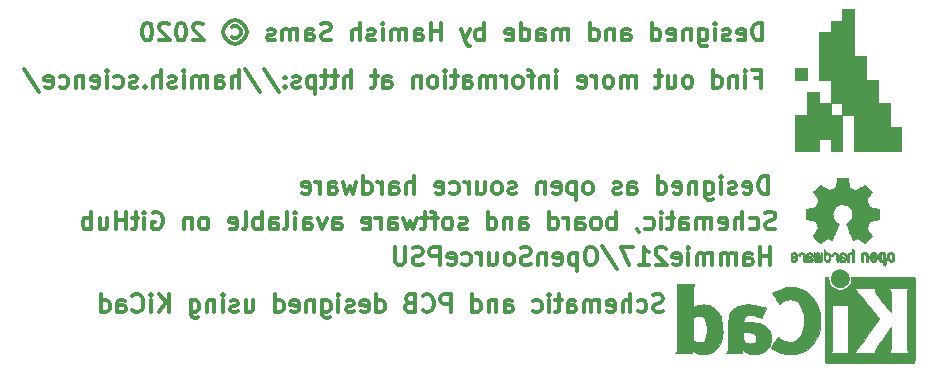
<source format=gbr>
G04 #@! TF.GenerationSoftware,KiCad,Pcbnew,(5.1.5)-3*
G04 #@! TF.CreationDate,2020-06-08T13:02:41+01:00*
G04 #@! TF.ProjectId,25v PSU,32357620-5053-4552-9e6b-696361645f70,rev?*
G04 #@! TF.SameCoordinates,Original*
G04 #@! TF.FileFunction,Legend,Bot*
G04 #@! TF.FilePolarity,Positive*
%FSLAX46Y46*%
G04 Gerber Fmt 4.6, Leading zero omitted, Abs format (unit mm)*
G04 Created by KiCad (PCBNEW (5.1.5)-3) date 2020-06-08 13:02:41*
%MOMM*%
%LPD*%
G04 APERTURE LIST*
%ADD10C,0.300000*%
%ADD11C,0.010000*%
%ADD12C,0.150000*%
G04 APERTURE END LIST*
D10*
X167821428Y-121607142D02*
X167607142Y-121678571D01*
X167250000Y-121678571D01*
X167107142Y-121607142D01*
X167035714Y-121535714D01*
X166964285Y-121392857D01*
X166964285Y-121250000D01*
X167035714Y-121107142D01*
X167107142Y-121035714D01*
X167250000Y-120964285D01*
X167535714Y-120892857D01*
X167678571Y-120821428D01*
X167750000Y-120750000D01*
X167821428Y-120607142D01*
X167821428Y-120464285D01*
X167750000Y-120321428D01*
X167678571Y-120250000D01*
X167535714Y-120178571D01*
X167178571Y-120178571D01*
X166964285Y-120250000D01*
X165678571Y-121607142D02*
X165821428Y-121678571D01*
X166107142Y-121678571D01*
X166250000Y-121607142D01*
X166321428Y-121535714D01*
X166392857Y-121392857D01*
X166392857Y-120964285D01*
X166321428Y-120821428D01*
X166250000Y-120750000D01*
X166107142Y-120678571D01*
X165821428Y-120678571D01*
X165678571Y-120750000D01*
X165035714Y-121678571D02*
X165035714Y-120178571D01*
X164392857Y-121678571D02*
X164392857Y-120892857D01*
X164464285Y-120750000D01*
X164607142Y-120678571D01*
X164821428Y-120678571D01*
X164964285Y-120750000D01*
X165035714Y-120821428D01*
X163107142Y-121607142D02*
X163250000Y-121678571D01*
X163535714Y-121678571D01*
X163678571Y-121607142D01*
X163750000Y-121464285D01*
X163750000Y-120892857D01*
X163678571Y-120750000D01*
X163535714Y-120678571D01*
X163250000Y-120678571D01*
X163107142Y-120750000D01*
X163035714Y-120892857D01*
X163035714Y-121035714D01*
X163750000Y-121178571D01*
X162392857Y-121678571D02*
X162392857Y-120678571D01*
X162392857Y-120821428D02*
X162321428Y-120750000D01*
X162178571Y-120678571D01*
X161964285Y-120678571D01*
X161821428Y-120750000D01*
X161750000Y-120892857D01*
X161750000Y-121678571D01*
X161750000Y-120892857D02*
X161678571Y-120750000D01*
X161535714Y-120678571D01*
X161321428Y-120678571D01*
X161178571Y-120750000D01*
X161107142Y-120892857D01*
X161107142Y-121678571D01*
X159750000Y-121678571D02*
X159750000Y-120892857D01*
X159821428Y-120750000D01*
X159964285Y-120678571D01*
X160250000Y-120678571D01*
X160392857Y-120750000D01*
X159750000Y-121607142D02*
X159892857Y-121678571D01*
X160250000Y-121678571D01*
X160392857Y-121607142D01*
X160464285Y-121464285D01*
X160464285Y-121321428D01*
X160392857Y-121178571D01*
X160250000Y-121107142D01*
X159892857Y-121107142D01*
X159750000Y-121035714D01*
X159250000Y-120678571D02*
X158678571Y-120678571D01*
X159035714Y-120178571D02*
X159035714Y-121464285D01*
X158964285Y-121607142D01*
X158821428Y-121678571D01*
X158678571Y-121678571D01*
X158178571Y-121678571D02*
X158178571Y-120678571D01*
X158178571Y-120178571D02*
X158250000Y-120250000D01*
X158178571Y-120321428D01*
X158107142Y-120250000D01*
X158178571Y-120178571D01*
X158178571Y-120321428D01*
X156821428Y-121607142D02*
X156964285Y-121678571D01*
X157250000Y-121678571D01*
X157392857Y-121607142D01*
X157464285Y-121535714D01*
X157535714Y-121392857D01*
X157535714Y-120964285D01*
X157464285Y-120821428D01*
X157392857Y-120750000D01*
X157250000Y-120678571D01*
X156964285Y-120678571D01*
X156821428Y-120750000D01*
X154392857Y-121678571D02*
X154392857Y-120892857D01*
X154464285Y-120750000D01*
X154607142Y-120678571D01*
X154892857Y-120678571D01*
X155035714Y-120750000D01*
X154392857Y-121607142D02*
X154535714Y-121678571D01*
X154892857Y-121678571D01*
X155035714Y-121607142D01*
X155107142Y-121464285D01*
X155107142Y-121321428D01*
X155035714Y-121178571D01*
X154892857Y-121107142D01*
X154535714Y-121107142D01*
X154392857Y-121035714D01*
X153678571Y-120678571D02*
X153678571Y-121678571D01*
X153678571Y-120821428D02*
X153607142Y-120750000D01*
X153464285Y-120678571D01*
X153250000Y-120678571D01*
X153107142Y-120750000D01*
X153035714Y-120892857D01*
X153035714Y-121678571D01*
X151678571Y-121678571D02*
X151678571Y-120178571D01*
X151678571Y-121607142D02*
X151821428Y-121678571D01*
X152107142Y-121678571D01*
X152250000Y-121607142D01*
X152321428Y-121535714D01*
X152392857Y-121392857D01*
X152392857Y-120964285D01*
X152321428Y-120821428D01*
X152250000Y-120750000D01*
X152107142Y-120678571D01*
X151821428Y-120678571D01*
X151678571Y-120750000D01*
X149821428Y-121678571D02*
X149821428Y-120178571D01*
X149250000Y-120178571D01*
X149107142Y-120250000D01*
X149035714Y-120321428D01*
X148964285Y-120464285D01*
X148964285Y-120678571D01*
X149035714Y-120821428D01*
X149107142Y-120892857D01*
X149250000Y-120964285D01*
X149821428Y-120964285D01*
X147464285Y-121535714D02*
X147535714Y-121607142D01*
X147750000Y-121678571D01*
X147892857Y-121678571D01*
X148107142Y-121607142D01*
X148250000Y-121464285D01*
X148321428Y-121321428D01*
X148392857Y-121035714D01*
X148392857Y-120821428D01*
X148321428Y-120535714D01*
X148250000Y-120392857D01*
X148107142Y-120250000D01*
X147892857Y-120178571D01*
X147750000Y-120178571D01*
X147535714Y-120250000D01*
X147464285Y-120321428D01*
X146321428Y-120892857D02*
X146107142Y-120964285D01*
X146035714Y-121035714D01*
X145964285Y-121178571D01*
X145964285Y-121392857D01*
X146035714Y-121535714D01*
X146107142Y-121607142D01*
X146250000Y-121678571D01*
X146821428Y-121678571D01*
X146821428Y-120178571D01*
X146321428Y-120178571D01*
X146178571Y-120250000D01*
X146107142Y-120321428D01*
X146035714Y-120464285D01*
X146035714Y-120607142D01*
X146107142Y-120750000D01*
X146178571Y-120821428D01*
X146321428Y-120892857D01*
X146821428Y-120892857D01*
X143535714Y-121678571D02*
X143535714Y-120178571D01*
X143535714Y-121607142D02*
X143678571Y-121678571D01*
X143964285Y-121678571D01*
X144107142Y-121607142D01*
X144178571Y-121535714D01*
X144250000Y-121392857D01*
X144250000Y-120964285D01*
X144178571Y-120821428D01*
X144107142Y-120750000D01*
X143964285Y-120678571D01*
X143678571Y-120678571D01*
X143535714Y-120750000D01*
X142250000Y-121607142D02*
X142392857Y-121678571D01*
X142678571Y-121678571D01*
X142821428Y-121607142D01*
X142892857Y-121464285D01*
X142892857Y-120892857D01*
X142821428Y-120750000D01*
X142678571Y-120678571D01*
X142392857Y-120678571D01*
X142250000Y-120750000D01*
X142178571Y-120892857D01*
X142178571Y-121035714D01*
X142892857Y-121178571D01*
X141607142Y-121607142D02*
X141464285Y-121678571D01*
X141178571Y-121678571D01*
X141035714Y-121607142D01*
X140964285Y-121464285D01*
X140964285Y-121392857D01*
X141035714Y-121250000D01*
X141178571Y-121178571D01*
X141392857Y-121178571D01*
X141535714Y-121107142D01*
X141607142Y-120964285D01*
X141607142Y-120892857D01*
X141535714Y-120750000D01*
X141392857Y-120678571D01*
X141178571Y-120678571D01*
X141035714Y-120750000D01*
X140321428Y-121678571D02*
X140321428Y-120678571D01*
X140321428Y-120178571D02*
X140392857Y-120250000D01*
X140321428Y-120321428D01*
X140250000Y-120250000D01*
X140321428Y-120178571D01*
X140321428Y-120321428D01*
X138964285Y-120678571D02*
X138964285Y-121892857D01*
X139035714Y-122035714D01*
X139107142Y-122107142D01*
X139250000Y-122178571D01*
X139464285Y-122178571D01*
X139607142Y-122107142D01*
X138964285Y-121607142D02*
X139107142Y-121678571D01*
X139392857Y-121678571D01*
X139535714Y-121607142D01*
X139607142Y-121535714D01*
X139678571Y-121392857D01*
X139678571Y-120964285D01*
X139607142Y-120821428D01*
X139535714Y-120750000D01*
X139392857Y-120678571D01*
X139107142Y-120678571D01*
X138964285Y-120750000D01*
X138250000Y-120678571D02*
X138250000Y-121678571D01*
X138250000Y-120821428D02*
X138178571Y-120750000D01*
X138035714Y-120678571D01*
X137821428Y-120678571D01*
X137678571Y-120750000D01*
X137607142Y-120892857D01*
X137607142Y-121678571D01*
X136321428Y-121607142D02*
X136464285Y-121678571D01*
X136750000Y-121678571D01*
X136892857Y-121607142D01*
X136964285Y-121464285D01*
X136964285Y-120892857D01*
X136892857Y-120750000D01*
X136750000Y-120678571D01*
X136464285Y-120678571D01*
X136321428Y-120750000D01*
X136250000Y-120892857D01*
X136250000Y-121035714D01*
X136964285Y-121178571D01*
X134964285Y-121678571D02*
X134964285Y-120178571D01*
X134964285Y-121607142D02*
X135107142Y-121678571D01*
X135392857Y-121678571D01*
X135535714Y-121607142D01*
X135607142Y-121535714D01*
X135678571Y-121392857D01*
X135678571Y-120964285D01*
X135607142Y-120821428D01*
X135535714Y-120750000D01*
X135392857Y-120678571D01*
X135107142Y-120678571D01*
X134964285Y-120750000D01*
X132464285Y-120678571D02*
X132464285Y-121678571D01*
X133107142Y-120678571D02*
X133107142Y-121464285D01*
X133035714Y-121607142D01*
X132892857Y-121678571D01*
X132678571Y-121678571D01*
X132535714Y-121607142D01*
X132464285Y-121535714D01*
X131821428Y-121607142D02*
X131678571Y-121678571D01*
X131392857Y-121678571D01*
X131250000Y-121607142D01*
X131178571Y-121464285D01*
X131178571Y-121392857D01*
X131250000Y-121250000D01*
X131392857Y-121178571D01*
X131607142Y-121178571D01*
X131750000Y-121107142D01*
X131821428Y-120964285D01*
X131821428Y-120892857D01*
X131750000Y-120750000D01*
X131607142Y-120678571D01*
X131392857Y-120678571D01*
X131250000Y-120750000D01*
X130535714Y-121678571D02*
X130535714Y-120678571D01*
X130535714Y-120178571D02*
X130607142Y-120250000D01*
X130535714Y-120321428D01*
X130464285Y-120250000D01*
X130535714Y-120178571D01*
X130535714Y-120321428D01*
X129821428Y-120678571D02*
X129821428Y-121678571D01*
X129821428Y-120821428D02*
X129750000Y-120750000D01*
X129607142Y-120678571D01*
X129392857Y-120678571D01*
X129250000Y-120750000D01*
X129178571Y-120892857D01*
X129178571Y-121678571D01*
X127821428Y-120678571D02*
X127821428Y-121892857D01*
X127892857Y-122035714D01*
X127964285Y-122107142D01*
X128107142Y-122178571D01*
X128321428Y-122178571D01*
X128464285Y-122107142D01*
X127821428Y-121607142D02*
X127964285Y-121678571D01*
X128250000Y-121678571D01*
X128392857Y-121607142D01*
X128464285Y-121535714D01*
X128535714Y-121392857D01*
X128535714Y-120964285D01*
X128464285Y-120821428D01*
X128392857Y-120750000D01*
X128250000Y-120678571D01*
X127964285Y-120678571D01*
X127821428Y-120750000D01*
X125964285Y-121678571D02*
X125964285Y-120178571D01*
X125107142Y-121678571D02*
X125750000Y-120821428D01*
X125107142Y-120178571D02*
X125964285Y-121035714D01*
X124464285Y-121678571D02*
X124464285Y-120678571D01*
X124464285Y-120178571D02*
X124535714Y-120250000D01*
X124464285Y-120321428D01*
X124392857Y-120250000D01*
X124464285Y-120178571D01*
X124464285Y-120321428D01*
X122892857Y-121535714D02*
X122964285Y-121607142D01*
X123178571Y-121678571D01*
X123321428Y-121678571D01*
X123535714Y-121607142D01*
X123678571Y-121464285D01*
X123750000Y-121321428D01*
X123821428Y-121035714D01*
X123821428Y-120821428D01*
X123750000Y-120535714D01*
X123678571Y-120392857D01*
X123535714Y-120250000D01*
X123321428Y-120178571D01*
X123178571Y-120178571D01*
X122964285Y-120250000D01*
X122892857Y-120321428D01*
X121607142Y-121678571D02*
X121607142Y-120892857D01*
X121678571Y-120750000D01*
X121821428Y-120678571D01*
X122107142Y-120678571D01*
X122250000Y-120750000D01*
X121607142Y-121607142D02*
X121750000Y-121678571D01*
X122107142Y-121678571D01*
X122250000Y-121607142D01*
X122321428Y-121464285D01*
X122321428Y-121321428D01*
X122250000Y-121178571D01*
X122107142Y-121107142D01*
X121750000Y-121107142D01*
X121607142Y-121035714D01*
X120250000Y-121678571D02*
X120250000Y-120178571D01*
X120250000Y-121607142D02*
X120392857Y-121678571D01*
X120678571Y-121678571D01*
X120821428Y-121607142D01*
X120892857Y-121535714D01*
X120964285Y-121392857D01*
X120964285Y-120964285D01*
X120892857Y-120821428D01*
X120821428Y-120750000D01*
X120678571Y-120678571D01*
X120392857Y-120678571D01*
X120250000Y-120750000D01*
X176892857Y-117678571D02*
X176892857Y-116178571D01*
X176892857Y-116892857D02*
X176035714Y-116892857D01*
X176035714Y-117678571D02*
X176035714Y-116178571D01*
X174678571Y-117678571D02*
X174678571Y-116892857D01*
X174750000Y-116750000D01*
X174892857Y-116678571D01*
X175178571Y-116678571D01*
X175321428Y-116750000D01*
X174678571Y-117607142D02*
X174821428Y-117678571D01*
X175178571Y-117678571D01*
X175321428Y-117607142D01*
X175392857Y-117464285D01*
X175392857Y-117321428D01*
X175321428Y-117178571D01*
X175178571Y-117107142D01*
X174821428Y-117107142D01*
X174678571Y-117035714D01*
X173964285Y-117678571D02*
X173964285Y-116678571D01*
X173964285Y-116821428D02*
X173892857Y-116750000D01*
X173750000Y-116678571D01*
X173535714Y-116678571D01*
X173392857Y-116750000D01*
X173321428Y-116892857D01*
X173321428Y-117678571D01*
X173321428Y-116892857D02*
X173250000Y-116750000D01*
X173107142Y-116678571D01*
X172892857Y-116678571D01*
X172750000Y-116750000D01*
X172678571Y-116892857D01*
X172678571Y-117678571D01*
X171964285Y-117678571D02*
X171964285Y-116678571D01*
X171964285Y-116821428D02*
X171892857Y-116750000D01*
X171750000Y-116678571D01*
X171535714Y-116678571D01*
X171392857Y-116750000D01*
X171321428Y-116892857D01*
X171321428Y-117678571D01*
X171321428Y-116892857D02*
X171250000Y-116750000D01*
X171107142Y-116678571D01*
X170892857Y-116678571D01*
X170750000Y-116750000D01*
X170678571Y-116892857D01*
X170678571Y-117678571D01*
X169964285Y-117678571D02*
X169964285Y-116678571D01*
X169964285Y-116178571D02*
X170035714Y-116250000D01*
X169964285Y-116321428D01*
X169892857Y-116250000D01*
X169964285Y-116178571D01*
X169964285Y-116321428D01*
X168678571Y-117607142D02*
X168821428Y-117678571D01*
X169107142Y-117678571D01*
X169250000Y-117607142D01*
X169321428Y-117464285D01*
X169321428Y-116892857D01*
X169250000Y-116750000D01*
X169107142Y-116678571D01*
X168821428Y-116678571D01*
X168678571Y-116750000D01*
X168607142Y-116892857D01*
X168607142Y-117035714D01*
X169321428Y-117178571D01*
X168035714Y-116321428D02*
X167964285Y-116250000D01*
X167821428Y-116178571D01*
X167464285Y-116178571D01*
X167321428Y-116250000D01*
X167250000Y-116321428D01*
X167178571Y-116464285D01*
X167178571Y-116607142D01*
X167250000Y-116821428D01*
X168107142Y-117678571D01*
X167178571Y-117678571D01*
X165750000Y-117678571D02*
X166607142Y-117678571D01*
X166178571Y-117678571D02*
X166178571Y-116178571D01*
X166321428Y-116392857D01*
X166464285Y-116535714D01*
X166607142Y-116607142D01*
X165250000Y-116178571D02*
X164250000Y-116178571D01*
X164892857Y-117678571D01*
X162607142Y-116107142D02*
X163892857Y-118035714D01*
X161821428Y-116178571D02*
X161535714Y-116178571D01*
X161392857Y-116250000D01*
X161250000Y-116392857D01*
X161178571Y-116678571D01*
X161178571Y-117178571D01*
X161250000Y-117464285D01*
X161392857Y-117607142D01*
X161535714Y-117678571D01*
X161821428Y-117678571D01*
X161964285Y-117607142D01*
X162107142Y-117464285D01*
X162178571Y-117178571D01*
X162178571Y-116678571D01*
X162107142Y-116392857D01*
X161964285Y-116250000D01*
X161821428Y-116178571D01*
X160535714Y-116678571D02*
X160535714Y-118178571D01*
X160535714Y-116750000D02*
X160392857Y-116678571D01*
X160107142Y-116678571D01*
X159964285Y-116750000D01*
X159892857Y-116821428D01*
X159821428Y-116964285D01*
X159821428Y-117392857D01*
X159892857Y-117535714D01*
X159964285Y-117607142D01*
X160107142Y-117678571D01*
X160392857Y-117678571D01*
X160535714Y-117607142D01*
X158607142Y-117607142D02*
X158750000Y-117678571D01*
X159035714Y-117678571D01*
X159178571Y-117607142D01*
X159250000Y-117464285D01*
X159250000Y-116892857D01*
X159178571Y-116750000D01*
X159035714Y-116678571D01*
X158750000Y-116678571D01*
X158607142Y-116750000D01*
X158535714Y-116892857D01*
X158535714Y-117035714D01*
X159250000Y-117178571D01*
X157892857Y-116678571D02*
X157892857Y-117678571D01*
X157892857Y-116821428D02*
X157821428Y-116750000D01*
X157678571Y-116678571D01*
X157464285Y-116678571D01*
X157321428Y-116750000D01*
X157250000Y-116892857D01*
X157250000Y-117678571D01*
X156607142Y-117607142D02*
X156392857Y-117678571D01*
X156035714Y-117678571D01*
X155892857Y-117607142D01*
X155821428Y-117535714D01*
X155750000Y-117392857D01*
X155750000Y-117250000D01*
X155821428Y-117107142D01*
X155892857Y-117035714D01*
X156035714Y-116964285D01*
X156321428Y-116892857D01*
X156464285Y-116821428D01*
X156535714Y-116750000D01*
X156607142Y-116607142D01*
X156607142Y-116464285D01*
X156535714Y-116321428D01*
X156464285Y-116250000D01*
X156321428Y-116178571D01*
X155964285Y-116178571D01*
X155750000Y-116250000D01*
X154892857Y-117678571D02*
X155035714Y-117607142D01*
X155107142Y-117535714D01*
X155178571Y-117392857D01*
X155178571Y-116964285D01*
X155107142Y-116821428D01*
X155035714Y-116750000D01*
X154892857Y-116678571D01*
X154678571Y-116678571D01*
X154535714Y-116750000D01*
X154464285Y-116821428D01*
X154392857Y-116964285D01*
X154392857Y-117392857D01*
X154464285Y-117535714D01*
X154535714Y-117607142D01*
X154678571Y-117678571D01*
X154892857Y-117678571D01*
X153107142Y-116678571D02*
X153107142Y-117678571D01*
X153750000Y-116678571D02*
X153750000Y-117464285D01*
X153678571Y-117607142D01*
X153535714Y-117678571D01*
X153321428Y-117678571D01*
X153178571Y-117607142D01*
X153107142Y-117535714D01*
X152392857Y-117678571D02*
X152392857Y-116678571D01*
X152392857Y-116964285D02*
X152321428Y-116821428D01*
X152250000Y-116750000D01*
X152107142Y-116678571D01*
X151964285Y-116678571D01*
X150821428Y-117607142D02*
X150964285Y-117678571D01*
X151250000Y-117678571D01*
X151392857Y-117607142D01*
X151464285Y-117535714D01*
X151535714Y-117392857D01*
X151535714Y-116964285D01*
X151464285Y-116821428D01*
X151392857Y-116750000D01*
X151250000Y-116678571D01*
X150964285Y-116678571D01*
X150821428Y-116750000D01*
X149607142Y-117607142D02*
X149750000Y-117678571D01*
X150035714Y-117678571D01*
X150178571Y-117607142D01*
X150250000Y-117464285D01*
X150250000Y-116892857D01*
X150178571Y-116750000D01*
X150035714Y-116678571D01*
X149750000Y-116678571D01*
X149607142Y-116750000D01*
X149535714Y-116892857D01*
X149535714Y-117035714D01*
X150250000Y-117178571D01*
X148892857Y-117678571D02*
X148892857Y-116178571D01*
X148321428Y-116178571D01*
X148178571Y-116250000D01*
X148107142Y-116321428D01*
X148035714Y-116464285D01*
X148035714Y-116678571D01*
X148107142Y-116821428D01*
X148178571Y-116892857D01*
X148321428Y-116964285D01*
X148892857Y-116964285D01*
X147464285Y-117607142D02*
X147250000Y-117678571D01*
X146892857Y-117678571D01*
X146750000Y-117607142D01*
X146678571Y-117535714D01*
X146607142Y-117392857D01*
X146607142Y-117250000D01*
X146678571Y-117107142D01*
X146750000Y-117035714D01*
X146892857Y-116964285D01*
X147178571Y-116892857D01*
X147321428Y-116821428D01*
X147392857Y-116750000D01*
X147464285Y-116607142D01*
X147464285Y-116464285D01*
X147392857Y-116321428D01*
X147321428Y-116250000D01*
X147178571Y-116178571D01*
X146821428Y-116178571D01*
X146607142Y-116250000D01*
X145964285Y-116178571D02*
X145964285Y-117392857D01*
X145892857Y-117535714D01*
X145821428Y-117607142D01*
X145678571Y-117678571D01*
X145392857Y-117678571D01*
X145250000Y-117607142D01*
X145178571Y-117535714D01*
X145107142Y-117392857D01*
X145107142Y-116178571D01*
X177321428Y-114607142D02*
X177107142Y-114678571D01*
X176750000Y-114678571D01*
X176607142Y-114607142D01*
X176535714Y-114535714D01*
X176464285Y-114392857D01*
X176464285Y-114250000D01*
X176535714Y-114107142D01*
X176607142Y-114035714D01*
X176750000Y-113964285D01*
X177035714Y-113892857D01*
X177178571Y-113821428D01*
X177250000Y-113750000D01*
X177321428Y-113607142D01*
X177321428Y-113464285D01*
X177250000Y-113321428D01*
X177178571Y-113250000D01*
X177035714Y-113178571D01*
X176678571Y-113178571D01*
X176464285Y-113250000D01*
X175178571Y-114607142D02*
X175321428Y-114678571D01*
X175607142Y-114678571D01*
X175750000Y-114607142D01*
X175821428Y-114535714D01*
X175892857Y-114392857D01*
X175892857Y-113964285D01*
X175821428Y-113821428D01*
X175750000Y-113750000D01*
X175607142Y-113678571D01*
X175321428Y-113678571D01*
X175178571Y-113750000D01*
X174535714Y-114678571D02*
X174535714Y-113178571D01*
X173892857Y-114678571D02*
X173892857Y-113892857D01*
X173964285Y-113750000D01*
X174107142Y-113678571D01*
X174321428Y-113678571D01*
X174464285Y-113750000D01*
X174535714Y-113821428D01*
X172607142Y-114607142D02*
X172750000Y-114678571D01*
X173035714Y-114678571D01*
X173178571Y-114607142D01*
X173250000Y-114464285D01*
X173250000Y-113892857D01*
X173178571Y-113750000D01*
X173035714Y-113678571D01*
X172750000Y-113678571D01*
X172607142Y-113750000D01*
X172535714Y-113892857D01*
X172535714Y-114035714D01*
X173250000Y-114178571D01*
X171892857Y-114678571D02*
X171892857Y-113678571D01*
X171892857Y-113821428D02*
X171821428Y-113750000D01*
X171678571Y-113678571D01*
X171464285Y-113678571D01*
X171321428Y-113750000D01*
X171250000Y-113892857D01*
X171250000Y-114678571D01*
X171250000Y-113892857D02*
X171178571Y-113750000D01*
X171035714Y-113678571D01*
X170821428Y-113678571D01*
X170678571Y-113750000D01*
X170607142Y-113892857D01*
X170607142Y-114678571D01*
X169250000Y-114678571D02*
X169250000Y-113892857D01*
X169321428Y-113750000D01*
X169464285Y-113678571D01*
X169750000Y-113678571D01*
X169892857Y-113750000D01*
X169250000Y-114607142D02*
X169392857Y-114678571D01*
X169750000Y-114678571D01*
X169892857Y-114607142D01*
X169964285Y-114464285D01*
X169964285Y-114321428D01*
X169892857Y-114178571D01*
X169750000Y-114107142D01*
X169392857Y-114107142D01*
X169250000Y-114035714D01*
X168750000Y-113678571D02*
X168178571Y-113678571D01*
X168535714Y-113178571D02*
X168535714Y-114464285D01*
X168464285Y-114607142D01*
X168321428Y-114678571D01*
X168178571Y-114678571D01*
X167678571Y-114678571D02*
X167678571Y-113678571D01*
X167678571Y-113178571D02*
X167750000Y-113250000D01*
X167678571Y-113321428D01*
X167607142Y-113250000D01*
X167678571Y-113178571D01*
X167678571Y-113321428D01*
X166321428Y-114607142D02*
X166464285Y-114678571D01*
X166750000Y-114678571D01*
X166892857Y-114607142D01*
X166964285Y-114535714D01*
X167035714Y-114392857D01*
X167035714Y-113964285D01*
X166964285Y-113821428D01*
X166892857Y-113750000D01*
X166750000Y-113678571D01*
X166464285Y-113678571D01*
X166321428Y-113750000D01*
X165607142Y-114607142D02*
X165607142Y-114678571D01*
X165678571Y-114821428D01*
X165750000Y-114892857D01*
X163821428Y-114678571D02*
X163821428Y-113178571D01*
X163821428Y-113750000D02*
X163678571Y-113678571D01*
X163392857Y-113678571D01*
X163250000Y-113750000D01*
X163178571Y-113821428D01*
X163107142Y-113964285D01*
X163107142Y-114392857D01*
X163178571Y-114535714D01*
X163250000Y-114607142D01*
X163392857Y-114678571D01*
X163678571Y-114678571D01*
X163821428Y-114607142D01*
X162250000Y-114678571D02*
X162392857Y-114607142D01*
X162464285Y-114535714D01*
X162535714Y-114392857D01*
X162535714Y-113964285D01*
X162464285Y-113821428D01*
X162392857Y-113750000D01*
X162250000Y-113678571D01*
X162035714Y-113678571D01*
X161892857Y-113750000D01*
X161821428Y-113821428D01*
X161750000Y-113964285D01*
X161750000Y-114392857D01*
X161821428Y-114535714D01*
X161892857Y-114607142D01*
X162035714Y-114678571D01*
X162250000Y-114678571D01*
X160464285Y-114678571D02*
X160464285Y-113892857D01*
X160535714Y-113750000D01*
X160678571Y-113678571D01*
X160964285Y-113678571D01*
X161107142Y-113750000D01*
X160464285Y-114607142D02*
X160607142Y-114678571D01*
X160964285Y-114678571D01*
X161107142Y-114607142D01*
X161178571Y-114464285D01*
X161178571Y-114321428D01*
X161107142Y-114178571D01*
X160964285Y-114107142D01*
X160607142Y-114107142D01*
X160464285Y-114035714D01*
X159750000Y-114678571D02*
X159750000Y-113678571D01*
X159750000Y-113964285D02*
X159678571Y-113821428D01*
X159607142Y-113750000D01*
X159464285Y-113678571D01*
X159321428Y-113678571D01*
X158178571Y-114678571D02*
X158178571Y-113178571D01*
X158178571Y-114607142D02*
X158321428Y-114678571D01*
X158607142Y-114678571D01*
X158750000Y-114607142D01*
X158821428Y-114535714D01*
X158892857Y-114392857D01*
X158892857Y-113964285D01*
X158821428Y-113821428D01*
X158750000Y-113750000D01*
X158607142Y-113678571D01*
X158321428Y-113678571D01*
X158178571Y-113750000D01*
X155678571Y-114678571D02*
X155678571Y-113892857D01*
X155750000Y-113750000D01*
X155892857Y-113678571D01*
X156178571Y-113678571D01*
X156321428Y-113750000D01*
X155678571Y-114607142D02*
X155821428Y-114678571D01*
X156178571Y-114678571D01*
X156321428Y-114607142D01*
X156392857Y-114464285D01*
X156392857Y-114321428D01*
X156321428Y-114178571D01*
X156178571Y-114107142D01*
X155821428Y-114107142D01*
X155678571Y-114035714D01*
X154964285Y-113678571D02*
X154964285Y-114678571D01*
X154964285Y-113821428D02*
X154892857Y-113750000D01*
X154750000Y-113678571D01*
X154535714Y-113678571D01*
X154392857Y-113750000D01*
X154321428Y-113892857D01*
X154321428Y-114678571D01*
X152964285Y-114678571D02*
X152964285Y-113178571D01*
X152964285Y-114607142D02*
X153107142Y-114678571D01*
X153392857Y-114678571D01*
X153535714Y-114607142D01*
X153607142Y-114535714D01*
X153678571Y-114392857D01*
X153678571Y-113964285D01*
X153607142Y-113821428D01*
X153535714Y-113750000D01*
X153392857Y-113678571D01*
X153107142Y-113678571D01*
X152964285Y-113750000D01*
X151178571Y-114607142D02*
X151035714Y-114678571D01*
X150750000Y-114678571D01*
X150607142Y-114607142D01*
X150535714Y-114464285D01*
X150535714Y-114392857D01*
X150607142Y-114250000D01*
X150750000Y-114178571D01*
X150964285Y-114178571D01*
X151107142Y-114107142D01*
X151178571Y-113964285D01*
X151178571Y-113892857D01*
X151107142Y-113750000D01*
X150964285Y-113678571D01*
X150750000Y-113678571D01*
X150607142Y-113750000D01*
X149678571Y-114678571D02*
X149821428Y-114607142D01*
X149892857Y-114535714D01*
X149964285Y-114392857D01*
X149964285Y-113964285D01*
X149892857Y-113821428D01*
X149821428Y-113750000D01*
X149678571Y-113678571D01*
X149464285Y-113678571D01*
X149321428Y-113750000D01*
X149250000Y-113821428D01*
X149178571Y-113964285D01*
X149178571Y-114392857D01*
X149250000Y-114535714D01*
X149321428Y-114607142D01*
X149464285Y-114678571D01*
X149678571Y-114678571D01*
X148750000Y-113678571D02*
X148178571Y-113678571D01*
X148535714Y-114678571D02*
X148535714Y-113392857D01*
X148464285Y-113250000D01*
X148321428Y-113178571D01*
X148178571Y-113178571D01*
X147892857Y-113678571D02*
X147321428Y-113678571D01*
X147678571Y-113178571D02*
X147678571Y-114464285D01*
X147607142Y-114607142D01*
X147464285Y-114678571D01*
X147321428Y-114678571D01*
X146964285Y-113678571D02*
X146678571Y-114678571D01*
X146392857Y-113964285D01*
X146107142Y-114678571D01*
X145821428Y-113678571D01*
X144607142Y-114678571D02*
X144607142Y-113892857D01*
X144678571Y-113750000D01*
X144821428Y-113678571D01*
X145107142Y-113678571D01*
X145250000Y-113750000D01*
X144607142Y-114607142D02*
X144750000Y-114678571D01*
X145107142Y-114678571D01*
X145250000Y-114607142D01*
X145321428Y-114464285D01*
X145321428Y-114321428D01*
X145250000Y-114178571D01*
X145107142Y-114107142D01*
X144750000Y-114107142D01*
X144607142Y-114035714D01*
X143892857Y-114678571D02*
X143892857Y-113678571D01*
X143892857Y-113964285D02*
X143821428Y-113821428D01*
X143750000Y-113750000D01*
X143607142Y-113678571D01*
X143464285Y-113678571D01*
X142392857Y-114607142D02*
X142535714Y-114678571D01*
X142821428Y-114678571D01*
X142964285Y-114607142D01*
X143035714Y-114464285D01*
X143035714Y-113892857D01*
X142964285Y-113750000D01*
X142821428Y-113678571D01*
X142535714Y-113678571D01*
X142392857Y-113750000D01*
X142321428Y-113892857D01*
X142321428Y-114035714D01*
X143035714Y-114178571D01*
X139892857Y-114678571D02*
X139892857Y-113892857D01*
X139964285Y-113750000D01*
X140107142Y-113678571D01*
X140392857Y-113678571D01*
X140535714Y-113750000D01*
X139892857Y-114607142D02*
X140035714Y-114678571D01*
X140392857Y-114678571D01*
X140535714Y-114607142D01*
X140607142Y-114464285D01*
X140607142Y-114321428D01*
X140535714Y-114178571D01*
X140392857Y-114107142D01*
X140035714Y-114107142D01*
X139892857Y-114035714D01*
X139321428Y-113678571D02*
X138964285Y-114678571D01*
X138607142Y-113678571D01*
X137392857Y-114678571D02*
X137392857Y-113892857D01*
X137464285Y-113750000D01*
X137607142Y-113678571D01*
X137892857Y-113678571D01*
X138035714Y-113750000D01*
X137392857Y-114607142D02*
X137535714Y-114678571D01*
X137892857Y-114678571D01*
X138035714Y-114607142D01*
X138107142Y-114464285D01*
X138107142Y-114321428D01*
X138035714Y-114178571D01*
X137892857Y-114107142D01*
X137535714Y-114107142D01*
X137392857Y-114035714D01*
X136678571Y-114678571D02*
X136678571Y-113678571D01*
X136678571Y-113178571D02*
X136750000Y-113250000D01*
X136678571Y-113321428D01*
X136607142Y-113250000D01*
X136678571Y-113178571D01*
X136678571Y-113321428D01*
X135750000Y-114678571D02*
X135892857Y-114607142D01*
X135964285Y-114464285D01*
X135964285Y-113178571D01*
X134535714Y-114678571D02*
X134535714Y-113892857D01*
X134607142Y-113750000D01*
X134750000Y-113678571D01*
X135035714Y-113678571D01*
X135178571Y-113750000D01*
X134535714Y-114607142D02*
X134678571Y-114678571D01*
X135035714Y-114678571D01*
X135178571Y-114607142D01*
X135250000Y-114464285D01*
X135250000Y-114321428D01*
X135178571Y-114178571D01*
X135035714Y-114107142D01*
X134678571Y-114107142D01*
X134535714Y-114035714D01*
X133821428Y-114678571D02*
X133821428Y-113178571D01*
X133821428Y-113750000D02*
X133678571Y-113678571D01*
X133392857Y-113678571D01*
X133250000Y-113750000D01*
X133178571Y-113821428D01*
X133107142Y-113964285D01*
X133107142Y-114392857D01*
X133178571Y-114535714D01*
X133250000Y-114607142D01*
X133392857Y-114678571D01*
X133678571Y-114678571D01*
X133821428Y-114607142D01*
X132250000Y-114678571D02*
X132392857Y-114607142D01*
X132464285Y-114464285D01*
X132464285Y-113178571D01*
X131107142Y-114607142D02*
X131250000Y-114678571D01*
X131535714Y-114678571D01*
X131678571Y-114607142D01*
X131750000Y-114464285D01*
X131750000Y-113892857D01*
X131678571Y-113750000D01*
X131535714Y-113678571D01*
X131250000Y-113678571D01*
X131107142Y-113750000D01*
X131035714Y-113892857D01*
X131035714Y-114035714D01*
X131750000Y-114178571D01*
X129035714Y-114678571D02*
X129178571Y-114607142D01*
X129250000Y-114535714D01*
X129321428Y-114392857D01*
X129321428Y-113964285D01*
X129250000Y-113821428D01*
X129178571Y-113750000D01*
X129035714Y-113678571D01*
X128821428Y-113678571D01*
X128678571Y-113750000D01*
X128607142Y-113821428D01*
X128535714Y-113964285D01*
X128535714Y-114392857D01*
X128607142Y-114535714D01*
X128678571Y-114607142D01*
X128821428Y-114678571D01*
X129035714Y-114678571D01*
X127892857Y-113678571D02*
X127892857Y-114678571D01*
X127892857Y-113821428D02*
X127821428Y-113750000D01*
X127678571Y-113678571D01*
X127464285Y-113678571D01*
X127321428Y-113750000D01*
X127250000Y-113892857D01*
X127250000Y-114678571D01*
X124607142Y-113250000D02*
X124750000Y-113178571D01*
X124964285Y-113178571D01*
X125178571Y-113250000D01*
X125321428Y-113392857D01*
X125392857Y-113535714D01*
X125464285Y-113821428D01*
X125464285Y-114035714D01*
X125392857Y-114321428D01*
X125321428Y-114464285D01*
X125178571Y-114607142D01*
X124964285Y-114678571D01*
X124821428Y-114678571D01*
X124607142Y-114607142D01*
X124535714Y-114535714D01*
X124535714Y-114035714D01*
X124821428Y-114035714D01*
X123892857Y-114678571D02*
X123892857Y-113678571D01*
X123892857Y-113178571D02*
X123964285Y-113250000D01*
X123892857Y-113321428D01*
X123821428Y-113250000D01*
X123892857Y-113178571D01*
X123892857Y-113321428D01*
X123392857Y-113678571D02*
X122821428Y-113678571D01*
X123178571Y-113178571D02*
X123178571Y-114464285D01*
X123107142Y-114607142D01*
X122964285Y-114678571D01*
X122821428Y-114678571D01*
X122321428Y-114678571D02*
X122321428Y-113178571D01*
X122321428Y-113892857D02*
X121464285Y-113892857D01*
X121464285Y-114678571D02*
X121464285Y-113178571D01*
X120107142Y-113678571D02*
X120107142Y-114678571D01*
X120750000Y-113678571D02*
X120750000Y-114464285D01*
X120678571Y-114607142D01*
X120535714Y-114678571D01*
X120321428Y-114678571D01*
X120178571Y-114607142D01*
X120107142Y-114535714D01*
X119392857Y-114678571D02*
X119392857Y-113178571D01*
X119392857Y-113750000D02*
X119250000Y-113678571D01*
X118964285Y-113678571D01*
X118821428Y-113750000D01*
X118750000Y-113821428D01*
X118678571Y-113964285D01*
X118678571Y-114392857D01*
X118750000Y-114535714D01*
X118821428Y-114607142D01*
X118964285Y-114678571D01*
X119250000Y-114678571D01*
X119392857Y-114607142D01*
X176714285Y-111678571D02*
X176714285Y-110178571D01*
X176357142Y-110178571D01*
X176142857Y-110250000D01*
X176000000Y-110392857D01*
X175928571Y-110535714D01*
X175857142Y-110821428D01*
X175857142Y-111035714D01*
X175928571Y-111321428D01*
X176000000Y-111464285D01*
X176142857Y-111607142D01*
X176357142Y-111678571D01*
X176714285Y-111678571D01*
X174642857Y-111607142D02*
X174785714Y-111678571D01*
X175071428Y-111678571D01*
X175214285Y-111607142D01*
X175285714Y-111464285D01*
X175285714Y-110892857D01*
X175214285Y-110750000D01*
X175071428Y-110678571D01*
X174785714Y-110678571D01*
X174642857Y-110750000D01*
X174571428Y-110892857D01*
X174571428Y-111035714D01*
X175285714Y-111178571D01*
X174000000Y-111607142D02*
X173857142Y-111678571D01*
X173571428Y-111678571D01*
X173428571Y-111607142D01*
X173357142Y-111464285D01*
X173357142Y-111392857D01*
X173428571Y-111250000D01*
X173571428Y-111178571D01*
X173785714Y-111178571D01*
X173928571Y-111107142D01*
X174000000Y-110964285D01*
X174000000Y-110892857D01*
X173928571Y-110750000D01*
X173785714Y-110678571D01*
X173571428Y-110678571D01*
X173428571Y-110750000D01*
X172714285Y-111678571D02*
X172714285Y-110678571D01*
X172714285Y-110178571D02*
X172785714Y-110250000D01*
X172714285Y-110321428D01*
X172642857Y-110250000D01*
X172714285Y-110178571D01*
X172714285Y-110321428D01*
X171357142Y-110678571D02*
X171357142Y-111892857D01*
X171428571Y-112035714D01*
X171500000Y-112107142D01*
X171642857Y-112178571D01*
X171857142Y-112178571D01*
X172000000Y-112107142D01*
X171357142Y-111607142D02*
X171500000Y-111678571D01*
X171785714Y-111678571D01*
X171928571Y-111607142D01*
X172000000Y-111535714D01*
X172071428Y-111392857D01*
X172071428Y-110964285D01*
X172000000Y-110821428D01*
X171928571Y-110750000D01*
X171785714Y-110678571D01*
X171500000Y-110678571D01*
X171357142Y-110750000D01*
X170642857Y-110678571D02*
X170642857Y-111678571D01*
X170642857Y-110821428D02*
X170571428Y-110750000D01*
X170428571Y-110678571D01*
X170214285Y-110678571D01*
X170071428Y-110750000D01*
X170000000Y-110892857D01*
X170000000Y-111678571D01*
X168714285Y-111607142D02*
X168857142Y-111678571D01*
X169142857Y-111678571D01*
X169285714Y-111607142D01*
X169357142Y-111464285D01*
X169357142Y-110892857D01*
X169285714Y-110750000D01*
X169142857Y-110678571D01*
X168857142Y-110678571D01*
X168714285Y-110750000D01*
X168642857Y-110892857D01*
X168642857Y-111035714D01*
X169357142Y-111178571D01*
X167357142Y-111678571D02*
X167357142Y-110178571D01*
X167357142Y-111607142D02*
X167500000Y-111678571D01*
X167785714Y-111678571D01*
X167928571Y-111607142D01*
X168000000Y-111535714D01*
X168071428Y-111392857D01*
X168071428Y-110964285D01*
X168000000Y-110821428D01*
X167928571Y-110750000D01*
X167785714Y-110678571D01*
X167500000Y-110678571D01*
X167357142Y-110750000D01*
X164857142Y-111678571D02*
X164857142Y-110892857D01*
X164928571Y-110750000D01*
X165071428Y-110678571D01*
X165357142Y-110678571D01*
X165500000Y-110750000D01*
X164857142Y-111607142D02*
X165000000Y-111678571D01*
X165357142Y-111678571D01*
X165500000Y-111607142D01*
X165571428Y-111464285D01*
X165571428Y-111321428D01*
X165500000Y-111178571D01*
X165357142Y-111107142D01*
X165000000Y-111107142D01*
X164857142Y-111035714D01*
X164214285Y-111607142D02*
X164071428Y-111678571D01*
X163785714Y-111678571D01*
X163642857Y-111607142D01*
X163571428Y-111464285D01*
X163571428Y-111392857D01*
X163642857Y-111250000D01*
X163785714Y-111178571D01*
X164000000Y-111178571D01*
X164142857Y-111107142D01*
X164214285Y-110964285D01*
X164214285Y-110892857D01*
X164142857Y-110750000D01*
X164000000Y-110678571D01*
X163785714Y-110678571D01*
X163642857Y-110750000D01*
X161571428Y-111678571D02*
X161714285Y-111607142D01*
X161785714Y-111535714D01*
X161857142Y-111392857D01*
X161857142Y-110964285D01*
X161785714Y-110821428D01*
X161714285Y-110750000D01*
X161571428Y-110678571D01*
X161357142Y-110678571D01*
X161214285Y-110750000D01*
X161142857Y-110821428D01*
X161071428Y-110964285D01*
X161071428Y-111392857D01*
X161142857Y-111535714D01*
X161214285Y-111607142D01*
X161357142Y-111678571D01*
X161571428Y-111678571D01*
X160428571Y-110678571D02*
X160428571Y-112178571D01*
X160428571Y-110750000D02*
X160285714Y-110678571D01*
X160000000Y-110678571D01*
X159857142Y-110750000D01*
X159785714Y-110821428D01*
X159714285Y-110964285D01*
X159714285Y-111392857D01*
X159785714Y-111535714D01*
X159857142Y-111607142D01*
X160000000Y-111678571D01*
X160285714Y-111678571D01*
X160428571Y-111607142D01*
X158500000Y-111607142D02*
X158642857Y-111678571D01*
X158928571Y-111678571D01*
X159071428Y-111607142D01*
X159142857Y-111464285D01*
X159142857Y-110892857D01*
X159071428Y-110750000D01*
X158928571Y-110678571D01*
X158642857Y-110678571D01*
X158500000Y-110750000D01*
X158428571Y-110892857D01*
X158428571Y-111035714D01*
X159142857Y-111178571D01*
X157785714Y-110678571D02*
X157785714Y-111678571D01*
X157785714Y-110821428D02*
X157714285Y-110750000D01*
X157571428Y-110678571D01*
X157357142Y-110678571D01*
X157214285Y-110750000D01*
X157142857Y-110892857D01*
X157142857Y-111678571D01*
X155357142Y-111607142D02*
X155214285Y-111678571D01*
X154928571Y-111678571D01*
X154785714Y-111607142D01*
X154714285Y-111464285D01*
X154714285Y-111392857D01*
X154785714Y-111250000D01*
X154928571Y-111178571D01*
X155142857Y-111178571D01*
X155285714Y-111107142D01*
X155357142Y-110964285D01*
X155357142Y-110892857D01*
X155285714Y-110750000D01*
X155142857Y-110678571D01*
X154928571Y-110678571D01*
X154785714Y-110750000D01*
X153857142Y-111678571D02*
X154000000Y-111607142D01*
X154071428Y-111535714D01*
X154142857Y-111392857D01*
X154142857Y-110964285D01*
X154071428Y-110821428D01*
X154000000Y-110750000D01*
X153857142Y-110678571D01*
X153642857Y-110678571D01*
X153500000Y-110750000D01*
X153428571Y-110821428D01*
X153357142Y-110964285D01*
X153357142Y-111392857D01*
X153428571Y-111535714D01*
X153500000Y-111607142D01*
X153642857Y-111678571D01*
X153857142Y-111678571D01*
X152071428Y-110678571D02*
X152071428Y-111678571D01*
X152714285Y-110678571D02*
X152714285Y-111464285D01*
X152642857Y-111607142D01*
X152500000Y-111678571D01*
X152285714Y-111678571D01*
X152142857Y-111607142D01*
X152071428Y-111535714D01*
X151357142Y-111678571D02*
X151357142Y-110678571D01*
X151357142Y-110964285D02*
X151285714Y-110821428D01*
X151214285Y-110750000D01*
X151071428Y-110678571D01*
X150928571Y-110678571D01*
X149785714Y-111607142D02*
X149928571Y-111678571D01*
X150214285Y-111678571D01*
X150357142Y-111607142D01*
X150428571Y-111535714D01*
X150500000Y-111392857D01*
X150500000Y-110964285D01*
X150428571Y-110821428D01*
X150357142Y-110750000D01*
X150214285Y-110678571D01*
X149928571Y-110678571D01*
X149785714Y-110750000D01*
X148571428Y-111607142D02*
X148714285Y-111678571D01*
X149000000Y-111678571D01*
X149142857Y-111607142D01*
X149214285Y-111464285D01*
X149214285Y-110892857D01*
X149142857Y-110750000D01*
X149000000Y-110678571D01*
X148714285Y-110678571D01*
X148571428Y-110750000D01*
X148500000Y-110892857D01*
X148500000Y-111035714D01*
X149214285Y-111178571D01*
X146714285Y-111678571D02*
X146714285Y-110178571D01*
X146071428Y-111678571D02*
X146071428Y-110892857D01*
X146142857Y-110750000D01*
X146285714Y-110678571D01*
X146500000Y-110678571D01*
X146642857Y-110750000D01*
X146714285Y-110821428D01*
X144714285Y-111678571D02*
X144714285Y-110892857D01*
X144785714Y-110750000D01*
X144928571Y-110678571D01*
X145214285Y-110678571D01*
X145357142Y-110750000D01*
X144714285Y-111607142D02*
X144857142Y-111678571D01*
X145214285Y-111678571D01*
X145357142Y-111607142D01*
X145428571Y-111464285D01*
X145428571Y-111321428D01*
X145357142Y-111178571D01*
X145214285Y-111107142D01*
X144857142Y-111107142D01*
X144714285Y-111035714D01*
X144000000Y-111678571D02*
X144000000Y-110678571D01*
X144000000Y-110964285D02*
X143928571Y-110821428D01*
X143857142Y-110750000D01*
X143714285Y-110678571D01*
X143571428Y-110678571D01*
X142428571Y-111678571D02*
X142428571Y-110178571D01*
X142428571Y-111607142D02*
X142571428Y-111678571D01*
X142857142Y-111678571D01*
X143000000Y-111607142D01*
X143071428Y-111535714D01*
X143142857Y-111392857D01*
X143142857Y-110964285D01*
X143071428Y-110821428D01*
X143000000Y-110750000D01*
X142857142Y-110678571D01*
X142571428Y-110678571D01*
X142428571Y-110750000D01*
X141857142Y-110678571D02*
X141571428Y-111678571D01*
X141285714Y-110964285D01*
X141000000Y-111678571D01*
X140714285Y-110678571D01*
X139500000Y-111678571D02*
X139500000Y-110892857D01*
X139571428Y-110750000D01*
X139714285Y-110678571D01*
X140000000Y-110678571D01*
X140142857Y-110750000D01*
X139500000Y-111607142D02*
X139642857Y-111678571D01*
X140000000Y-111678571D01*
X140142857Y-111607142D01*
X140214285Y-111464285D01*
X140214285Y-111321428D01*
X140142857Y-111178571D01*
X140000000Y-111107142D01*
X139642857Y-111107142D01*
X139500000Y-111035714D01*
X138785714Y-111678571D02*
X138785714Y-110678571D01*
X138785714Y-110964285D02*
X138714285Y-110821428D01*
X138642857Y-110750000D01*
X138500000Y-110678571D01*
X138357142Y-110678571D01*
X137285714Y-111607142D02*
X137428571Y-111678571D01*
X137714285Y-111678571D01*
X137857142Y-111607142D01*
X137928571Y-111464285D01*
X137928571Y-110892857D01*
X137857142Y-110750000D01*
X137714285Y-110678571D01*
X137428571Y-110678571D01*
X137285714Y-110750000D01*
X137214285Y-110892857D01*
X137214285Y-111035714D01*
X137928571Y-111178571D01*
X175571428Y-101892857D02*
X176071428Y-101892857D01*
X176071428Y-102678571D02*
X176071428Y-101178571D01*
X175357142Y-101178571D01*
X174785714Y-102678571D02*
X174785714Y-101678571D01*
X174785714Y-101178571D02*
X174857142Y-101250000D01*
X174785714Y-101321428D01*
X174714285Y-101250000D01*
X174785714Y-101178571D01*
X174785714Y-101321428D01*
X174071428Y-101678571D02*
X174071428Y-102678571D01*
X174071428Y-101821428D02*
X174000000Y-101750000D01*
X173857142Y-101678571D01*
X173642857Y-101678571D01*
X173500000Y-101750000D01*
X173428571Y-101892857D01*
X173428571Y-102678571D01*
X172071428Y-102678571D02*
X172071428Y-101178571D01*
X172071428Y-102607142D02*
X172214285Y-102678571D01*
X172500000Y-102678571D01*
X172642857Y-102607142D01*
X172714285Y-102535714D01*
X172785714Y-102392857D01*
X172785714Y-101964285D01*
X172714285Y-101821428D01*
X172642857Y-101750000D01*
X172500000Y-101678571D01*
X172214285Y-101678571D01*
X172071428Y-101750000D01*
X170000000Y-102678571D02*
X170142857Y-102607142D01*
X170214285Y-102535714D01*
X170285714Y-102392857D01*
X170285714Y-101964285D01*
X170214285Y-101821428D01*
X170142857Y-101750000D01*
X170000000Y-101678571D01*
X169785714Y-101678571D01*
X169642857Y-101750000D01*
X169571428Y-101821428D01*
X169500000Y-101964285D01*
X169500000Y-102392857D01*
X169571428Y-102535714D01*
X169642857Y-102607142D01*
X169785714Y-102678571D01*
X170000000Y-102678571D01*
X168214285Y-101678571D02*
X168214285Y-102678571D01*
X168857142Y-101678571D02*
X168857142Y-102464285D01*
X168785714Y-102607142D01*
X168642857Y-102678571D01*
X168428571Y-102678571D01*
X168285714Y-102607142D01*
X168214285Y-102535714D01*
X167714285Y-101678571D02*
X167142857Y-101678571D01*
X167500000Y-101178571D02*
X167500000Y-102464285D01*
X167428571Y-102607142D01*
X167285714Y-102678571D01*
X167142857Y-102678571D01*
X165500000Y-102678571D02*
X165500000Y-101678571D01*
X165500000Y-101821428D02*
X165428571Y-101750000D01*
X165285714Y-101678571D01*
X165071428Y-101678571D01*
X164928571Y-101750000D01*
X164857142Y-101892857D01*
X164857142Y-102678571D01*
X164857142Y-101892857D02*
X164785714Y-101750000D01*
X164642857Y-101678571D01*
X164428571Y-101678571D01*
X164285714Y-101750000D01*
X164214285Y-101892857D01*
X164214285Y-102678571D01*
X163285714Y-102678571D02*
X163428571Y-102607142D01*
X163500000Y-102535714D01*
X163571428Y-102392857D01*
X163571428Y-101964285D01*
X163500000Y-101821428D01*
X163428571Y-101750000D01*
X163285714Y-101678571D01*
X163071428Y-101678571D01*
X162928571Y-101750000D01*
X162857142Y-101821428D01*
X162785714Y-101964285D01*
X162785714Y-102392857D01*
X162857142Y-102535714D01*
X162928571Y-102607142D01*
X163071428Y-102678571D01*
X163285714Y-102678571D01*
X162142857Y-102678571D02*
X162142857Y-101678571D01*
X162142857Y-101964285D02*
X162071428Y-101821428D01*
X162000000Y-101750000D01*
X161857142Y-101678571D01*
X161714285Y-101678571D01*
X160642857Y-102607142D02*
X160785714Y-102678571D01*
X161071428Y-102678571D01*
X161214285Y-102607142D01*
X161285714Y-102464285D01*
X161285714Y-101892857D01*
X161214285Y-101750000D01*
X161071428Y-101678571D01*
X160785714Y-101678571D01*
X160642857Y-101750000D01*
X160571428Y-101892857D01*
X160571428Y-102035714D01*
X161285714Y-102178571D01*
X158785714Y-102678571D02*
X158785714Y-101678571D01*
X158785714Y-101178571D02*
X158857142Y-101250000D01*
X158785714Y-101321428D01*
X158714285Y-101250000D01*
X158785714Y-101178571D01*
X158785714Y-101321428D01*
X158071428Y-101678571D02*
X158071428Y-102678571D01*
X158071428Y-101821428D02*
X158000000Y-101750000D01*
X157857142Y-101678571D01*
X157642857Y-101678571D01*
X157500000Y-101750000D01*
X157428571Y-101892857D01*
X157428571Y-102678571D01*
X156928571Y-101678571D02*
X156357142Y-101678571D01*
X156714285Y-102678571D02*
X156714285Y-101392857D01*
X156642857Y-101250000D01*
X156500000Y-101178571D01*
X156357142Y-101178571D01*
X155642857Y-102678571D02*
X155785714Y-102607142D01*
X155857142Y-102535714D01*
X155928571Y-102392857D01*
X155928571Y-101964285D01*
X155857142Y-101821428D01*
X155785714Y-101750000D01*
X155642857Y-101678571D01*
X155428571Y-101678571D01*
X155285714Y-101750000D01*
X155214285Y-101821428D01*
X155142857Y-101964285D01*
X155142857Y-102392857D01*
X155214285Y-102535714D01*
X155285714Y-102607142D01*
X155428571Y-102678571D01*
X155642857Y-102678571D01*
X154500000Y-102678571D02*
X154500000Y-101678571D01*
X154500000Y-101964285D02*
X154428571Y-101821428D01*
X154357142Y-101750000D01*
X154214285Y-101678571D01*
X154071428Y-101678571D01*
X153571428Y-102678571D02*
X153571428Y-101678571D01*
X153571428Y-101821428D02*
X153500000Y-101750000D01*
X153357142Y-101678571D01*
X153142857Y-101678571D01*
X153000000Y-101750000D01*
X152928571Y-101892857D01*
X152928571Y-102678571D01*
X152928571Y-101892857D02*
X152857142Y-101750000D01*
X152714285Y-101678571D01*
X152500000Y-101678571D01*
X152357142Y-101750000D01*
X152285714Y-101892857D01*
X152285714Y-102678571D01*
X150928571Y-102678571D02*
X150928571Y-101892857D01*
X151000000Y-101750000D01*
X151142857Y-101678571D01*
X151428571Y-101678571D01*
X151571428Y-101750000D01*
X150928571Y-102607142D02*
X151071428Y-102678571D01*
X151428571Y-102678571D01*
X151571428Y-102607142D01*
X151642857Y-102464285D01*
X151642857Y-102321428D01*
X151571428Y-102178571D01*
X151428571Y-102107142D01*
X151071428Y-102107142D01*
X150928571Y-102035714D01*
X150428571Y-101678571D02*
X149857142Y-101678571D01*
X150214285Y-101178571D02*
X150214285Y-102464285D01*
X150142857Y-102607142D01*
X150000000Y-102678571D01*
X149857142Y-102678571D01*
X149357142Y-102678571D02*
X149357142Y-101678571D01*
X149357142Y-101178571D02*
X149428571Y-101250000D01*
X149357142Y-101321428D01*
X149285714Y-101250000D01*
X149357142Y-101178571D01*
X149357142Y-101321428D01*
X148428571Y-102678571D02*
X148571428Y-102607142D01*
X148642857Y-102535714D01*
X148714285Y-102392857D01*
X148714285Y-101964285D01*
X148642857Y-101821428D01*
X148571428Y-101750000D01*
X148428571Y-101678571D01*
X148214285Y-101678571D01*
X148071428Y-101750000D01*
X148000000Y-101821428D01*
X147928571Y-101964285D01*
X147928571Y-102392857D01*
X148000000Y-102535714D01*
X148071428Y-102607142D01*
X148214285Y-102678571D01*
X148428571Y-102678571D01*
X147285714Y-101678571D02*
X147285714Y-102678571D01*
X147285714Y-101821428D02*
X147214285Y-101750000D01*
X147071428Y-101678571D01*
X146857142Y-101678571D01*
X146714285Y-101750000D01*
X146642857Y-101892857D01*
X146642857Y-102678571D01*
X144142857Y-102678571D02*
X144142857Y-101892857D01*
X144214285Y-101750000D01*
X144357142Y-101678571D01*
X144642857Y-101678571D01*
X144785714Y-101750000D01*
X144142857Y-102607142D02*
X144285714Y-102678571D01*
X144642857Y-102678571D01*
X144785714Y-102607142D01*
X144857142Y-102464285D01*
X144857142Y-102321428D01*
X144785714Y-102178571D01*
X144642857Y-102107142D01*
X144285714Y-102107142D01*
X144142857Y-102035714D01*
X143642857Y-101678571D02*
X143071428Y-101678571D01*
X143428571Y-101178571D02*
X143428571Y-102464285D01*
X143357142Y-102607142D01*
X143214285Y-102678571D01*
X143071428Y-102678571D01*
X141428571Y-102678571D02*
X141428571Y-101178571D01*
X140785714Y-102678571D02*
X140785714Y-101892857D01*
X140857142Y-101750000D01*
X141000000Y-101678571D01*
X141214285Y-101678571D01*
X141357142Y-101750000D01*
X141428571Y-101821428D01*
X140285714Y-101678571D02*
X139714285Y-101678571D01*
X140071428Y-101178571D02*
X140071428Y-102464285D01*
X140000000Y-102607142D01*
X139857142Y-102678571D01*
X139714285Y-102678571D01*
X139428571Y-101678571D02*
X138857142Y-101678571D01*
X139214285Y-101178571D02*
X139214285Y-102464285D01*
X139142857Y-102607142D01*
X139000000Y-102678571D01*
X138857142Y-102678571D01*
X138357142Y-101678571D02*
X138357142Y-103178571D01*
X138357142Y-101750000D02*
X138214285Y-101678571D01*
X137928571Y-101678571D01*
X137785714Y-101750000D01*
X137714285Y-101821428D01*
X137642857Y-101964285D01*
X137642857Y-102392857D01*
X137714285Y-102535714D01*
X137785714Y-102607142D01*
X137928571Y-102678571D01*
X138214285Y-102678571D01*
X138357142Y-102607142D01*
X137071428Y-102607142D02*
X136928571Y-102678571D01*
X136642857Y-102678571D01*
X136500000Y-102607142D01*
X136428571Y-102464285D01*
X136428571Y-102392857D01*
X136500000Y-102250000D01*
X136642857Y-102178571D01*
X136857142Y-102178571D01*
X137000000Y-102107142D01*
X137071428Y-101964285D01*
X137071428Y-101892857D01*
X137000000Y-101750000D01*
X136857142Y-101678571D01*
X136642857Y-101678571D01*
X136500000Y-101750000D01*
X135785714Y-102535714D02*
X135714285Y-102607142D01*
X135785714Y-102678571D01*
X135857142Y-102607142D01*
X135785714Y-102535714D01*
X135785714Y-102678571D01*
X135785714Y-101750000D02*
X135714285Y-101821428D01*
X135785714Y-101892857D01*
X135857142Y-101821428D01*
X135785714Y-101750000D01*
X135785714Y-101892857D01*
X133999999Y-101107142D02*
X135285714Y-103035714D01*
X132428571Y-101107142D02*
X133714285Y-103035714D01*
X131928571Y-102678571D02*
X131928571Y-101178571D01*
X131285714Y-102678571D02*
X131285714Y-101892857D01*
X131357142Y-101750000D01*
X131499999Y-101678571D01*
X131714285Y-101678571D01*
X131857142Y-101750000D01*
X131928571Y-101821428D01*
X129928571Y-102678571D02*
X129928571Y-101892857D01*
X129999999Y-101750000D01*
X130142857Y-101678571D01*
X130428571Y-101678571D01*
X130571428Y-101750000D01*
X129928571Y-102607142D02*
X130071428Y-102678571D01*
X130428571Y-102678571D01*
X130571428Y-102607142D01*
X130642857Y-102464285D01*
X130642857Y-102321428D01*
X130571428Y-102178571D01*
X130428571Y-102107142D01*
X130071428Y-102107142D01*
X129928571Y-102035714D01*
X129214285Y-102678571D02*
X129214285Y-101678571D01*
X129214285Y-101821428D02*
X129142857Y-101750000D01*
X128999999Y-101678571D01*
X128785714Y-101678571D01*
X128642857Y-101750000D01*
X128571428Y-101892857D01*
X128571428Y-102678571D01*
X128571428Y-101892857D02*
X128499999Y-101750000D01*
X128357142Y-101678571D01*
X128142857Y-101678571D01*
X127999999Y-101750000D01*
X127928571Y-101892857D01*
X127928571Y-102678571D01*
X127214285Y-102678571D02*
X127214285Y-101678571D01*
X127214285Y-101178571D02*
X127285714Y-101250000D01*
X127214285Y-101321428D01*
X127142857Y-101250000D01*
X127214285Y-101178571D01*
X127214285Y-101321428D01*
X126571428Y-102607142D02*
X126428571Y-102678571D01*
X126142857Y-102678571D01*
X125999999Y-102607142D01*
X125928571Y-102464285D01*
X125928571Y-102392857D01*
X125999999Y-102250000D01*
X126142857Y-102178571D01*
X126357142Y-102178571D01*
X126499999Y-102107142D01*
X126571428Y-101964285D01*
X126571428Y-101892857D01*
X126499999Y-101750000D01*
X126357142Y-101678571D01*
X126142857Y-101678571D01*
X125999999Y-101750000D01*
X125285714Y-102678571D02*
X125285714Y-101178571D01*
X124642857Y-102678571D02*
X124642857Y-101892857D01*
X124714285Y-101750000D01*
X124857142Y-101678571D01*
X125071428Y-101678571D01*
X125214285Y-101750000D01*
X125285714Y-101821428D01*
X123928571Y-102535714D02*
X123857142Y-102607142D01*
X123928571Y-102678571D01*
X123999999Y-102607142D01*
X123928571Y-102535714D01*
X123928571Y-102678571D01*
X123285714Y-102607142D02*
X123142857Y-102678571D01*
X122857142Y-102678571D01*
X122714285Y-102607142D01*
X122642857Y-102464285D01*
X122642857Y-102392857D01*
X122714285Y-102250000D01*
X122857142Y-102178571D01*
X123071428Y-102178571D01*
X123214285Y-102107142D01*
X123285714Y-101964285D01*
X123285714Y-101892857D01*
X123214285Y-101750000D01*
X123071428Y-101678571D01*
X122857142Y-101678571D01*
X122714285Y-101750000D01*
X121357142Y-102607142D02*
X121499999Y-102678571D01*
X121785714Y-102678571D01*
X121928571Y-102607142D01*
X121999999Y-102535714D01*
X122071428Y-102392857D01*
X122071428Y-101964285D01*
X121999999Y-101821428D01*
X121928571Y-101750000D01*
X121785714Y-101678571D01*
X121499999Y-101678571D01*
X121357142Y-101750000D01*
X120714285Y-102678571D02*
X120714285Y-101678571D01*
X120714285Y-101178571D02*
X120785714Y-101250000D01*
X120714285Y-101321428D01*
X120642857Y-101250000D01*
X120714285Y-101178571D01*
X120714285Y-101321428D01*
X119428571Y-102607142D02*
X119571428Y-102678571D01*
X119857142Y-102678571D01*
X119999999Y-102607142D01*
X120071428Y-102464285D01*
X120071428Y-101892857D01*
X119999999Y-101750000D01*
X119857142Y-101678571D01*
X119571428Y-101678571D01*
X119428571Y-101750000D01*
X119357142Y-101892857D01*
X119357142Y-102035714D01*
X120071428Y-102178571D01*
X118714285Y-101678571D02*
X118714285Y-102678571D01*
X118714285Y-101821428D02*
X118642857Y-101750000D01*
X118499999Y-101678571D01*
X118285714Y-101678571D01*
X118142857Y-101750000D01*
X118071428Y-101892857D01*
X118071428Y-102678571D01*
X116714285Y-102607142D02*
X116857142Y-102678571D01*
X117142857Y-102678571D01*
X117285714Y-102607142D01*
X117357142Y-102535714D01*
X117428571Y-102392857D01*
X117428571Y-101964285D01*
X117357142Y-101821428D01*
X117285714Y-101750000D01*
X117142857Y-101678571D01*
X116857142Y-101678571D01*
X116714285Y-101750000D01*
X115499999Y-102607142D02*
X115642857Y-102678571D01*
X115928571Y-102678571D01*
X116071428Y-102607142D01*
X116142857Y-102464285D01*
X116142857Y-101892857D01*
X116071428Y-101750000D01*
X115928571Y-101678571D01*
X115642857Y-101678571D01*
X115499999Y-101750000D01*
X115428571Y-101892857D01*
X115428571Y-102035714D01*
X116142857Y-102178571D01*
X113714285Y-101107142D02*
X114999999Y-103035714D01*
X176214285Y-98678571D02*
X176214285Y-97178571D01*
X175857142Y-97178571D01*
X175642857Y-97250000D01*
X175500000Y-97392857D01*
X175428571Y-97535714D01*
X175357142Y-97821428D01*
X175357142Y-98035714D01*
X175428571Y-98321428D01*
X175500000Y-98464285D01*
X175642857Y-98607142D01*
X175857142Y-98678571D01*
X176214285Y-98678571D01*
X174142857Y-98607142D02*
X174285714Y-98678571D01*
X174571428Y-98678571D01*
X174714285Y-98607142D01*
X174785714Y-98464285D01*
X174785714Y-97892857D01*
X174714285Y-97750000D01*
X174571428Y-97678571D01*
X174285714Y-97678571D01*
X174142857Y-97750000D01*
X174071428Y-97892857D01*
X174071428Y-98035714D01*
X174785714Y-98178571D01*
X173500000Y-98607142D02*
X173357142Y-98678571D01*
X173071428Y-98678571D01*
X172928571Y-98607142D01*
X172857142Y-98464285D01*
X172857142Y-98392857D01*
X172928571Y-98250000D01*
X173071428Y-98178571D01*
X173285714Y-98178571D01*
X173428571Y-98107142D01*
X173500000Y-97964285D01*
X173500000Y-97892857D01*
X173428571Y-97750000D01*
X173285714Y-97678571D01*
X173071428Y-97678571D01*
X172928571Y-97750000D01*
X172214285Y-98678571D02*
X172214285Y-97678571D01*
X172214285Y-97178571D02*
X172285714Y-97250000D01*
X172214285Y-97321428D01*
X172142857Y-97250000D01*
X172214285Y-97178571D01*
X172214285Y-97321428D01*
X170857142Y-97678571D02*
X170857142Y-98892857D01*
X170928571Y-99035714D01*
X171000000Y-99107142D01*
X171142857Y-99178571D01*
X171357142Y-99178571D01*
X171500000Y-99107142D01*
X170857142Y-98607142D02*
X171000000Y-98678571D01*
X171285714Y-98678571D01*
X171428571Y-98607142D01*
X171500000Y-98535714D01*
X171571428Y-98392857D01*
X171571428Y-97964285D01*
X171500000Y-97821428D01*
X171428571Y-97750000D01*
X171285714Y-97678571D01*
X171000000Y-97678571D01*
X170857142Y-97750000D01*
X170142857Y-97678571D02*
X170142857Y-98678571D01*
X170142857Y-97821428D02*
X170071428Y-97750000D01*
X169928571Y-97678571D01*
X169714285Y-97678571D01*
X169571428Y-97750000D01*
X169500000Y-97892857D01*
X169500000Y-98678571D01*
X168214285Y-98607142D02*
X168357142Y-98678571D01*
X168642857Y-98678571D01*
X168785714Y-98607142D01*
X168857142Y-98464285D01*
X168857142Y-97892857D01*
X168785714Y-97750000D01*
X168642857Y-97678571D01*
X168357142Y-97678571D01*
X168214285Y-97750000D01*
X168142857Y-97892857D01*
X168142857Y-98035714D01*
X168857142Y-98178571D01*
X166857142Y-98678571D02*
X166857142Y-97178571D01*
X166857142Y-98607142D02*
X167000000Y-98678571D01*
X167285714Y-98678571D01*
X167428571Y-98607142D01*
X167500000Y-98535714D01*
X167571428Y-98392857D01*
X167571428Y-97964285D01*
X167500000Y-97821428D01*
X167428571Y-97750000D01*
X167285714Y-97678571D01*
X167000000Y-97678571D01*
X166857142Y-97750000D01*
X164357142Y-98678571D02*
X164357142Y-97892857D01*
X164428571Y-97750000D01*
X164571428Y-97678571D01*
X164857142Y-97678571D01*
X165000000Y-97750000D01*
X164357142Y-98607142D02*
X164500000Y-98678571D01*
X164857142Y-98678571D01*
X165000000Y-98607142D01*
X165071428Y-98464285D01*
X165071428Y-98321428D01*
X165000000Y-98178571D01*
X164857142Y-98107142D01*
X164500000Y-98107142D01*
X164357142Y-98035714D01*
X163642857Y-97678571D02*
X163642857Y-98678571D01*
X163642857Y-97821428D02*
X163571428Y-97750000D01*
X163428571Y-97678571D01*
X163214285Y-97678571D01*
X163071428Y-97750000D01*
X163000000Y-97892857D01*
X163000000Y-98678571D01*
X161642857Y-98678571D02*
X161642857Y-97178571D01*
X161642857Y-98607142D02*
X161785714Y-98678571D01*
X162071428Y-98678571D01*
X162214285Y-98607142D01*
X162285714Y-98535714D01*
X162357142Y-98392857D01*
X162357142Y-97964285D01*
X162285714Y-97821428D01*
X162214285Y-97750000D01*
X162071428Y-97678571D01*
X161785714Y-97678571D01*
X161642857Y-97750000D01*
X159785714Y-98678571D02*
X159785714Y-97678571D01*
X159785714Y-97821428D02*
X159714285Y-97750000D01*
X159571428Y-97678571D01*
X159357142Y-97678571D01*
X159214285Y-97750000D01*
X159142857Y-97892857D01*
X159142857Y-98678571D01*
X159142857Y-97892857D02*
X159071428Y-97750000D01*
X158928571Y-97678571D01*
X158714285Y-97678571D01*
X158571428Y-97750000D01*
X158500000Y-97892857D01*
X158500000Y-98678571D01*
X157142857Y-98678571D02*
X157142857Y-97892857D01*
X157214285Y-97750000D01*
X157357142Y-97678571D01*
X157642857Y-97678571D01*
X157785714Y-97750000D01*
X157142857Y-98607142D02*
X157285714Y-98678571D01*
X157642857Y-98678571D01*
X157785714Y-98607142D01*
X157857142Y-98464285D01*
X157857142Y-98321428D01*
X157785714Y-98178571D01*
X157642857Y-98107142D01*
X157285714Y-98107142D01*
X157142857Y-98035714D01*
X155785714Y-98678571D02*
X155785714Y-97178571D01*
X155785714Y-98607142D02*
X155928571Y-98678571D01*
X156214285Y-98678571D01*
X156357142Y-98607142D01*
X156428571Y-98535714D01*
X156500000Y-98392857D01*
X156500000Y-97964285D01*
X156428571Y-97821428D01*
X156357142Y-97750000D01*
X156214285Y-97678571D01*
X155928571Y-97678571D01*
X155785714Y-97750000D01*
X154500000Y-98607142D02*
X154642857Y-98678571D01*
X154928571Y-98678571D01*
X155071428Y-98607142D01*
X155142857Y-98464285D01*
X155142857Y-97892857D01*
X155071428Y-97750000D01*
X154928571Y-97678571D01*
X154642857Y-97678571D01*
X154500000Y-97750000D01*
X154428571Y-97892857D01*
X154428571Y-98035714D01*
X155142857Y-98178571D01*
X152642857Y-98678571D02*
X152642857Y-97178571D01*
X152642857Y-97750000D02*
X152500000Y-97678571D01*
X152214285Y-97678571D01*
X152071428Y-97750000D01*
X152000000Y-97821428D01*
X151928571Y-97964285D01*
X151928571Y-98392857D01*
X152000000Y-98535714D01*
X152071428Y-98607142D01*
X152214285Y-98678571D01*
X152500000Y-98678571D01*
X152642857Y-98607142D01*
X151428571Y-97678571D02*
X151071428Y-98678571D01*
X150714285Y-97678571D02*
X151071428Y-98678571D01*
X151214285Y-99035714D01*
X151285714Y-99107142D01*
X151428571Y-99178571D01*
X149000000Y-98678571D02*
X149000000Y-97178571D01*
X149000000Y-97892857D02*
X148142857Y-97892857D01*
X148142857Y-98678571D02*
X148142857Y-97178571D01*
X146785714Y-98678571D02*
X146785714Y-97892857D01*
X146857142Y-97750000D01*
X147000000Y-97678571D01*
X147285714Y-97678571D01*
X147428571Y-97750000D01*
X146785714Y-98607142D02*
X146928571Y-98678571D01*
X147285714Y-98678571D01*
X147428571Y-98607142D01*
X147500000Y-98464285D01*
X147500000Y-98321428D01*
X147428571Y-98178571D01*
X147285714Y-98107142D01*
X146928571Y-98107142D01*
X146785714Y-98035714D01*
X146071428Y-98678571D02*
X146071428Y-97678571D01*
X146071428Y-97821428D02*
X146000000Y-97750000D01*
X145857142Y-97678571D01*
X145642857Y-97678571D01*
X145500000Y-97750000D01*
X145428571Y-97892857D01*
X145428571Y-98678571D01*
X145428571Y-97892857D02*
X145357142Y-97750000D01*
X145214285Y-97678571D01*
X145000000Y-97678571D01*
X144857142Y-97750000D01*
X144785714Y-97892857D01*
X144785714Y-98678571D01*
X144071428Y-98678571D02*
X144071428Y-97678571D01*
X144071428Y-97178571D02*
X144142857Y-97250000D01*
X144071428Y-97321428D01*
X144000000Y-97250000D01*
X144071428Y-97178571D01*
X144071428Y-97321428D01*
X143428571Y-98607142D02*
X143285714Y-98678571D01*
X143000000Y-98678571D01*
X142857142Y-98607142D01*
X142785714Y-98464285D01*
X142785714Y-98392857D01*
X142857142Y-98250000D01*
X143000000Y-98178571D01*
X143214285Y-98178571D01*
X143357142Y-98107142D01*
X143428571Y-97964285D01*
X143428571Y-97892857D01*
X143357142Y-97750000D01*
X143214285Y-97678571D01*
X143000000Y-97678571D01*
X142857142Y-97750000D01*
X142142857Y-98678571D02*
X142142857Y-97178571D01*
X141500000Y-98678571D02*
X141500000Y-97892857D01*
X141571428Y-97750000D01*
X141714285Y-97678571D01*
X141928571Y-97678571D01*
X142071428Y-97750000D01*
X142142857Y-97821428D01*
X139714285Y-98607142D02*
X139500000Y-98678571D01*
X139142857Y-98678571D01*
X139000000Y-98607142D01*
X138928571Y-98535714D01*
X138857142Y-98392857D01*
X138857142Y-98250000D01*
X138928571Y-98107142D01*
X139000000Y-98035714D01*
X139142857Y-97964285D01*
X139428571Y-97892857D01*
X139571428Y-97821428D01*
X139642857Y-97750000D01*
X139714285Y-97607142D01*
X139714285Y-97464285D01*
X139642857Y-97321428D01*
X139571428Y-97250000D01*
X139428571Y-97178571D01*
X139071428Y-97178571D01*
X138857142Y-97250000D01*
X137571428Y-98678571D02*
X137571428Y-97892857D01*
X137642857Y-97750000D01*
X137785714Y-97678571D01*
X138071428Y-97678571D01*
X138214285Y-97750000D01*
X137571428Y-98607142D02*
X137714285Y-98678571D01*
X138071428Y-98678571D01*
X138214285Y-98607142D01*
X138285714Y-98464285D01*
X138285714Y-98321428D01*
X138214285Y-98178571D01*
X138071428Y-98107142D01*
X137714285Y-98107142D01*
X137571428Y-98035714D01*
X136857142Y-98678571D02*
X136857142Y-97678571D01*
X136857142Y-97821428D02*
X136785714Y-97750000D01*
X136642857Y-97678571D01*
X136428571Y-97678571D01*
X136285714Y-97750000D01*
X136214285Y-97892857D01*
X136214285Y-98678571D01*
X136214285Y-97892857D02*
X136142857Y-97750000D01*
X136000000Y-97678571D01*
X135785714Y-97678571D01*
X135642857Y-97750000D01*
X135571428Y-97892857D01*
X135571428Y-98678571D01*
X134928571Y-98607142D02*
X134785714Y-98678571D01*
X134500000Y-98678571D01*
X134357142Y-98607142D01*
X134285714Y-98464285D01*
X134285714Y-98392857D01*
X134357142Y-98250000D01*
X134500000Y-98178571D01*
X134714285Y-98178571D01*
X134857142Y-98107142D01*
X134928571Y-97964285D01*
X134928571Y-97892857D01*
X134857142Y-97750000D01*
X134714285Y-97678571D01*
X134500000Y-97678571D01*
X134357142Y-97750000D01*
X131285714Y-97535714D02*
X131428571Y-97464285D01*
X131714285Y-97464285D01*
X131857142Y-97535714D01*
X132000000Y-97678571D01*
X132071428Y-97821428D01*
X132071428Y-98107142D01*
X132000000Y-98250000D01*
X131857142Y-98392857D01*
X131714285Y-98464285D01*
X131428571Y-98464285D01*
X131285714Y-98392857D01*
X131571428Y-96964285D02*
X131928571Y-97035714D01*
X132285714Y-97250000D01*
X132500000Y-97607142D01*
X132571428Y-97964285D01*
X132500000Y-98321428D01*
X132285714Y-98678571D01*
X131928571Y-98892857D01*
X131571428Y-98964285D01*
X131214285Y-98892857D01*
X130857142Y-98678571D01*
X130642857Y-98321428D01*
X130571428Y-97964285D01*
X130642857Y-97607142D01*
X130857142Y-97250000D01*
X131214285Y-97035714D01*
X131571428Y-96964285D01*
X128857142Y-97321428D02*
X128785714Y-97250000D01*
X128642857Y-97178571D01*
X128285714Y-97178571D01*
X128142857Y-97250000D01*
X128071428Y-97321428D01*
X128000000Y-97464285D01*
X128000000Y-97607142D01*
X128071428Y-97821428D01*
X128928571Y-98678571D01*
X128000000Y-98678571D01*
X127071428Y-97178571D02*
X126928571Y-97178571D01*
X126785714Y-97250000D01*
X126714285Y-97321428D01*
X126642857Y-97464285D01*
X126571428Y-97750000D01*
X126571428Y-98107142D01*
X126642857Y-98392857D01*
X126714285Y-98535714D01*
X126785714Y-98607142D01*
X126928571Y-98678571D01*
X127071428Y-98678571D01*
X127214285Y-98607142D01*
X127285714Y-98535714D01*
X127357142Y-98392857D01*
X127428571Y-98107142D01*
X127428571Y-97750000D01*
X127357142Y-97464285D01*
X127285714Y-97321428D01*
X127214285Y-97250000D01*
X127071428Y-97178571D01*
X126000000Y-97321428D02*
X125928571Y-97250000D01*
X125785714Y-97178571D01*
X125428571Y-97178571D01*
X125285714Y-97250000D01*
X125214285Y-97321428D01*
X125142857Y-97464285D01*
X125142857Y-97607142D01*
X125214285Y-97821428D01*
X126071428Y-98678571D01*
X125142857Y-98678571D01*
X124214285Y-97178571D02*
X124071428Y-97178571D01*
X123928571Y-97250000D01*
X123857142Y-97321428D01*
X123785714Y-97464285D01*
X123714285Y-97750000D01*
X123714285Y-98107142D01*
X123785714Y-98392857D01*
X123857142Y-98535714D01*
X123928571Y-98607142D01*
X124071428Y-98678571D01*
X124214285Y-98678571D01*
X124357142Y-98607142D01*
X124428571Y-98535714D01*
X124500000Y-98392857D01*
X124571428Y-98107142D01*
X124571428Y-97750000D01*
X124500000Y-97464285D01*
X124428571Y-97321428D01*
X124357142Y-97250000D01*
X124214285Y-97178571D01*
D11*
G36*
X182602318Y-118083933D02*
G01*
X182466071Y-118131172D01*
X182339221Y-118205527D01*
X182225933Y-118306987D01*
X182130372Y-118435543D01*
X182087446Y-118516572D01*
X182050295Y-118629908D01*
X182032288Y-118760751D01*
X182034283Y-118895265D01*
X182056423Y-119017158D01*
X182116936Y-119166107D01*
X182204686Y-119295309D01*
X182315212Y-119402223D01*
X182444054Y-119484306D01*
X182586753Y-119539016D01*
X182738849Y-119563810D01*
X182895881Y-119556147D01*
X182973286Y-119539772D01*
X183124141Y-119481089D01*
X183258125Y-119391543D01*
X183372006Y-119273893D01*
X183462552Y-119130902D01*
X183470212Y-119115286D01*
X183496694Y-119056686D01*
X183513322Y-119007334D01*
X183522350Y-118955270D01*
X183526032Y-118888539D01*
X183526643Y-118815929D01*
X183525633Y-118728691D01*
X183521072Y-118665624D01*
X183510666Y-118614636D01*
X183492121Y-118563633D01*
X183469230Y-118513313D01*
X183383846Y-118370470D01*
X183278699Y-118254810D01*
X183157955Y-118166325D01*
X183025779Y-118105005D01*
X182886337Y-118070839D01*
X182743795Y-118063818D01*
X182602318Y-118083933D01*
G37*
X182602318Y-118083933D02*
X182466071Y-118131172D01*
X182339221Y-118205527D01*
X182225933Y-118306987D01*
X182130372Y-118435543D01*
X182087446Y-118516572D01*
X182050295Y-118629908D01*
X182032288Y-118760751D01*
X182034283Y-118895265D01*
X182056423Y-119017158D01*
X182116936Y-119166107D01*
X182204686Y-119295309D01*
X182315212Y-119402223D01*
X182444054Y-119484306D01*
X182586753Y-119539016D01*
X182738849Y-119563810D01*
X182895881Y-119556147D01*
X182973286Y-119539772D01*
X183124141Y-119481089D01*
X183258125Y-119391543D01*
X183372006Y-119273893D01*
X183462552Y-119130902D01*
X183470212Y-119115286D01*
X183496694Y-119056686D01*
X183513322Y-119007334D01*
X183522350Y-118955270D01*
X183526032Y-118888539D01*
X183526643Y-118815929D01*
X183525633Y-118728691D01*
X183521072Y-118665624D01*
X183510666Y-118614636D01*
X183492121Y-118563633D01*
X183469230Y-118513313D01*
X183383846Y-118370470D01*
X183278699Y-118254810D01*
X183157955Y-118166325D01*
X183025779Y-118105005D01*
X182886337Y-118070839D01*
X182743795Y-118063818D01*
X182602318Y-118083933D01*
G36*
X169958429Y-119300089D02*
G01*
X169804124Y-119300723D01*
X169751679Y-119301042D01*
X169030500Y-119305786D01*
X169021429Y-122072572D01*
X169020231Y-122447756D01*
X169019168Y-122788417D01*
X169018173Y-123096318D01*
X169017177Y-123373221D01*
X169016112Y-123620888D01*
X169014909Y-123841081D01*
X169013501Y-124035562D01*
X169011818Y-124206094D01*
X169009794Y-124354440D01*
X169007359Y-124482361D01*
X169004446Y-124591620D01*
X169000985Y-124683979D01*
X168996910Y-124761200D01*
X168992151Y-124825046D01*
X168986640Y-124877278D01*
X168980309Y-124919660D01*
X168973090Y-124953953D01*
X168964915Y-124981920D01*
X168955715Y-125005324D01*
X168945423Y-125025925D01*
X168933969Y-125045487D01*
X168921285Y-125065772D01*
X168907305Y-125088543D01*
X168904439Y-125093393D01*
X168856360Y-125175433D01*
X170246072Y-125165929D01*
X170255143Y-125013295D01*
X170260082Y-124940045D01*
X170265229Y-124897696D01*
X170272214Y-124880892D01*
X170282663Y-124884277D01*
X170291429Y-124893960D01*
X170329612Y-124929229D01*
X170391845Y-124974563D01*
X170469359Y-125024546D01*
X170553387Y-125073761D01*
X170635161Y-125116791D01*
X170697948Y-125145101D01*
X170845046Y-125191624D01*
X171013820Y-125224579D01*
X171191809Y-125242707D01*
X171366553Y-125244750D01*
X171525593Y-125229447D01*
X171528212Y-125229009D01*
X171745832Y-125174402D01*
X171949545Y-125087401D01*
X172137387Y-124969876D01*
X172307393Y-124823697D01*
X172457598Y-124650734D01*
X172586036Y-124452857D01*
X172690743Y-124231936D01*
X172747754Y-124068286D01*
X172785349Y-123931375D01*
X172813229Y-123798798D01*
X172832247Y-123662502D01*
X172843255Y-123514433D01*
X172847105Y-123346537D01*
X172845400Y-123209440D01*
X171506641Y-123209440D01*
X171500306Y-123439329D01*
X171480321Y-123637111D01*
X171446073Y-123804539D01*
X171396945Y-123943369D01*
X171332324Y-124055358D01*
X171251595Y-124142259D01*
X171158409Y-124203692D01*
X171109920Y-124226626D01*
X171067866Y-124240375D01*
X171020980Y-124246666D01*
X170957996Y-124247222D01*
X170890143Y-124244773D01*
X170756705Y-124233004D01*
X170651168Y-124209955D01*
X170618000Y-124198410D01*
X170542265Y-124164311D01*
X170462386Y-124121491D01*
X170427500Y-124100057D01*
X170336786Y-124040556D01*
X170336786Y-122154584D01*
X170436572Y-122094771D01*
X170575733Y-122027185D01*
X170717913Y-121987214D01*
X170857910Y-121974622D01*
X170990526Y-121989173D01*
X171110560Y-122030632D01*
X171212812Y-122098763D01*
X171245805Y-122131466D01*
X171325333Y-122238619D01*
X171389701Y-122368327D01*
X171439447Y-122522814D01*
X171475109Y-122704302D01*
X171497225Y-122915015D01*
X171506333Y-123157175D01*
X171506641Y-123209440D01*
X172845400Y-123209440D01*
X172844690Y-123152374D01*
X172829395Y-122853713D01*
X172798642Y-122584325D01*
X172751619Y-122340285D01*
X172687518Y-122117670D01*
X172605528Y-121912556D01*
X172576270Y-121851746D01*
X172458419Y-121653440D01*
X172316004Y-121477212D01*
X172152371Y-121325908D01*
X171970869Y-121202371D01*
X171774847Y-121109447D01*
X171657345Y-121071115D01*
X171541946Y-121048359D01*
X171403093Y-121034820D01*
X171252426Y-121030492D01*
X171101587Y-121035368D01*
X170962215Y-121049444D01*
X170850309Y-121071525D01*
X170717116Y-121114828D01*
X170588021Y-121170511D01*
X170475072Y-121232936D01*
X170414957Y-121275303D01*
X170373490Y-121306807D01*
X170344455Y-121325990D01*
X170337850Y-121328714D01*
X170335802Y-121311163D01*
X170333893Y-121260875D01*
X170332164Y-121181400D01*
X170330659Y-121076286D01*
X170329419Y-120949083D01*
X170328487Y-120803339D01*
X170327905Y-120642603D01*
X170327714Y-120478884D01*
X170327821Y-120269188D01*
X170328342Y-120092396D01*
X170329584Y-119945126D01*
X170331852Y-119823997D01*
X170335450Y-119725627D01*
X170340683Y-119646634D01*
X170347856Y-119583638D01*
X170357274Y-119533255D01*
X170369242Y-119492105D01*
X170384065Y-119456806D01*
X170402048Y-119423977D01*
X170423495Y-119390235D01*
X170426255Y-119386057D01*
X170453917Y-119342356D01*
X170470618Y-119312305D01*
X170472857Y-119305967D01*
X170455357Y-119303967D01*
X170405426Y-119302340D01*
X170326915Y-119301112D01*
X170223677Y-119300311D01*
X170099564Y-119299961D01*
X169958429Y-119300089D01*
G37*
X169958429Y-119300089D02*
X169804124Y-119300723D01*
X169751679Y-119301042D01*
X169030500Y-119305786D01*
X169021429Y-122072572D01*
X169020231Y-122447756D01*
X169019168Y-122788417D01*
X169018173Y-123096318D01*
X169017177Y-123373221D01*
X169016112Y-123620888D01*
X169014909Y-123841081D01*
X169013501Y-124035562D01*
X169011818Y-124206094D01*
X169009794Y-124354440D01*
X169007359Y-124482361D01*
X169004446Y-124591620D01*
X169000985Y-124683979D01*
X168996910Y-124761200D01*
X168992151Y-124825046D01*
X168986640Y-124877278D01*
X168980309Y-124919660D01*
X168973090Y-124953953D01*
X168964915Y-124981920D01*
X168955715Y-125005324D01*
X168945423Y-125025925D01*
X168933969Y-125045487D01*
X168921285Y-125065772D01*
X168907305Y-125088543D01*
X168904439Y-125093393D01*
X168856360Y-125175433D01*
X170246072Y-125165929D01*
X170255143Y-125013295D01*
X170260082Y-124940045D01*
X170265229Y-124897696D01*
X170272214Y-124880892D01*
X170282663Y-124884277D01*
X170291429Y-124893960D01*
X170329612Y-124929229D01*
X170391845Y-124974563D01*
X170469359Y-125024546D01*
X170553387Y-125073761D01*
X170635161Y-125116791D01*
X170697948Y-125145101D01*
X170845046Y-125191624D01*
X171013820Y-125224579D01*
X171191809Y-125242707D01*
X171366553Y-125244750D01*
X171525593Y-125229447D01*
X171528212Y-125229009D01*
X171745832Y-125174402D01*
X171949545Y-125087401D01*
X172137387Y-124969876D01*
X172307393Y-124823697D01*
X172457598Y-124650734D01*
X172586036Y-124452857D01*
X172690743Y-124231936D01*
X172747754Y-124068286D01*
X172785349Y-123931375D01*
X172813229Y-123798798D01*
X172832247Y-123662502D01*
X172843255Y-123514433D01*
X172847105Y-123346537D01*
X172845400Y-123209440D01*
X171506641Y-123209440D01*
X171500306Y-123439329D01*
X171480321Y-123637111D01*
X171446073Y-123804539D01*
X171396945Y-123943369D01*
X171332324Y-124055358D01*
X171251595Y-124142259D01*
X171158409Y-124203692D01*
X171109920Y-124226626D01*
X171067866Y-124240375D01*
X171020980Y-124246666D01*
X170957996Y-124247222D01*
X170890143Y-124244773D01*
X170756705Y-124233004D01*
X170651168Y-124209955D01*
X170618000Y-124198410D01*
X170542265Y-124164311D01*
X170462386Y-124121491D01*
X170427500Y-124100057D01*
X170336786Y-124040556D01*
X170336786Y-122154584D01*
X170436572Y-122094771D01*
X170575733Y-122027185D01*
X170717913Y-121987214D01*
X170857910Y-121974622D01*
X170990526Y-121989173D01*
X171110560Y-122030632D01*
X171212812Y-122098763D01*
X171245805Y-122131466D01*
X171325333Y-122238619D01*
X171389701Y-122368327D01*
X171439447Y-122522814D01*
X171475109Y-122704302D01*
X171497225Y-122915015D01*
X171506333Y-123157175D01*
X171506641Y-123209440D01*
X172845400Y-123209440D01*
X172844690Y-123152374D01*
X172829395Y-122853713D01*
X172798642Y-122584325D01*
X172751619Y-122340285D01*
X172687518Y-122117670D01*
X172605528Y-121912556D01*
X172576270Y-121851746D01*
X172458419Y-121653440D01*
X172316004Y-121477212D01*
X172152371Y-121325908D01*
X171970869Y-121202371D01*
X171774847Y-121109447D01*
X171657345Y-121071115D01*
X171541946Y-121048359D01*
X171403093Y-121034820D01*
X171252426Y-121030492D01*
X171101587Y-121035368D01*
X170962215Y-121049444D01*
X170850309Y-121071525D01*
X170717116Y-121114828D01*
X170588021Y-121170511D01*
X170475072Y-121232936D01*
X170414957Y-121275303D01*
X170373490Y-121306807D01*
X170344455Y-121325990D01*
X170337850Y-121328714D01*
X170335802Y-121311163D01*
X170333893Y-121260875D01*
X170332164Y-121181400D01*
X170330659Y-121076286D01*
X170329419Y-120949083D01*
X170328487Y-120803339D01*
X170327905Y-120642603D01*
X170327714Y-120478884D01*
X170327821Y-120269188D01*
X170328342Y-120092396D01*
X170329584Y-119945126D01*
X170331852Y-119823997D01*
X170335450Y-119725627D01*
X170340683Y-119646634D01*
X170347856Y-119583638D01*
X170357274Y-119533255D01*
X170369242Y-119492105D01*
X170384065Y-119456806D01*
X170402048Y-119423977D01*
X170423495Y-119390235D01*
X170426255Y-119386057D01*
X170453917Y-119342356D01*
X170470618Y-119312305D01*
X170472857Y-119305967D01*
X170455357Y-119303967D01*
X170405426Y-119302340D01*
X170326915Y-119301112D01*
X170223677Y-119300311D01*
X170099564Y-119299961D01*
X169958429Y-119300089D01*
G36*
X174814368Y-121027730D02*
G01*
X174724477Y-121034535D01*
X174467285Y-121068753D01*
X174239515Y-121123331D01*
X174040057Y-121199020D01*
X173867803Y-121296570D01*
X173721641Y-121416732D01*
X173600464Y-121560258D01*
X173503161Y-121727898D01*
X173432109Y-121909286D01*
X173414073Y-121967146D01*
X173398368Y-122021329D01*
X173384808Y-122074752D01*
X173373208Y-122130333D01*
X173363383Y-122190988D01*
X173355147Y-122259635D01*
X173348316Y-122339190D01*
X173342705Y-122432572D01*
X173338128Y-122542696D01*
X173334400Y-122672481D01*
X173331335Y-122824842D01*
X173328750Y-123002698D01*
X173326458Y-123208965D01*
X173324275Y-123446561D01*
X173322714Y-123632857D01*
X173312215Y-124911929D01*
X173244179Y-125035018D01*
X173211962Y-125094317D01*
X173187988Y-125140377D01*
X173176550Y-125164893D01*
X173176143Y-125166553D01*
X173193625Y-125168454D01*
X173243426Y-125170205D01*
X173321579Y-125171758D01*
X173424118Y-125173062D01*
X173547078Y-125174070D01*
X173686490Y-125174731D01*
X173838389Y-125174997D01*
X173856500Y-125175000D01*
X174536857Y-125175000D01*
X174536857Y-125020786D01*
X174538018Y-124951094D01*
X174541113Y-124897794D01*
X174545568Y-124869217D01*
X174547537Y-124866572D01*
X174565545Y-124877653D01*
X174602607Y-124906736D01*
X174650778Y-124947579D01*
X174651859Y-124948524D01*
X174739765Y-125013971D01*
X174850783Y-125079688D01*
X174972369Y-125139219D01*
X175091979Y-125186109D01*
X175144643Y-125202133D01*
X175249449Y-125222485D01*
X175378050Y-125235472D01*
X175518675Y-125240909D01*
X175659552Y-125238611D01*
X175788907Y-125228392D01*
X175879429Y-125213689D01*
X176101420Y-125148499D01*
X176301271Y-125055594D01*
X176477681Y-124936126D01*
X176629350Y-124791247D01*
X176754976Y-124622110D01*
X176853259Y-124429867D01*
X176895659Y-124313214D01*
X176922232Y-124199833D01*
X176939842Y-124063722D01*
X176947990Y-123917437D01*
X176947722Y-123896151D01*
X175720679Y-123896151D01*
X175710504Y-124004850D01*
X175676622Y-124095185D01*
X175614000Y-124178995D01*
X175589948Y-124203571D01*
X175504449Y-124270011D01*
X175405627Y-124312574D01*
X175287232Y-124333177D01*
X175162555Y-124334694D01*
X175044302Y-124324677D01*
X174953761Y-124305085D01*
X174914440Y-124290370D01*
X174843568Y-124250265D01*
X174768475Y-124193863D01*
X174699962Y-124130561D01*
X174648828Y-124069755D01*
X174635250Y-124047449D01*
X174624695Y-124016212D01*
X174617190Y-123966507D01*
X174612387Y-123893587D01*
X174609935Y-123792703D01*
X174609429Y-123696689D01*
X174609772Y-123584750D01*
X174611157Y-123503809D01*
X174614119Y-123448585D01*
X174619192Y-123413794D01*
X174626910Y-123394154D01*
X174637808Y-123384380D01*
X174641179Y-123382824D01*
X174670471Y-123378029D01*
X174728244Y-123374108D01*
X174806696Y-123371414D01*
X174898026Y-123370299D01*
X174917857Y-123370298D01*
X175039937Y-123372246D01*
X175134251Y-123378041D01*
X175209193Y-123388475D01*
X175271097Y-123403714D01*
X175424651Y-123461784D01*
X175545068Y-123533179D01*
X175633390Y-123619039D01*
X175690661Y-123720507D01*
X175717922Y-123838725D01*
X175720679Y-123896151D01*
X176947722Y-123896151D01*
X176946177Y-123773533D01*
X176933904Y-123644565D01*
X176924330Y-123592460D01*
X176863199Y-123398997D01*
X176770243Y-123220993D01*
X176647217Y-123060155D01*
X176495876Y-122918190D01*
X176317975Y-122796806D01*
X176115268Y-122697709D01*
X175942929Y-122637533D01*
X175827747Y-122605919D01*
X175717577Y-122581354D01*
X175605281Y-122563039D01*
X175483725Y-122550178D01*
X175345771Y-122541972D01*
X175184285Y-122537624D01*
X175038285Y-122536400D01*
X174605355Y-122535215D01*
X174613649Y-122405080D01*
X174637199Y-122263883D01*
X174687297Y-122142518D01*
X174761809Y-122044017D01*
X174858601Y-121971409D01*
X174943829Y-121935979D01*
X175065944Y-121913650D01*
X175211317Y-121910443D01*
X175373133Y-121925177D01*
X175544578Y-121956670D01*
X175718837Y-122003740D01*
X175889096Y-122065203D01*
X176012824Y-122121417D01*
X176072353Y-122150283D01*
X176117758Y-122170443D01*
X176140850Y-122178310D01*
X176142103Y-122178058D01*
X176150071Y-122160437D01*
X176169969Y-122113733D01*
X176199923Y-122042418D01*
X176238061Y-121950969D01*
X176282512Y-121843859D01*
X176327695Y-121734549D01*
X176508333Y-121296740D01*
X176379845Y-121275636D01*
X176324154Y-121265047D01*
X176240436Y-121247263D01*
X176135861Y-121223898D01*
X176017601Y-121196565D01*
X175892828Y-121166881D01*
X175843143Y-121154818D01*
X175628193Y-121104962D01*
X175440005Y-121067584D01*
X175271554Y-121041927D01*
X175115814Y-121027235D01*
X174965760Y-121022755D01*
X174814368Y-121027730D01*
G37*
X174814368Y-121027730D02*
X174724477Y-121034535D01*
X174467285Y-121068753D01*
X174239515Y-121123331D01*
X174040057Y-121199020D01*
X173867803Y-121296570D01*
X173721641Y-121416732D01*
X173600464Y-121560258D01*
X173503161Y-121727898D01*
X173432109Y-121909286D01*
X173414073Y-121967146D01*
X173398368Y-122021329D01*
X173384808Y-122074752D01*
X173373208Y-122130333D01*
X173363383Y-122190988D01*
X173355147Y-122259635D01*
X173348316Y-122339190D01*
X173342705Y-122432572D01*
X173338128Y-122542696D01*
X173334400Y-122672481D01*
X173331335Y-122824842D01*
X173328750Y-123002698D01*
X173326458Y-123208965D01*
X173324275Y-123446561D01*
X173322714Y-123632857D01*
X173312215Y-124911929D01*
X173244179Y-125035018D01*
X173211962Y-125094317D01*
X173187988Y-125140377D01*
X173176550Y-125164893D01*
X173176143Y-125166553D01*
X173193625Y-125168454D01*
X173243426Y-125170205D01*
X173321579Y-125171758D01*
X173424118Y-125173062D01*
X173547078Y-125174070D01*
X173686490Y-125174731D01*
X173838389Y-125174997D01*
X173856500Y-125175000D01*
X174536857Y-125175000D01*
X174536857Y-125020786D01*
X174538018Y-124951094D01*
X174541113Y-124897794D01*
X174545568Y-124869217D01*
X174547537Y-124866572D01*
X174565545Y-124877653D01*
X174602607Y-124906736D01*
X174650778Y-124947579D01*
X174651859Y-124948524D01*
X174739765Y-125013971D01*
X174850783Y-125079688D01*
X174972369Y-125139219D01*
X175091979Y-125186109D01*
X175144643Y-125202133D01*
X175249449Y-125222485D01*
X175378050Y-125235472D01*
X175518675Y-125240909D01*
X175659552Y-125238611D01*
X175788907Y-125228392D01*
X175879429Y-125213689D01*
X176101420Y-125148499D01*
X176301271Y-125055594D01*
X176477681Y-124936126D01*
X176629350Y-124791247D01*
X176754976Y-124622110D01*
X176853259Y-124429867D01*
X176895659Y-124313214D01*
X176922232Y-124199833D01*
X176939842Y-124063722D01*
X176947990Y-123917437D01*
X176947722Y-123896151D01*
X175720679Y-123896151D01*
X175710504Y-124004850D01*
X175676622Y-124095185D01*
X175614000Y-124178995D01*
X175589948Y-124203571D01*
X175504449Y-124270011D01*
X175405627Y-124312574D01*
X175287232Y-124333177D01*
X175162555Y-124334694D01*
X175044302Y-124324677D01*
X174953761Y-124305085D01*
X174914440Y-124290370D01*
X174843568Y-124250265D01*
X174768475Y-124193863D01*
X174699962Y-124130561D01*
X174648828Y-124069755D01*
X174635250Y-124047449D01*
X174624695Y-124016212D01*
X174617190Y-123966507D01*
X174612387Y-123893587D01*
X174609935Y-123792703D01*
X174609429Y-123696689D01*
X174609772Y-123584750D01*
X174611157Y-123503809D01*
X174614119Y-123448585D01*
X174619192Y-123413794D01*
X174626910Y-123394154D01*
X174637808Y-123384380D01*
X174641179Y-123382824D01*
X174670471Y-123378029D01*
X174728244Y-123374108D01*
X174806696Y-123371414D01*
X174898026Y-123370299D01*
X174917857Y-123370298D01*
X175039937Y-123372246D01*
X175134251Y-123378041D01*
X175209193Y-123388475D01*
X175271097Y-123403714D01*
X175424651Y-123461784D01*
X175545068Y-123533179D01*
X175633390Y-123619039D01*
X175690661Y-123720507D01*
X175717922Y-123838725D01*
X175720679Y-123896151D01*
X176947722Y-123896151D01*
X176946177Y-123773533D01*
X176933904Y-123644565D01*
X176924330Y-123592460D01*
X176863199Y-123398997D01*
X176770243Y-123220993D01*
X176647217Y-123060155D01*
X176495876Y-122918190D01*
X176317975Y-122796806D01*
X176115268Y-122697709D01*
X175942929Y-122637533D01*
X175827747Y-122605919D01*
X175717577Y-122581354D01*
X175605281Y-122563039D01*
X175483725Y-122550178D01*
X175345771Y-122541972D01*
X175184285Y-122537624D01*
X175038285Y-122536400D01*
X174605355Y-122535215D01*
X174613649Y-122405080D01*
X174637199Y-122263883D01*
X174687297Y-122142518D01*
X174761809Y-122044017D01*
X174858601Y-121971409D01*
X174943829Y-121935979D01*
X175065944Y-121913650D01*
X175211317Y-121910443D01*
X175373133Y-121925177D01*
X175544578Y-121956670D01*
X175718837Y-122003740D01*
X175889096Y-122065203D01*
X176012824Y-122121417D01*
X176072353Y-122150283D01*
X176117758Y-122170443D01*
X176140850Y-122178310D01*
X176142103Y-122178058D01*
X176150071Y-122160437D01*
X176169969Y-122113733D01*
X176199923Y-122042418D01*
X176238061Y-121950969D01*
X176282512Y-121843859D01*
X176327695Y-121734549D01*
X176508333Y-121296740D01*
X176379845Y-121275636D01*
X176324154Y-121265047D01*
X176240436Y-121247263D01*
X176135861Y-121223898D01*
X176017601Y-121196565D01*
X175892828Y-121166881D01*
X175843143Y-121154818D01*
X175628193Y-121104962D01*
X175440005Y-121067584D01*
X175271554Y-121041927D01*
X175115814Y-121027235D01*
X174965760Y-121022755D01*
X174814368Y-121027730D01*
G36*
X178418622Y-119569231D02*
G01*
X178222981Y-119590649D01*
X178033438Y-119628985D01*
X177842283Y-119686238D01*
X177641804Y-119764409D01*
X177424292Y-119865496D01*
X177385120Y-119885076D01*
X177295228Y-119929362D01*
X177210447Y-119969239D01*
X177139145Y-120000898D01*
X177089690Y-120020532D01*
X177082092Y-120023004D01*
X177009286Y-120044817D01*
X177335197Y-120518944D01*
X177414877Y-120634823D01*
X177487728Y-120740694D01*
X177551270Y-120832962D01*
X177603028Y-120908033D01*
X177640523Y-120962313D01*
X177661277Y-120992207D01*
X177664649Y-120996941D01*
X177678345Y-120987042D01*
X177712057Y-120957285D01*
X177759756Y-120913073D01*
X177786080Y-120888084D01*
X177935228Y-120769456D01*
X178102732Y-120679313D01*
X178247072Y-120629936D01*
X178333717Y-120614429D01*
X178442204Y-120604979D01*
X178559773Y-120601761D01*
X178673666Y-120604951D01*
X178771121Y-120614724D01*
X178810010Y-120622209D01*
X178985288Y-120682512D01*
X179143235Y-120774590D01*
X179283732Y-120898273D01*
X179406665Y-121053393D01*
X179511915Y-121239781D01*
X179599365Y-121457270D01*
X179668900Y-121705692D01*
X179710225Y-121918357D01*
X179721006Y-122012241D01*
X179728352Y-122133524D01*
X179732333Y-122273493D01*
X179733021Y-122423431D01*
X179730486Y-122574622D01*
X179724800Y-122718351D01*
X179716033Y-122845903D01*
X179704256Y-122948562D01*
X179701707Y-122964401D01*
X179645519Y-123219536D01*
X179568964Y-123445342D01*
X179471574Y-123642831D01*
X179352886Y-123813014D01*
X179268637Y-123905022D01*
X179117230Y-124029943D01*
X178951183Y-124122540D01*
X178773299Y-124182309D01*
X178586378Y-124208746D01*
X178393222Y-124201348D01*
X178196631Y-124159611D01*
X178080403Y-124118771D01*
X177919562Y-124036990D01*
X177753787Y-123919678D01*
X177660927Y-123840345D01*
X177608786Y-123794429D01*
X177567820Y-123760742D01*
X177544502Y-123744510D01*
X177541607Y-123744015D01*
X177531200Y-123760601D01*
X177504233Y-123804432D01*
X177463004Y-123871748D01*
X177409811Y-123958794D01*
X177346950Y-124061810D01*
X177276719Y-124177041D01*
X177237628Y-124241231D01*
X176939036Y-124731677D01*
X177311839Y-124915915D01*
X177446631Y-124982093D01*
X177555825Y-125034278D01*
X177646093Y-125075060D01*
X177724112Y-125107033D01*
X177796556Y-125132787D01*
X177870099Y-125154914D01*
X177951416Y-125176007D01*
X178029357Y-125194530D01*
X178098634Y-125208863D01*
X178171083Y-125219694D01*
X178253958Y-125227626D01*
X178354512Y-125233258D01*
X178479997Y-125237192D01*
X178564572Y-125238891D01*
X178685246Y-125240050D01*
X178800958Y-125239465D01*
X178904049Y-125237304D01*
X178986862Y-125233732D01*
X179041740Y-125228917D01*
X179044992Y-125228437D01*
X179329957Y-125166786D01*
X179597558Y-125073285D01*
X179847703Y-124947993D01*
X180080296Y-124790974D01*
X180295243Y-124602289D01*
X180492450Y-124382000D01*
X180635273Y-124186214D01*
X180787320Y-123929949D01*
X180910227Y-123659317D01*
X181004590Y-123372149D01*
X181071001Y-123066276D01*
X181110056Y-122739528D01*
X181122360Y-122407739D01*
X181112241Y-122086779D01*
X181080439Y-121790646D01*
X181025946Y-121514345D01*
X180947750Y-121252881D01*
X180844841Y-121001258D01*
X180832553Y-120975190D01*
X180697180Y-120731507D01*
X180530911Y-120499618D01*
X180338459Y-120284323D01*
X180124534Y-120090422D01*
X179893845Y-119922715D01*
X179678891Y-119799696D01*
X179461742Y-119703345D01*
X179244132Y-119633551D01*
X179017638Y-119588413D01*
X178773834Y-119566031D01*
X178628072Y-119562731D01*
X178418622Y-119569231D01*
G37*
X178418622Y-119569231D02*
X178222981Y-119590649D01*
X178033438Y-119628985D01*
X177842283Y-119686238D01*
X177641804Y-119764409D01*
X177424292Y-119865496D01*
X177385120Y-119885076D01*
X177295228Y-119929362D01*
X177210447Y-119969239D01*
X177139145Y-120000898D01*
X177089690Y-120020532D01*
X177082092Y-120023004D01*
X177009286Y-120044817D01*
X177335197Y-120518944D01*
X177414877Y-120634823D01*
X177487728Y-120740694D01*
X177551270Y-120832962D01*
X177603028Y-120908033D01*
X177640523Y-120962313D01*
X177661277Y-120992207D01*
X177664649Y-120996941D01*
X177678345Y-120987042D01*
X177712057Y-120957285D01*
X177759756Y-120913073D01*
X177786080Y-120888084D01*
X177935228Y-120769456D01*
X178102732Y-120679313D01*
X178247072Y-120629936D01*
X178333717Y-120614429D01*
X178442204Y-120604979D01*
X178559773Y-120601761D01*
X178673666Y-120604951D01*
X178771121Y-120614724D01*
X178810010Y-120622209D01*
X178985288Y-120682512D01*
X179143235Y-120774590D01*
X179283732Y-120898273D01*
X179406665Y-121053393D01*
X179511915Y-121239781D01*
X179599365Y-121457270D01*
X179668900Y-121705692D01*
X179710225Y-121918357D01*
X179721006Y-122012241D01*
X179728352Y-122133524D01*
X179732333Y-122273493D01*
X179733021Y-122423431D01*
X179730486Y-122574622D01*
X179724800Y-122718351D01*
X179716033Y-122845903D01*
X179704256Y-122948562D01*
X179701707Y-122964401D01*
X179645519Y-123219536D01*
X179568964Y-123445342D01*
X179471574Y-123642831D01*
X179352886Y-123813014D01*
X179268637Y-123905022D01*
X179117230Y-124029943D01*
X178951183Y-124122540D01*
X178773299Y-124182309D01*
X178586378Y-124208746D01*
X178393222Y-124201348D01*
X178196631Y-124159611D01*
X178080403Y-124118771D01*
X177919562Y-124036990D01*
X177753787Y-123919678D01*
X177660927Y-123840345D01*
X177608786Y-123794429D01*
X177567820Y-123760742D01*
X177544502Y-123744510D01*
X177541607Y-123744015D01*
X177531200Y-123760601D01*
X177504233Y-123804432D01*
X177463004Y-123871748D01*
X177409811Y-123958794D01*
X177346950Y-124061810D01*
X177276719Y-124177041D01*
X177237628Y-124241231D01*
X176939036Y-124731677D01*
X177311839Y-124915915D01*
X177446631Y-124982093D01*
X177555825Y-125034278D01*
X177646093Y-125075060D01*
X177724112Y-125107033D01*
X177796556Y-125132787D01*
X177870099Y-125154914D01*
X177951416Y-125176007D01*
X178029357Y-125194530D01*
X178098634Y-125208863D01*
X178171083Y-125219694D01*
X178253958Y-125227626D01*
X178354512Y-125233258D01*
X178479997Y-125237192D01*
X178564572Y-125238891D01*
X178685246Y-125240050D01*
X178800958Y-125239465D01*
X178904049Y-125237304D01*
X178986862Y-125233732D01*
X179041740Y-125228917D01*
X179044992Y-125228437D01*
X179329957Y-125166786D01*
X179597558Y-125073285D01*
X179847703Y-124947993D01*
X180080296Y-124790974D01*
X180295243Y-124602289D01*
X180492450Y-124382000D01*
X180635273Y-124186214D01*
X180787320Y-123929949D01*
X180910227Y-123659317D01*
X181004590Y-123372149D01*
X181071001Y-123066276D01*
X181110056Y-122739528D01*
X181122360Y-122407739D01*
X181112241Y-122086779D01*
X181080439Y-121790646D01*
X181025946Y-121514345D01*
X180947750Y-121252881D01*
X180844841Y-121001258D01*
X180832553Y-120975190D01*
X180697180Y-120731507D01*
X180530911Y-120499618D01*
X180338459Y-120284323D01*
X180124534Y-120090422D01*
X179893845Y-119922715D01*
X179678891Y-119799696D01*
X179461742Y-119703345D01*
X179244132Y-119633551D01*
X179017638Y-119588413D01*
X178773834Y-119566031D01*
X178628072Y-119562731D01*
X178418622Y-119569231D01*
G36*
X186870089Y-118661660D02*
G01*
X186520540Y-118661707D01*
X186357830Y-118661714D01*
X183753429Y-118661715D01*
X183753429Y-118815238D01*
X183737043Y-119002063D01*
X183687588Y-119174367D01*
X183604620Y-119333175D01*
X183487695Y-119479510D01*
X183448136Y-119519032D01*
X183305830Y-119631138D01*
X183148922Y-119712899D01*
X182982072Y-119764353D01*
X182809939Y-119785537D01*
X182637185Y-119776487D01*
X182468470Y-119737242D01*
X182308454Y-119667838D01*
X182161798Y-119568311D01*
X182095932Y-119508265D01*
X181973192Y-119361043D01*
X181883188Y-119199147D01*
X181826706Y-119024427D01*
X181804529Y-118838735D01*
X181804234Y-118820467D01*
X181803072Y-118661720D01*
X181733300Y-118661717D01*
X181671405Y-118670118D01*
X181614865Y-118690556D01*
X181611128Y-118692667D01*
X181598358Y-118699293D01*
X181586632Y-118704454D01*
X181575906Y-118709651D01*
X181566139Y-118716390D01*
X181557288Y-118726171D01*
X181549311Y-118740500D01*
X181542165Y-118760878D01*
X181535808Y-118788808D01*
X181530198Y-118825795D01*
X181525293Y-118873340D01*
X181521049Y-118932947D01*
X181517424Y-119006119D01*
X181514377Y-119094359D01*
X181511864Y-119199170D01*
X181509844Y-119322055D01*
X181508274Y-119464517D01*
X181507112Y-119628060D01*
X181506314Y-119814186D01*
X181505840Y-120024398D01*
X181505646Y-120260200D01*
X181505690Y-120523094D01*
X181505930Y-120814584D01*
X181506323Y-121136172D01*
X181506827Y-121489362D01*
X181507400Y-121875657D01*
X181507999Y-122296560D01*
X181508068Y-122347840D01*
X181508605Y-122771426D01*
X181509061Y-123160230D01*
X181509484Y-123515753D01*
X181509921Y-123839498D01*
X181510422Y-124132966D01*
X181511035Y-124397661D01*
X181511808Y-124635085D01*
X181512789Y-124846740D01*
X181514026Y-125034129D01*
X181515568Y-125198754D01*
X181517463Y-125342117D01*
X181519759Y-125465720D01*
X181522504Y-125571067D01*
X181525747Y-125659659D01*
X181529536Y-125733000D01*
X181533919Y-125792590D01*
X181538945Y-125839933D01*
X181544661Y-125876531D01*
X181551116Y-125903886D01*
X181558359Y-125923502D01*
X181566437Y-125936879D01*
X181575398Y-125945521D01*
X181585292Y-125950930D01*
X181596165Y-125954608D01*
X181608067Y-125958058D01*
X181621046Y-125962782D01*
X181624217Y-125964220D01*
X181634181Y-125967451D01*
X181650859Y-125970420D01*
X181675707Y-125973137D01*
X181710180Y-125975613D01*
X181755736Y-125977858D01*
X181813830Y-125979883D01*
X181885919Y-125981698D01*
X181973458Y-125983315D01*
X182077905Y-125984743D01*
X182200715Y-125985993D01*
X182343345Y-125987076D01*
X182507251Y-125988002D01*
X182693890Y-125988782D01*
X182904716Y-125989426D01*
X183141188Y-125989946D01*
X183404761Y-125990351D01*
X183696890Y-125990652D01*
X184019034Y-125990860D01*
X184372647Y-125990985D01*
X184759186Y-125991038D01*
X185180108Y-125991029D01*
X185316456Y-125991016D01*
X185746716Y-125990947D01*
X186142164Y-125990834D01*
X186504273Y-125990665D01*
X186834517Y-125990430D01*
X187134371Y-125990116D01*
X187405308Y-125989713D01*
X187648800Y-125989207D01*
X187866323Y-125988589D01*
X188059350Y-125987846D01*
X188229354Y-125986968D01*
X188377810Y-125985941D01*
X188506190Y-125984756D01*
X188615969Y-125983400D01*
X188708620Y-125981862D01*
X188785617Y-125980130D01*
X188848434Y-125978194D01*
X188898544Y-125976040D01*
X188937421Y-125973659D01*
X188966538Y-125971037D01*
X188987371Y-125968165D01*
X189001391Y-125965030D01*
X189009034Y-125962159D01*
X189022618Y-125956430D01*
X189035090Y-125952206D01*
X189046498Y-125947985D01*
X189056889Y-125942268D01*
X189066309Y-125933555D01*
X189074808Y-125920345D01*
X189082430Y-125901137D01*
X189089225Y-125874433D01*
X189095238Y-125838730D01*
X189100517Y-125792530D01*
X189105110Y-125734332D01*
X189109064Y-125662635D01*
X189112425Y-125575940D01*
X189115241Y-125472746D01*
X189117560Y-125351553D01*
X189119428Y-125210860D01*
X189119916Y-125156857D01*
X188635704Y-125156857D01*
X186924256Y-125156857D01*
X186957187Y-125106964D01*
X186989947Y-125055693D01*
X187017689Y-125006869D01*
X187040807Y-124957076D01*
X187059697Y-124902898D01*
X187074751Y-124840916D01*
X187086367Y-124767715D01*
X187094936Y-124679878D01*
X187100856Y-124573988D01*
X187104519Y-124446628D01*
X187106321Y-124294381D01*
X187106656Y-124113832D01*
X187105919Y-123901562D01*
X187105501Y-123822755D01*
X187100786Y-122977911D01*
X186565572Y-123706557D01*
X186413946Y-123913265D01*
X186282581Y-124093260D01*
X186170057Y-124248925D01*
X186074957Y-124382647D01*
X185995862Y-124496809D01*
X185931353Y-124593797D01*
X185880012Y-124675994D01*
X185840420Y-124745786D01*
X185811160Y-124805558D01*
X185790812Y-124857693D01*
X185777958Y-124904576D01*
X185771181Y-124948593D01*
X185769060Y-124992127D01*
X185770179Y-125037564D01*
X185770464Y-125043275D01*
X185776357Y-125156933D01*
X183900771Y-125156857D01*
X184040278Y-125016189D01*
X184078135Y-124977715D01*
X184114047Y-124940279D01*
X184149593Y-124901814D01*
X184186347Y-124860258D01*
X184225886Y-124813545D01*
X184269786Y-124759610D01*
X184319623Y-124696390D01*
X184376972Y-124621818D01*
X184443411Y-124533832D01*
X184520515Y-124430365D01*
X184609861Y-124309354D01*
X184713024Y-124168734D01*
X184831580Y-124006440D01*
X184967105Y-123820407D01*
X185121177Y-123608571D01*
X185247462Y-123434804D01*
X185405954Y-123216501D01*
X185544216Y-123025629D01*
X185663499Y-122860374D01*
X185765057Y-122718926D01*
X185850141Y-122599471D01*
X185920005Y-122500198D01*
X185975900Y-122419295D01*
X186019080Y-122354949D01*
X186050797Y-122305347D01*
X186072302Y-122268679D01*
X186084850Y-122243132D01*
X186089692Y-122226893D01*
X186088237Y-122218355D01*
X186070599Y-122195635D01*
X186032466Y-122147543D01*
X185976138Y-122076938D01*
X185903916Y-121986678D01*
X185818101Y-121879621D01*
X185720994Y-121758627D01*
X185614896Y-121626554D01*
X185502109Y-121486260D01*
X185384932Y-121340603D01*
X185265667Y-121192444D01*
X185200067Y-121111000D01*
X183571314Y-121111000D01*
X183503621Y-121233465D01*
X183435929Y-121355929D01*
X183435929Y-124911929D01*
X183503621Y-125034393D01*
X183571314Y-125156857D01*
X182770559Y-125156857D01*
X182579398Y-125156802D01*
X182421501Y-125156551D01*
X182293848Y-125155979D01*
X182193419Y-125154959D01*
X182117193Y-125153365D01*
X182062148Y-125151070D01*
X182025264Y-125147950D01*
X182003521Y-125143877D01*
X181993898Y-125138725D01*
X181993373Y-125132367D01*
X181998926Y-125124679D01*
X181998984Y-125124615D01*
X182021860Y-125091524D01*
X182052151Y-125037719D01*
X182078903Y-124984008D01*
X182129643Y-124875643D01*
X182134818Y-122993322D01*
X182139993Y-121111000D01*
X183571314Y-121111000D01*
X185200067Y-121111000D01*
X185146615Y-121044639D01*
X185030077Y-120900047D01*
X184918354Y-120761528D01*
X184813746Y-120631939D01*
X184718556Y-120514140D01*
X184635083Y-120410988D01*
X184565629Y-120325343D01*
X184512494Y-120260062D01*
X184481285Y-120222000D01*
X184360097Y-120079670D01*
X184243507Y-119951230D01*
X184135603Y-119840886D01*
X184040470Y-119752841D01*
X183972957Y-119698862D01*
X183893127Y-119641429D01*
X185729108Y-119641429D01*
X185728592Y-119749165D01*
X185733724Y-119828372D01*
X185753015Y-119901805D01*
X185782877Y-119971415D01*
X185802288Y-120010741D01*
X185823159Y-120049707D01*
X185847396Y-120090901D01*
X185876906Y-120136908D01*
X185913594Y-120190317D01*
X185959368Y-120253714D01*
X186016135Y-120329685D01*
X186085800Y-120420817D01*
X186170270Y-120529698D01*
X186271453Y-120658914D01*
X186391253Y-120811052D01*
X186531579Y-120988698D01*
X186547429Y-121008742D01*
X187100786Y-121708508D01*
X187106143Y-120933504D01*
X187107221Y-120701368D01*
X187106992Y-120504846D01*
X187105443Y-120343292D01*
X187102563Y-120216056D01*
X187098341Y-120122492D01*
X187092766Y-120061952D01*
X187090893Y-120050468D01*
X187061495Y-119929499D01*
X187022978Y-119820446D01*
X186979026Y-119732763D01*
X186952621Y-119695574D01*
X186907060Y-119641429D01*
X187771530Y-119641429D01*
X187977745Y-119641605D01*
X188150188Y-119642179D01*
X188291373Y-119643217D01*
X188403812Y-119644787D01*
X188490017Y-119646954D01*
X188552502Y-119649788D01*
X188593779Y-119653353D01*
X188616360Y-119657718D01*
X188622759Y-119662949D01*
X188622317Y-119664107D01*
X188603991Y-119691769D01*
X188573396Y-119735615D01*
X188557567Y-119757791D01*
X188541202Y-119779920D01*
X188526492Y-119799709D01*
X188513344Y-119819106D01*
X188501667Y-119840058D01*
X188491368Y-119864512D01*
X188482354Y-119894416D01*
X188474532Y-119931717D01*
X188467809Y-119978363D01*
X188462094Y-120036301D01*
X188457293Y-120107479D01*
X188453315Y-120193844D01*
X188450065Y-120297344D01*
X188447452Y-120419925D01*
X188445383Y-120563537D01*
X188443766Y-120730125D01*
X188442507Y-120921637D01*
X188441515Y-121140022D01*
X188440696Y-121387226D01*
X188439958Y-121665196D01*
X188439209Y-121975881D01*
X188438508Y-122261300D01*
X188437847Y-122579492D01*
X188437503Y-122883077D01*
X188437468Y-123170115D01*
X188437732Y-123438669D01*
X188438285Y-123686798D01*
X188439120Y-123912563D01*
X188440227Y-124114026D01*
X188441596Y-124289246D01*
X188443219Y-124436286D01*
X188445087Y-124553206D01*
X188447189Y-124638067D01*
X188449518Y-124688929D01*
X188449959Y-124694304D01*
X188466008Y-124817613D01*
X188491064Y-124916644D01*
X188529221Y-125003070D01*
X188584572Y-125088565D01*
X188591496Y-125097893D01*
X188635704Y-125156857D01*
X189119916Y-125156857D01*
X189120892Y-125049168D01*
X189122001Y-124864976D01*
X189122801Y-124656784D01*
X189123339Y-124423091D01*
X189123662Y-124162398D01*
X189123817Y-123873204D01*
X189123854Y-123554009D01*
X189123817Y-123203313D01*
X189123755Y-122819614D01*
X189123715Y-122401414D01*
X189123714Y-122318393D01*
X189123691Y-121895789D01*
X189123612Y-121507981D01*
X189123467Y-121153480D01*
X189123244Y-120830797D01*
X189122931Y-120538442D01*
X189122517Y-120274927D01*
X189121991Y-120038762D01*
X189121340Y-119828458D01*
X189120553Y-119642526D01*
X189119619Y-119479475D01*
X189118526Y-119337818D01*
X189117263Y-119216064D01*
X189115817Y-119112725D01*
X189114179Y-119026311D01*
X189112334Y-118955333D01*
X189110274Y-118898301D01*
X189107985Y-118853727D01*
X189105456Y-118820121D01*
X189102676Y-118795993D01*
X189099633Y-118779856D01*
X189096316Y-118770218D01*
X189096193Y-118769978D01*
X189089360Y-118755255D01*
X189083670Y-118741926D01*
X189077374Y-118729922D01*
X189068728Y-118719173D01*
X189055986Y-118709611D01*
X189037400Y-118701167D01*
X189011226Y-118693771D01*
X188975716Y-118687354D01*
X188929125Y-118681848D01*
X188869707Y-118677183D01*
X188795715Y-118673291D01*
X188705403Y-118670102D01*
X188597025Y-118667547D01*
X188468835Y-118665558D01*
X188319087Y-118664065D01*
X188146034Y-118662998D01*
X187947931Y-118662291D01*
X187723031Y-118661872D01*
X187469588Y-118661673D01*
X187185856Y-118661626D01*
X186870089Y-118661660D01*
G37*
X186870089Y-118661660D02*
X186520540Y-118661707D01*
X186357830Y-118661714D01*
X183753429Y-118661715D01*
X183753429Y-118815238D01*
X183737043Y-119002063D01*
X183687588Y-119174367D01*
X183604620Y-119333175D01*
X183487695Y-119479510D01*
X183448136Y-119519032D01*
X183305830Y-119631138D01*
X183148922Y-119712899D01*
X182982072Y-119764353D01*
X182809939Y-119785537D01*
X182637185Y-119776487D01*
X182468470Y-119737242D01*
X182308454Y-119667838D01*
X182161798Y-119568311D01*
X182095932Y-119508265D01*
X181973192Y-119361043D01*
X181883188Y-119199147D01*
X181826706Y-119024427D01*
X181804529Y-118838735D01*
X181804234Y-118820467D01*
X181803072Y-118661720D01*
X181733300Y-118661717D01*
X181671405Y-118670118D01*
X181614865Y-118690556D01*
X181611128Y-118692667D01*
X181598358Y-118699293D01*
X181586632Y-118704454D01*
X181575906Y-118709651D01*
X181566139Y-118716390D01*
X181557288Y-118726171D01*
X181549311Y-118740500D01*
X181542165Y-118760878D01*
X181535808Y-118788808D01*
X181530198Y-118825795D01*
X181525293Y-118873340D01*
X181521049Y-118932947D01*
X181517424Y-119006119D01*
X181514377Y-119094359D01*
X181511864Y-119199170D01*
X181509844Y-119322055D01*
X181508274Y-119464517D01*
X181507112Y-119628060D01*
X181506314Y-119814186D01*
X181505840Y-120024398D01*
X181505646Y-120260200D01*
X181505690Y-120523094D01*
X181505930Y-120814584D01*
X181506323Y-121136172D01*
X181506827Y-121489362D01*
X181507400Y-121875657D01*
X181507999Y-122296560D01*
X181508068Y-122347840D01*
X181508605Y-122771426D01*
X181509061Y-123160230D01*
X181509484Y-123515753D01*
X181509921Y-123839498D01*
X181510422Y-124132966D01*
X181511035Y-124397661D01*
X181511808Y-124635085D01*
X181512789Y-124846740D01*
X181514026Y-125034129D01*
X181515568Y-125198754D01*
X181517463Y-125342117D01*
X181519759Y-125465720D01*
X181522504Y-125571067D01*
X181525747Y-125659659D01*
X181529536Y-125733000D01*
X181533919Y-125792590D01*
X181538945Y-125839933D01*
X181544661Y-125876531D01*
X181551116Y-125903886D01*
X181558359Y-125923502D01*
X181566437Y-125936879D01*
X181575398Y-125945521D01*
X181585292Y-125950930D01*
X181596165Y-125954608D01*
X181608067Y-125958058D01*
X181621046Y-125962782D01*
X181624217Y-125964220D01*
X181634181Y-125967451D01*
X181650859Y-125970420D01*
X181675707Y-125973137D01*
X181710180Y-125975613D01*
X181755736Y-125977858D01*
X181813830Y-125979883D01*
X181885919Y-125981698D01*
X181973458Y-125983315D01*
X182077905Y-125984743D01*
X182200715Y-125985993D01*
X182343345Y-125987076D01*
X182507251Y-125988002D01*
X182693890Y-125988782D01*
X182904716Y-125989426D01*
X183141188Y-125989946D01*
X183404761Y-125990351D01*
X183696890Y-125990652D01*
X184019034Y-125990860D01*
X184372647Y-125990985D01*
X184759186Y-125991038D01*
X185180108Y-125991029D01*
X185316456Y-125991016D01*
X185746716Y-125990947D01*
X186142164Y-125990834D01*
X186504273Y-125990665D01*
X186834517Y-125990430D01*
X187134371Y-125990116D01*
X187405308Y-125989713D01*
X187648800Y-125989207D01*
X187866323Y-125988589D01*
X188059350Y-125987846D01*
X188229354Y-125986968D01*
X188377810Y-125985941D01*
X188506190Y-125984756D01*
X188615969Y-125983400D01*
X188708620Y-125981862D01*
X188785617Y-125980130D01*
X188848434Y-125978194D01*
X188898544Y-125976040D01*
X188937421Y-125973659D01*
X188966538Y-125971037D01*
X188987371Y-125968165D01*
X189001391Y-125965030D01*
X189009034Y-125962159D01*
X189022618Y-125956430D01*
X189035090Y-125952206D01*
X189046498Y-125947985D01*
X189056889Y-125942268D01*
X189066309Y-125933555D01*
X189074808Y-125920345D01*
X189082430Y-125901137D01*
X189089225Y-125874433D01*
X189095238Y-125838730D01*
X189100517Y-125792530D01*
X189105110Y-125734332D01*
X189109064Y-125662635D01*
X189112425Y-125575940D01*
X189115241Y-125472746D01*
X189117560Y-125351553D01*
X189119428Y-125210860D01*
X189119916Y-125156857D01*
X188635704Y-125156857D01*
X186924256Y-125156857D01*
X186957187Y-125106964D01*
X186989947Y-125055693D01*
X187017689Y-125006869D01*
X187040807Y-124957076D01*
X187059697Y-124902898D01*
X187074751Y-124840916D01*
X187086367Y-124767715D01*
X187094936Y-124679878D01*
X187100856Y-124573988D01*
X187104519Y-124446628D01*
X187106321Y-124294381D01*
X187106656Y-124113832D01*
X187105919Y-123901562D01*
X187105501Y-123822755D01*
X187100786Y-122977911D01*
X186565572Y-123706557D01*
X186413946Y-123913265D01*
X186282581Y-124093260D01*
X186170057Y-124248925D01*
X186074957Y-124382647D01*
X185995862Y-124496809D01*
X185931353Y-124593797D01*
X185880012Y-124675994D01*
X185840420Y-124745786D01*
X185811160Y-124805558D01*
X185790812Y-124857693D01*
X185777958Y-124904576D01*
X185771181Y-124948593D01*
X185769060Y-124992127D01*
X185770179Y-125037564D01*
X185770464Y-125043275D01*
X185776357Y-125156933D01*
X183900771Y-125156857D01*
X184040278Y-125016189D01*
X184078135Y-124977715D01*
X184114047Y-124940279D01*
X184149593Y-124901814D01*
X184186347Y-124860258D01*
X184225886Y-124813545D01*
X184269786Y-124759610D01*
X184319623Y-124696390D01*
X184376972Y-124621818D01*
X184443411Y-124533832D01*
X184520515Y-124430365D01*
X184609861Y-124309354D01*
X184713024Y-124168734D01*
X184831580Y-124006440D01*
X184967105Y-123820407D01*
X185121177Y-123608571D01*
X185247462Y-123434804D01*
X185405954Y-123216501D01*
X185544216Y-123025629D01*
X185663499Y-122860374D01*
X185765057Y-122718926D01*
X185850141Y-122599471D01*
X185920005Y-122500198D01*
X185975900Y-122419295D01*
X186019080Y-122354949D01*
X186050797Y-122305347D01*
X186072302Y-122268679D01*
X186084850Y-122243132D01*
X186089692Y-122226893D01*
X186088237Y-122218355D01*
X186070599Y-122195635D01*
X186032466Y-122147543D01*
X185976138Y-122076938D01*
X185903916Y-121986678D01*
X185818101Y-121879621D01*
X185720994Y-121758627D01*
X185614896Y-121626554D01*
X185502109Y-121486260D01*
X185384932Y-121340603D01*
X185265667Y-121192444D01*
X185200067Y-121111000D01*
X183571314Y-121111000D01*
X183503621Y-121233465D01*
X183435929Y-121355929D01*
X183435929Y-124911929D01*
X183503621Y-125034393D01*
X183571314Y-125156857D01*
X182770559Y-125156857D01*
X182579398Y-125156802D01*
X182421501Y-125156551D01*
X182293848Y-125155979D01*
X182193419Y-125154959D01*
X182117193Y-125153365D01*
X182062148Y-125151070D01*
X182025264Y-125147950D01*
X182003521Y-125143877D01*
X181993898Y-125138725D01*
X181993373Y-125132367D01*
X181998926Y-125124679D01*
X181998984Y-125124615D01*
X182021860Y-125091524D01*
X182052151Y-125037719D01*
X182078903Y-124984008D01*
X182129643Y-124875643D01*
X182134818Y-122993322D01*
X182139993Y-121111000D01*
X183571314Y-121111000D01*
X185200067Y-121111000D01*
X185146615Y-121044639D01*
X185030077Y-120900047D01*
X184918354Y-120761528D01*
X184813746Y-120631939D01*
X184718556Y-120514140D01*
X184635083Y-120410988D01*
X184565629Y-120325343D01*
X184512494Y-120260062D01*
X184481285Y-120222000D01*
X184360097Y-120079670D01*
X184243507Y-119951230D01*
X184135603Y-119840886D01*
X184040470Y-119752841D01*
X183972957Y-119698862D01*
X183893127Y-119641429D01*
X185729108Y-119641429D01*
X185728592Y-119749165D01*
X185733724Y-119828372D01*
X185753015Y-119901805D01*
X185782877Y-119971415D01*
X185802288Y-120010741D01*
X185823159Y-120049707D01*
X185847396Y-120090901D01*
X185876906Y-120136908D01*
X185913594Y-120190317D01*
X185959368Y-120253714D01*
X186016135Y-120329685D01*
X186085800Y-120420817D01*
X186170270Y-120529698D01*
X186271453Y-120658914D01*
X186391253Y-120811052D01*
X186531579Y-120988698D01*
X186547429Y-121008742D01*
X187100786Y-121708508D01*
X187106143Y-120933504D01*
X187107221Y-120701368D01*
X187106992Y-120504846D01*
X187105443Y-120343292D01*
X187102563Y-120216056D01*
X187098341Y-120122492D01*
X187092766Y-120061952D01*
X187090893Y-120050468D01*
X187061495Y-119929499D01*
X187022978Y-119820446D01*
X186979026Y-119732763D01*
X186952621Y-119695574D01*
X186907060Y-119641429D01*
X187771530Y-119641429D01*
X187977745Y-119641605D01*
X188150188Y-119642179D01*
X188291373Y-119643217D01*
X188403812Y-119644787D01*
X188490017Y-119646954D01*
X188552502Y-119649788D01*
X188593779Y-119653353D01*
X188616360Y-119657718D01*
X188622759Y-119662949D01*
X188622317Y-119664107D01*
X188603991Y-119691769D01*
X188573396Y-119735615D01*
X188557567Y-119757791D01*
X188541202Y-119779920D01*
X188526492Y-119799709D01*
X188513344Y-119819106D01*
X188501667Y-119840058D01*
X188491368Y-119864512D01*
X188482354Y-119894416D01*
X188474532Y-119931717D01*
X188467809Y-119978363D01*
X188462094Y-120036301D01*
X188457293Y-120107479D01*
X188453315Y-120193844D01*
X188450065Y-120297344D01*
X188447452Y-120419925D01*
X188445383Y-120563537D01*
X188443766Y-120730125D01*
X188442507Y-120921637D01*
X188441515Y-121140022D01*
X188440696Y-121387226D01*
X188439958Y-121665196D01*
X188439209Y-121975881D01*
X188438508Y-122261300D01*
X188437847Y-122579492D01*
X188437503Y-122883077D01*
X188437468Y-123170115D01*
X188437732Y-123438669D01*
X188438285Y-123686798D01*
X188439120Y-123912563D01*
X188440227Y-124114026D01*
X188441596Y-124289246D01*
X188443219Y-124436286D01*
X188445087Y-124553206D01*
X188447189Y-124638067D01*
X188449518Y-124688929D01*
X188449959Y-124694304D01*
X188466008Y-124817613D01*
X188491064Y-124916644D01*
X188529221Y-125003070D01*
X188584572Y-125088565D01*
X188591496Y-125097893D01*
X188635704Y-125156857D01*
X189119916Y-125156857D01*
X189120892Y-125049168D01*
X189122001Y-124864976D01*
X189122801Y-124656784D01*
X189123339Y-124423091D01*
X189123662Y-124162398D01*
X189123817Y-123873204D01*
X189123854Y-123554009D01*
X189123817Y-123203313D01*
X189123755Y-122819614D01*
X189123715Y-122401414D01*
X189123714Y-122318393D01*
X189123691Y-121895789D01*
X189123612Y-121507981D01*
X189123467Y-121153480D01*
X189123244Y-120830797D01*
X189122931Y-120538442D01*
X189122517Y-120274927D01*
X189121991Y-120038762D01*
X189121340Y-119828458D01*
X189120553Y-119642526D01*
X189119619Y-119479475D01*
X189118526Y-119337818D01*
X189117263Y-119216064D01*
X189115817Y-119112725D01*
X189114179Y-119026311D01*
X189112334Y-118955333D01*
X189110274Y-118898301D01*
X189107985Y-118853727D01*
X189105456Y-118820121D01*
X189102676Y-118795993D01*
X189099633Y-118779856D01*
X189096316Y-118770218D01*
X189096193Y-118769978D01*
X189089360Y-118755255D01*
X189083670Y-118741926D01*
X189077374Y-118729922D01*
X189068728Y-118719173D01*
X189055986Y-118709611D01*
X189037400Y-118701167D01*
X189011226Y-118693771D01*
X188975716Y-118687354D01*
X188929125Y-118681848D01*
X188869707Y-118677183D01*
X188795715Y-118673291D01*
X188705403Y-118670102D01*
X188597025Y-118667547D01*
X188468835Y-118665558D01*
X188319087Y-118664065D01*
X188146034Y-118662998D01*
X187947931Y-118662291D01*
X187723031Y-118661872D01*
X187469588Y-118661673D01*
X187185856Y-118661626D01*
X186870089Y-118661660D01*
G36*
X182860122Y-110287776D02*
G01*
X182754388Y-110288355D01*
X182677868Y-110289922D01*
X182625628Y-110292972D01*
X182592737Y-110297996D01*
X182574263Y-110305489D01*
X182565273Y-110315944D01*
X182560837Y-110329853D01*
X182560406Y-110331654D01*
X182553667Y-110364145D01*
X182541192Y-110428252D01*
X182524281Y-110517151D01*
X182504229Y-110624019D01*
X182482336Y-110742033D01*
X182481571Y-110746178D01*
X182459641Y-110861831D01*
X182439123Y-110964014D01*
X182421341Y-111046598D01*
X182407619Y-111103456D01*
X182399282Y-111128458D01*
X182398884Y-111128901D01*
X182374323Y-111141110D01*
X182323685Y-111161456D01*
X182257905Y-111185545D01*
X182257539Y-111185674D01*
X182174683Y-111216818D01*
X182077000Y-111256491D01*
X181984923Y-111296381D01*
X181980566Y-111298353D01*
X181830593Y-111366420D01*
X181498502Y-111139639D01*
X181396626Y-111070504D01*
X181304343Y-111008697D01*
X181226997Y-110957733D01*
X181169936Y-110921127D01*
X181138505Y-110902394D01*
X181135521Y-110901004D01*
X181112679Y-110907190D01*
X181070018Y-110937035D01*
X181005872Y-110991947D01*
X180918579Y-111073334D01*
X180829465Y-111159922D01*
X180743559Y-111245247D01*
X180666673Y-111323108D01*
X180603436Y-111388697D01*
X180558477Y-111437205D01*
X180536424Y-111463825D01*
X180535604Y-111465195D01*
X180533166Y-111483463D01*
X180542350Y-111513295D01*
X180565426Y-111558721D01*
X180604663Y-111623770D01*
X180662330Y-111712470D01*
X180739205Y-111826657D01*
X180807430Y-111927162D01*
X180868418Y-112017303D01*
X180918644Y-112091849D01*
X180954584Y-112145565D01*
X180972713Y-112173218D01*
X180973854Y-112175095D01*
X180971641Y-112201590D01*
X180954862Y-112253086D01*
X180926858Y-112319851D01*
X180916878Y-112341172D01*
X180873328Y-112436159D01*
X180826866Y-112543937D01*
X180789123Y-112637192D01*
X180761927Y-112706406D01*
X180740325Y-112759006D01*
X180727842Y-112786497D01*
X180726291Y-112788616D01*
X180703332Y-112792124D01*
X180649214Y-112801738D01*
X180571132Y-112816089D01*
X180476281Y-112833807D01*
X180371857Y-112853525D01*
X180265056Y-112873874D01*
X180163074Y-112893486D01*
X180073106Y-112910991D01*
X180002347Y-112925022D01*
X179957994Y-112934209D01*
X179947115Y-112936807D01*
X179935878Y-112943218D01*
X179927395Y-112957697D01*
X179921286Y-112985133D01*
X179917168Y-113030411D01*
X179914659Y-113098420D01*
X179913379Y-113194047D01*
X179912946Y-113322180D01*
X179912923Y-113374701D01*
X179912923Y-113801845D01*
X180015500Y-113822091D01*
X180072569Y-113833070D01*
X180157731Y-113849095D01*
X180260628Y-113868233D01*
X180370904Y-113888551D01*
X180401385Y-113894132D01*
X180503145Y-113913917D01*
X180591795Y-113933373D01*
X180659892Y-113950697D01*
X180699996Y-113964088D01*
X180706677Y-113968079D01*
X180723081Y-113996342D01*
X180746601Y-114051109D01*
X180772684Y-114121588D01*
X180777858Y-114136769D01*
X180812044Y-114230896D01*
X180854477Y-114337101D01*
X180896003Y-114432473D01*
X180896208Y-114432916D01*
X180965360Y-114582525D01*
X180510488Y-115251617D01*
X180802500Y-115544116D01*
X180890820Y-115631170D01*
X180971375Y-115707909D01*
X181039640Y-115770237D01*
X181091092Y-115814056D01*
X181121206Y-115835270D01*
X181125526Y-115836616D01*
X181150889Y-115826016D01*
X181202642Y-115796547D01*
X181275132Y-115751705D01*
X181362706Y-115694984D01*
X181457388Y-115631462D01*
X181553484Y-115566668D01*
X181639163Y-115510287D01*
X181708984Y-115465788D01*
X181757506Y-115436639D01*
X181779218Y-115426308D01*
X181805707Y-115435050D01*
X181855938Y-115458087D01*
X181919549Y-115490631D01*
X181926292Y-115494249D01*
X182011954Y-115537210D01*
X182070694Y-115558279D01*
X182107228Y-115558503D01*
X182126269Y-115538928D01*
X182126380Y-115538654D01*
X182135898Y-115515472D01*
X182158597Y-115460441D01*
X182192718Y-115377822D01*
X182236500Y-115271872D01*
X182288184Y-115146852D01*
X182346008Y-115007020D01*
X182402009Y-114871637D01*
X182463553Y-114722234D01*
X182520061Y-114583832D01*
X182569839Y-114460673D01*
X182611194Y-114357002D01*
X182642432Y-114277059D01*
X182661859Y-114225088D01*
X182667846Y-114205692D01*
X182652832Y-114183443D01*
X182613561Y-114147982D01*
X182561193Y-114108887D01*
X182412059Y-113985245D01*
X182295489Y-113843522D01*
X182212882Y-113686704D01*
X182165634Y-113517775D01*
X182155143Y-113339722D01*
X182162769Y-113257539D01*
X182204318Y-113087031D01*
X182275877Y-112936459D01*
X182373005Y-112807309D01*
X182491266Y-112701064D01*
X182626220Y-112619210D01*
X182773429Y-112563232D01*
X182928456Y-112534615D01*
X183086861Y-112534844D01*
X183244206Y-112565405D01*
X183396054Y-112627782D01*
X183537965Y-112723460D01*
X183597197Y-112777572D01*
X183710797Y-112916520D01*
X183789894Y-113068361D01*
X183835014Y-113228667D01*
X183846684Y-113393012D01*
X183825431Y-113556971D01*
X183771780Y-113716118D01*
X183686260Y-113866025D01*
X183569395Y-114002267D01*
X183438807Y-114108887D01*
X183384412Y-114149642D01*
X183345986Y-114184718D01*
X183332154Y-114205726D01*
X183339397Y-114228635D01*
X183359995Y-114283365D01*
X183392254Y-114365672D01*
X183434479Y-114471315D01*
X183484977Y-114596050D01*
X183542052Y-114735636D01*
X183598146Y-114871670D01*
X183660033Y-115021201D01*
X183717356Y-115159767D01*
X183768356Y-115283107D01*
X183811273Y-115386964D01*
X183844347Y-115467080D01*
X183865819Y-115519195D01*
X183873775Y-115538654D01*
X183892571Y-115558423D01*
X183928926Y-115558365D01*
X183987521Y-115537441D01*
X184073032Y-115494613D01*
X184073708Y-115494249D01*
X184138093Y-115461012D01*
X184190139Y-115436802D01*
X184219488Y-115426404D01*
X184220783Y-115426308D01*
X184242876Y-115436855D01*
X184291652Y-115466184D01*
X184361669Y-115510827D01*
X184447486Y-115567314D01*
X184542612Y-115631462D01*
X184639460Y-115696411D01*
X184726747Y-115752896D01*
X184798819Y-115797421D01*
X184850023Y-115826490D01*
X184874474Y-115836616D01*
X184896990Y-115823307D01*
X184942258Y-115786112D01*
X185005756Y-115729128D01*
X185082961Y-115656449D01*
X185169349Y-115572171D01*
X185197601Y-115544016D01*
X185489713Y-115251416D01*
X185267369Y-114925104D01*
X185199798Y-114824897D01*
X185140493Y-114734963D01*
X185092783Y-114660510D01*
X185059993Y-114606751D01*
X185045452Y-114578894D01*
X185045026Y-114576912D01*
X185052692Y-114550655D01*
X185073311Y-114497837D01*
X185103315Y-114427310D01*
X185124375Y-114380093D01*
X185163752Y-114289694D01*
X185200835Y-114198366D01*
X185229585Y-114121200D01*
X185237395Y-114097692D01*
X185259583Y-114034916D01*
X185281273Y-113986411D01*
X185293187Y-113968079D01*
X185319477Y-113956859D01*
X185376858Y-113940954D01*
X185457882Y-113922167D01*
X185555105Y-113902299D01*
X185598615Y-113894132D01*
X185709104Y-113873829D01*
X185815084Y-113854170D01*
X185906199Y-113837088D01*
X185972092Y-113824518D01*
X185984500Y-113822091D01*
X186087077Y-113801845D01*
X186087077Y-113374701D01*
X186086847Y-113234246D01*
X186085901Y-113127979D01*
X186083859Y-113051013D01*
X186080338Y-112998460D01*
X186074957Y-112965433D01*
X186067334Y-112947045D01*
X186057088Y-112938408D01*
X186052885Y-112936807D01*
X186027530Y-112931127D01*
X185971516Y-112919795D01*
X185892036Y-112904179D01*
X185796288Y-112885647D01*
X185691467Y-112865569D01*
X185584768Y-112845312D01*
X185483387Y-112826246D01*
X185394521Y-112809739D01*
X185325363Y-112797159D01*
X185283111Y-112789875D01*
X185273710Y-112788616D01*
X185265193Y-112771763D01*
X185246340Y-112726870D01*
X185220676Y-112662430D01*
X185210877Y-112637192D01*
X185171352Y-112539686D01*
X185124808Y-112431959D01*
X185083123Y-112341172D01*
X185052450Y-112271753D01*
X185032044Y-112214710D01*
X185025232Y-112179777D01*
X185026318Y-112175095D01*
X185040715Y-112152991D01*
X185073588Y-112103831D01*
X185121410Y-112032848D01*
X185180652Y-111945278D01*
X185247785Y-111846357D01*
X185261059Y-111826830D01*
X185338954Y-111711140D01*
X185396213Y-111623044D01*
X185435119Y-111558486D01*
X185457956Y-111513411D01*
X185467006Y-111483763D01*
X185464552Y-111465485D01*
X185464489Y-111465369D01*
X185445173Y-111441361D01*
X185402449Y-111394947D01*
X185340949Y-111330937D01*
X185265302Y-111254145D01*
X185180139Y-111169382D01*
X185170535Y-111159922D01*
X185063210Y-111055989D01*
X184980385Y-110979675D01*
X184920395Y-110929571D01*
X184881577Y-110904270D01*
X184864480Y-110901004D01*
X184839527Y-110915250D01*
X184787745Y-110948156D01*
X184714480Y-110996208D01*
X184625080Y-111055890D01*
X184524889Y-111123688D01*
X184501499Y-111139639D01*
X184169407Y-111366420D01*
X184019435Y-111298353D01*
X183928230Y-111258685D01*
X183830331Y-111218791D01*
X183746169Y-111186983D01*
X183742462Y-111185674D01*
X183676631Y-111161576D01*
X183625884Y-111141200D01*
X183601158Y-111128936D01*
X183601116Y-111128901D01*
X183593271Y-111106734D01*
X183579934Y-111052217D01*
X183562430Y-110971480D01*
X183542083Y-110870650D01*
X183520218Y-110755856D01*
X183518429Y-110746178D01*
X183496496Y-110627904D01*
X183476360Y-110520542D01*
X183459320Y-110430917D01*
X183446672Y-110365851D01*
X183439716Y-110332168D01*
X183439594Y-110331654D01*
X183435361Y-110317325D01*
X183427129Y-110306507D01*
X183409967Y-110298706D01*
X183378942Y-110293429D01*
X183329122Y-110290182D01*
X183255576Y-110288472D01*
X183153371Y-110287807D01*
X183017575Y-110287693D01*
X183000000Y-110287692D01*
X182860122Y-110287776D01*
G37*
X182860122Y-110287776D02*
X182754388Y-110288355D01*
X182677868Y-110289922D01*
X182625628Y-110292972D01*
X182592737Y-110297996D01*
X182574263Y-110305489D01*
X182565273Y-110315944D01*
X182560837Y-110329853D01*
X182560406Y-110331654D01*
X182553667Y-110364145D01*
X182541192Y-110428252D01*
X182524281Y-110517151D01*
X182504229Y-110624019D01*
X182482336Y-110742033D01*
X182481571Y-110746178D01*
X182459641Y-110861831D01*
X182439123Y-110964014D01*
X182421341Y-111046598D01*
X182407619Y-111103456D01*
X182399282Y-111128458D01*
X182398884Y-111128901D01*
X182374323Y-111141110D01*
X182323685Y-111161456D01*
X182257905Y-111185545D01*
X182257539Y-111185674D01*
X182174683Y-111216818D01*
X182077000Y-111256491D01*
X181984923Y-111296381D01*
X181980566Y-111298353D01*
X181830593Y-111366420D01*
X181498502Y-111139639D01*
X181396626Y-111070504D01*
X181304343Y-111008697D01*
X181226997Y-110957733D01*
X181169936Y-110921127D01*
X181138505Y-110902394D01*
X181135521Y-110901004D01*
X181112679Y-110907190D01*
X181070018Y-110937035D01*
X181005872Y-110991947D01*
X180918579Y-111073334D01*
X180829465Y-111159922D01*
X180743559Y-111245247D01*
X180666673Y-111323108D01*
X180603436Y-111388697D01*
X180558477Y-111437205D01*
X180536424Y-111463825D01*
X180535604Y-111465195D01*
X180533166Y-111483463D01*
X180542350Y-111513295D01*
X180565426Y-111558721D01*
X180604663Y-111623770D01*
X180662330Y-111712470D01*
X180739205Y-111826657D01*
X180807430Y-111927162D01*
X180868418Y-112017303D01*
X180918644Y-112091849D01*
X180954584Y-112145565D01*
X180972713Y-112173218D01*
X180973854Y-112175095D01*
X180971641Y-112201590D01*
X180954862Y-112253086D01*
X180926858Y-112319851D01*
X180916878Y-112341172D01*
X180873328Y-112436159D01*
X180826866Y-112543937D01*
X180789123Y-112637192D01*
X180761927Y-112706406D01*
X180740325Y-112759006D01*
X180727842Y-112786497D01*
X180726291Y-112788616D01*
X180703332Y-112792124D01*
X180649214Y-112801738D01*
X180571132Y-112816089D01*
X180476281Y-112833807D01*
X180371857Y-112853525D01*
X180265056Y-112873874D01*
X180163074Y-112893486D01*
X180073106Y-112910991D01*
X180002347Y-112925022D01*
X179957994Y-112934209D01*
X179947115Y-112936807D01*
X179935878Y-112943218D01*
X179927395Y-112957697D01*
X179921286Y-112985133D01*
X179917168Y-113030411D01*
X179914659Y-113098420D01*
X179913379Y-113194047D01*
X179912946Y-113322180D01*
X179912923Y-113374701D01*
X179912923Y-113801845D01*
X180015500Y-113822091D01*
X180072569Y-113833070D01*
X180157731Y-113849095D01*
X180260628Y-113868233D01*
X180370904Y-113888551D01*
X180401385Y-113894132D01*
X180503145Y-113913917D01*
X180591795Y-113933373D01*
X180659892Y-113950697D01*
X180699996Y-113964088D01*
X180706677Y-113968079D01*
X180723081Y-113996342D01*
X180746601Y-114051109D01*
X180772684Y-114121588D01*
X180777858Y-114136769D01*
X180812044Y-114230896D01*
X180854477Y-114337101D01*
X180896003Y-114432473D01*
X180896208Y-114432916D01*
X180965360Y-114582525D01*
X180510488Y-115251617D01*
X180802500Y-115544116D01*
X180890820Y-115631170D01*
X180971375Y-115707909D01*
X181039640Y-115770237D01*
X181091092Y-115814056D01*
X181121206Y-115835270D01*
X181125526Y-115836616D01*
X181150889Y-115826016D01*
X181202642Y-115796547D01*
X181275132Y-115751705D01*
X181362706Y-115694984D01*
X181457388Y-115631462D01*
X181553484Y-115566668D01*
X181639163Y-115510287D01*
X181708984Y-115465788D01*
X181757506Y-115436639D01*
X181779218Y-115426308D01*
X181805707Y-115435050D01*
X181855938Y-115458087D01*
X181919549Y-115490631D01*
X181926292Y-115494249D01*
X182011954Y-115537210D01*
X182070694Y-115558279D01*
X182107228Y-115558503D01*
X182126269Y-115538928D01*
X182126380Y-115538654D01*
X182135898Y-115515472D01*
X182158597Y-115460441D01*
X182192718Y-115377822D01*
X182236500Y-115271872D01*
X182288184Y-115146852D01*
X182346008Y-115007020D01*
X182402009Y-114871637D01*
X182463553Y-114722234D01*
X182520061Y-114583832D01*
X182569839Y-114460673D01*
X182611194Y-114357002D01*
X182642432Y-114277059D01*
X182661859Y-114225088D01*
X182667846Y-114205692D01*
X182652832Y-114183443D01*
X182613561Y-114147982D01*
X182561193Y-114108887D01*
X182412059Y-113985245D01*
X182295489Y-113843522D01*
X182212882Y-113686704D01*
X182165634Y-113517775D01*
X182155143Y-113339722D01*
X182162769Y-113257539D01*
X182204318Y-113087031D01*
X182275877Y-112936459D01*
X182373005Y-112807309D01*
X182491266Y-112701064D01*
X182626220Y-112619210D01*
X182773429Y-112563232D01*
X182928456Y-112534615D01*
X183086861Y-112534844D01*
X183244206Y-112565405D01*
X183396054Y-112627782D01*
X183537965Y-112723460D01*
X183597197Y-112777572D01*
X183710797Y-112916520D01*
X183789894Y-113068361D01*
X183835014Y-113228667D01*
X183846684Y-113393012D01*
X183825431Y-113556971D01*
X183771780Y-113716118D01*
X183686260Y-113866025D01*
X183569395Y-114002267D01*
X183438807Y-114108887D01*
X183384412Y-114149642D01*
X183345986Y-114184718D01*
X183332154Y-114205726D01*
X183339397Y-114228635D01*
X183359995Y-114283365D01*
X183392254Y-114365672D01*
X183434479Y-114471315D01*
X183484977Y-114596050D01*
X183542052Y-114735636D01*
X183598146Y-114871670D01*
X183660033Y-115021201D01*
X183717356Y-115159767D01*
X183768356Y-115283107D01*
X183811273Y-115386964D01*
X183844347Y-115467080D01*
X183865819Y-115519195D01*
X183873775Y-115538654D01*
X183892571Y-115558423D01*
X183928926Y-115558365D01*
X183987521Y-115537441D01*
X184073032Y-115494613D01*
X184073708Y-115494249D01*
X184138093Y-115461012D01*
X184190139Y-115436802D01*
X184219488Y-115426404D01*
X184220783Y-115426308D01*
X184242876Y-115436855D01*
X184291652Y-115466184D01*
X184361669Y-115510827D01*
X184447486Y-115567314D01*
X184542612Y-115631462D01*
X184639460Y-115696411D01*
X184726747Y-115752896D01*
X184798819Y-115797421D01*
X184850023Y-115826490D01*
X184874474Y-115836616D01*
X184896990Y-115823307D01*
X184942258Y-115786112D01*
X185005756Y-115729128D01*
X185082961Y-115656449D01*
X185169349Y-115572171D01*
X185197601Y-115544016D01*
X185489713Y-115251416D01*
X185267369Y-114925104D01*
X185199798Y-114824897D01*
X185140493Y-114734963D01*
X185092783Y-114660510D01*
X185059993Y-114606751D01*
X185045452Y-114578894D01*
X185045026Y-114576912D01*
X185052692Y-114550655D01*
X185073311Y-114497837D01*
X185103315Y-114427310D01*
X185124375Y-114380093D01*
X185163752Y-114289694D01*
X185200835Y-114198366D01*
X185229585Y-114121200D01*
X185237395Y-114097692D01*
X185259583Y-114034916D01*
X185281273Y-113986411D01*
X185293187Y-113968079D01*
X185319477Y-113956859D01*
X185376858Y-113940954D01*
X185457882Y-113922167D01*
X185555105Y-113902299D01*
X185598615Y-113894132D01*
X185709104Y-113873829D01*
X185815084Y-113854170D01*
X185906199Y-113837088D01*
X185972092Y-113824518D01*
X185984500Y-113822091D01*
X186087077Y-113801845D01*
X186087077Y-113374701D01*
X186086847Y-113234246D01*
X186085901Y-113127979D01*
X186083859Y-113051013D01*
X186080338Y-112998460D01*
X186074957Y-112965433D01*
X186067334Y-112947045D01*
X186057088Y-112938408D01*
X186052885Y-112936807D01*
X186027530Y-112931127D01*
X185971516Y-112919795D01*
X185892036Y-112904179D01*
X185796288Y-112885647D01*
X185691467Y-112865569D01*
X185584768Y-112845312D01*
X185483387Y-112826246D01*
X185394521Y-112809739D01*
X185325363Y-112797159D01*
X185283111Y-112789875D01*
X185273710Y-112788616D01*
X185265193Y-112771763D01*
X185246340Y-112726870D01*
X185220676Y-112662430D01*
X185210877Y-112637192D01*
X185171352Y-112539686D01*
X185124808Y-112431959D01*
X185083123Y-112341172D01*
X185052450Y-112271753D01*
X185032044Y-112214710D01*
X185025232Y-112179777D01*
X185026318Y-112175095D01*
X185040715Y-112152991D01*
X185073588Y-112103831D01*
X185121410Y-112032848D01*
X185180652Y-111945278D01*
X185247785Y-111846357D01*
X185261059Y-111826830D01*
X185338954Y-111711140D01*
X185396213Y-111623044D01*
X185435119Y-111558486D01*
X185457956Y-111513411D01*
X185467006Y-111483763D01*
X185464552Y-111465485D01*
X185464489Y-111465369D01*
X185445173Y-111441361D01*
X185402449Y-111394947D01*
X185340949Y-111330937D01*
X185265302Y-111254145D01*
X185180139Y-111169382D01*
X185170535Y-111159922D01*
X185063210Y-111055989D01*
X184980385Y-110979675D01*
X184920395Y-110929571D01*
X184881577Y-110904270D01*
X184864480Y-110901004D01*
X184839527Y-110915250D01*
X184787745Y-110948156D01*
X184714480Y-110996208D01*
X184625080Y-111055890D01*
X184524889Y-111123688D01*
X184501499Y-111139639D01*
X184169407Y-111366420D01*
X184019435Y-111298353D01*
X183928230Y-111258685D01*
X183830331Y-111218791D01*
X183746169Y-111186983D01*
X183742462Y-111185674D01*
X183676631Y-111161576D01*
X183625884Y-111141200D01*
X183601158Y-111128936D01*
X183601116Y-111128901D01*
X183593271Y-111106734D01*
X183579934Y-111052217D01*
X183562430Y-110971480D01*
X183542083Y-110870650D01*
X183520218Y-110755856D01*
X183518429Y-110746178D01*
X183496496Y-110627904D01*
X183476360Y-110520542D01*
X183459320Y-110430917D01*
X183446672Y-110365851D01*
X183439716Y-110332168D01*
X183439594Y-110331654D01*
X183435361Y-110317325D01*
X183427129Y-110306507D01*
X183409967Y-110298706D01*
X183378942Y-110293429D01*
X183329122Y-110290182D01*
X183255576Y-110288472D01*
X183153371Y-110287807D01*
X183017575Y-110287693D01*
X183000000Y-110287692D01*
X182860122Y-110287776D01*
G36*
X178754776Y-116647838D02*
G01*
X178677472Y-116698361D01*
X178640186Y-116743590D01*
X178610647Y-116825663D01*
X178608301Y-116890607D01*
X178613615Y-116977445D01*
X178813885Y-117065103D01*
X178911261Y-117109887D01*
X178974887Y-117145913D01*
X179007971Y-117177117D01*
X179013720Y-117207436D01*
X178995342Y-117240805D01*
X178975077Y-117262923D01*
X178916111Y-117298393D01*
X178851976Y-117300879D01*
X178793074Y-117273235D01*
X178749803Y-117218320D01*
X178742064Y-117198928D01*
X178704994Y-117138364D01*
X178662346Y-117112552D01*
X178603846Y-117090471D01*
X178603846Y-117174184D01*
X178609018Y-117231150D01*
X178629277Y-117279189D01*
X178671738Y-117334346D01*
X178678049Y-117341514D01*
X178725280Y-117390585D01*
X178765879Y-117416920D01*
X178816672Y-117429035D01*
X178858780Y-117433003D01*
X178934098Y-117433991D01*
X178987714Y-117421466D01*
X179021162Y-117402869D01*
X179073732Y-117361975D01*
X179110121Y-117317748D01*
X179133150Y-117262126D01*
X179145641Y-117187047D01*
X179150413Y-117084449D01*
X179150794Y-117032376D01*
X179149499Y-116969948D01*
X179031529Y-116969948D01*
X179030161Y-117003438D01*
X179026751Y-117008923D01*
X179004247Y-117001472D01*
X178955818Y-116981753D01*
X178891092Y-116953718D01*
X178877557Y-116947692D01*
X178795756Y-116906096D01*
X178750688Y-116869538D01*
X178740783Y-116835296D01*
X178764474Y-116800648D01*
X178784040Y-116785339D01*
X178854640Y-116754721D01*
X178920720Y-116759780D01*
X178976041Y-116797151D01*
X179014364Y-116863473D01*
X179026651Y-116916116D01*
X179031529Y-116969948D01*
X179149499Y-116969948D01*
X179148270Y-116910720D01*
X179138968Y-116820710D01*
X179120540Y-116755167D01*
X179090640Y-116706912D01*
X179046920Y-116668767D01*
X179027859Y-116656440D01*
X178941274Y-116624336D01*
X178846478Y-116622316D01*
X178754776Y-116647838D01*
G37*
X178754776Y-116647838D02*
X178677472Y-116698361D01*
X178640186Y-116743590D01*
X178610647Y-116825663D01*
X178608301Y-116890607D01*
X178613615Y-116977445D01*
X178813885Y-117065103D01*
X178911261Y-117109887D01*
X178974887Y-117145913D01*
X179007971Y-117177117D01*
X179013720Y-117207436D01*
X178995342Y-117240805D01*
X178975077Y-117262923D01*
X178916111Y-117298393D01*
X178851976Y-117300879D01*
X178793074Y-117273235D01*
X178749803Y-117218320D01*
X178742064Y-117198928D01*
X178704994Y-117138364D01*
X178662346Y-117112552D01*
X178603846Y-117090471D01*
X178603846Y-117174184D01*
X178609018Y-117231150D01*
X178629277Y-117279189D01*
X178671738Y-117334346D01*
X178678049Y-117341514D01*
X178725280Y-117390585D01*
X178765879Y-117416920D01*
X178816672Y-117429035D01*
X178858780Y-117433003D01*
X178934098Y-117433991D01*
X178987714Y-117421466D01*
X179021162Y-117402869D01*
X179073732Y-117361975D01*
X179110121Y-117317748D01*
X179133150Y-117262126D01*
X179145641Y-117187047D01*
X179150413Y-117084449D01*
X179150794Y-117032376D01*
X179149499Y-116969948D01*
X179031529Y-116969948D01*
X179030161Y-117003438D01*
X179026751Y-117008923D01*
X179004247Y-117001472D01*
X178955818Y-116981753D01*
X178891092Y-116953718D01*
X178877557Y-116947692D01*
X178795756Y-116906096D01*
X178750688Y-116869538D01*
X178740783Y-116835296D01*
X178764474Y-116800648D01*
X178784040Y-116785339D01*
X178854640Y-116754721D01*
X178920720Y-116759780D01*
X178976041Y-116797151D01*
X179014364Y-116863473D01*
X179026651Y-116916116D01*
X179031529Y-116969948D01*
X179149499Y-116969948D01*
X179148270Y-116910720D01*
X179138968Y-116820710D01*
X179120540Y-116755167D01*
X179090640Y-116706912D01*
X179046920Y-116668767D01*
X179027859Y-116656440D01*
X178941274Y-116624336D01*
X178846478Y-116622316D01*
X178754776Y-116647838D01*
G36*
X179429193Y-116636782D02*
G01*
X179405839Y-116646988D01*
X179350098Y-116691134D01*
X179302431Y-116754967D01*
X179272952Y-116823087D01*
X179268154Y-116856670D01*
X179284240Y-116903556D01*
X179319525Y-116928365D01*
X179357356Y-116943387D01*
X179374679Y-116946155D01*
X179383114Y-116926066D01*
X179399770Y-116882351D01*
X179407077Y-116862598D01*
X179448052Y-116794271D01*
X179507378Y-116760191D01*
X179583448Y-116761239D01*
X179589082Y-116762581D01*
X179629695Y-116781836D01*
X179659552Y-116819375D01*
X179679945Y-116879809D01*
X179692164Y-116967751D01*
X179697500Y-117087813D01*
X179698000Y-117151698D01*
X179698248Y-117252403D01*
X179699874Y-117321054D01*
X179704199Y-117364673D01*
X179712546Y-117390282D01*
X179726235Y-117404903D01*
X179746589Y-117415558D01*
X179747766Y-117416095D01*
X179786962Y-117432667D01*
X179806381Y-117438769D01*
X179809365Y-117420319D01*
X179811919Y-117369323D01*
X179813860Y-117292308D01*
X179815003Y-117195805D01*
X179815231Y-117125184D01*
X179814068Y-116988525D01*
X179809521Y-116884851D01*
X179800001Y-116808108D01*
X179783919Y-116752246D01*
X179759687Y-116711212D01*
X179725714Y-116678954D01*
X179692167Y-116656440D01*
X179611501Y-116626476D01*
X179517619Y-116619718D01*
X179429193Y-116636782D01*
G37*
X179429193Y-116636782D02*
X179405839Y-116646988D01*
X179350098Y-116691134D01*
X179302431Y-116754967D01*
X179272952Y-116823087D01*
X179268154Y-116856670D01*
X179284240Y-116903556D01*
X179319525Y-116928365D01*
X179357356Y-116943387D01*
X179374679Y-116946155D01*
X179383114Y-116926066D01*
X179399770Y-116882351D01*
X179407077Y-116862598D01*
X179448052Y-116794271D01*
X179507378Y-116760191D01*
X179583448Y-116761239D01*
X179589082Y-116762581D01*
X179629695Y-116781836D01*
X179659552Y-116819375D01*
X179679945Y-116879809D01*
X179692164Y-116967751D01*
X179697500Y-117087813D01*
X179698000Y-117151698D01*
X179698248Y-117252403D01*
X179699874Y-117321054D01*
X179704199Y-117364673D01*
X179712546Y-117390282D01*
X179726235Y-117404903D01*
X179746589Y-117415558D01*
X179747766Y-117416095D01*
X179786962Y-117432667D01*
X179806381Y-117438769D01*
X179809365Y-117420319D01*
X179811919Y-117369323D01*
X179813860Y-117292308D01*
X179815003Y-117195805D01*
X179815231Y-117125184D01*
X179814068Y-116988525D01*
X179809521Y-116884851D01*
X179800001Y-116808108D01*
X179783919Y-116752246D01*
X179759687Y-116711212D01*
X179725714Y-116678954D01*
X179692167Y-116656440D01*
X179611501Y-116626476D01*
X179517619Y-116619718D01*
X179429193Y-116636782D01*
G36*
X180112667Y-116633528D02*
G01*
X180056410Y-116659117D01*
X180012253Y-116690124D01*
X179979899Y-116724795D01*
X179957562Y-116769520D01*
X179943454Y-116830692D01*
X179935789Y-116914701D01*
X179932780Y-117027940D01*
X179932462Y-117102509D01*
X179932462Y-117393420D01*
X179982227Y-117416095D01*
X180021424Y-117432667D01*
X180040843Y-117438769D01*
X180044558Y-117420610D01*
X180047505Y-117371648D01*
X180049309Y-117300153D01*
X180049692Y-117243385D01*
X180051339Y-117161371D01*
X180055778Y-117096309D01*
X180062260Y-117056467D01*
X180067410Y-117048000D01*
X180102023Y-117056646D01*
X180156360Y-117078823D01*
X180219278Y-117108886D01*
X180279632Y-117141192D01*
X180326279Y-117170098D01*
X180348074Y-117189961D01*
X180348161Y-117190175D01*
X180346286Y-117226935D01*
X180329475Y-117262026D01*
X180299961Y-117290528D01*
X180256884Y-117300061D01*
X180220068Y-117298950D01*
X180167926Y-117298133D01*
X180140556Y-117310349D01*
X180124118Y-117342624D01*
X180122045Y-117348710D01*
X180114919Y-117394739D01*
X180133976Y-117422687D01*
X180183647Y-117436007D01*
X180237303Y-117438470D01*
X180333858Y-117420210D01*
X180383841Y-117394131D01*
X180445571Y-117332868D01*
X180478310Y-117257670D01*
X180481247Y-117178211D01*
X180453576Y-117104167D01*
X180411953Y-117057769D01*
X180370396Y-117031793D01*
X180305078Y-116998907D01*
X180228962Y-116965557D01*
X180216274Y-116960461D01*
X180132667Y-116923565D01*
X180084470Y-116891046D01*
X180068970Y-116858718D01*
X180083450Y-116822394D01*
X180108308Y-116794000D01*
X180167061Y-116759039D01*
X180231707Y-116756417D01*
X180290992Y-116783358D01*
X180333661Y-116837088D01*
X180339261Y-116850950D01*
X180371867Y-116901936D01*
X180419470Y-116939787D01*
X180479539Y-116970850D01*
X180479539Y-116882768D01*
X180476003Y-116828951D01*
X180460844Y-116786534D01*
X180427232Y-116741279D01*
X180394965Y-116706420D01*
X180344791Y-116657062D01*
X180305807Y-116630547D01*
X180263936Y-116619911D01*
X180216540Y-116618154D01*
X180112667Y-116633528D01*
G37*
X180112667Y-116633528D02*
X180056410Y-116659117D01*
X180012253Y-116690124D01*
X179979899Y-116724795D01*
X179957562Y-116769520D01*
X179943454Y-116830692D01*
X179935789Y-116914701D01*
X179932780Y-117027940D01*
X179932462Y-117102509D01*
X179932462Y-117393420D01*
X179982227Y-117416095D01*
X180021424Y-117432667D01*
X180040843Y-117438769D01*
X180044558Y-117420610D01*
X180047505Y-117371648D01*
X180049309Y-117300153D01*
X180049692Y-117243385D01*
X180051339Y-117161371D01*
X180055778Y-117096309D01*
X180062260Y-117056467D01*
X180067410Y-117048000D01*
X180102023Y-117056646D01*
X180156360Y-117078823D01*
X180219278Y-117108886D01*
X180279632Y-117141192D01*
X180326279Y-117170098D01*
X180348074Y-117189961D01*
X180348161Y-117190175D01*
X180346286Y-117226935D01*
X180329475Y-117262026D01*
X180299961Y-117290528D01*
X180256884Y-117300061D01*
X180220068Y-117298950D01*
X180167926Y-117298133D01*
X180140556Y-117310349D01*
X180124118Y-117342624D01*
X180122045Y-117348710D01*
X180114919Y-117394739D01*
X180133976Y-117422687D01*
X180183647Y-117436007D01*
X180237303Y-117438470D01*
X180333858Y-117420210D01*
X180383841Y-117394131D01*
X180445571Y-117332868D01*
X180478310Y-117257670D01*
X180481247Y-117178211D01*
X180453576Y-117104167D01*
X180411953Y-117057769D01*
X180370396Y-117031793D01*
X180305078Y-116998907D01*
X180228962Y-116965557D01*
X180216274Y-116960461D01*
X180132667Y-116923565D01*
X180084470Y-116891046D01*
X180068970Y-116858718D01*
X180083450Y-116822394D01*
X180108308Y-116794000D01*
X180167061Y-116759039D01*
X180231707Y-116756417D01*
X180290992Y-116783358D01*
X180333661Y-116837088D01*
X180339261Y-116850950D01*
X180371867Y-116901936D01*
X180419470Y-116939787D01*
X180479539Y-116970850D01*
X180479539Y-116882768D01*
X180476003Y-116828951D01*
X180460844Y-116786534D01*
X180427232Y-116741279D01*
X180394965Y-116706420D01*
X180344791Y-116657062D01*
X180305807Y-116630547D01*
X180263936Y-116619911D01*
X180216540Y-116618154D01*
X180112667Y-116633528D01*
G36*
X180604071Y-116636662D02*
G01*
X180601089Y-116688068D01*
X180598753Y-116766192D01*
X180597251Y-116864857D01*
X180596769Y-116968343D01*
X180596769Y-117318533D01*
X180658599Y-117380363D01*
X180701207Y-117418462D01*
X180738610Y-117433895D01*
X180789730Y-117432918D01*
X180810022Y-117430433D01*
X180873446Y-117423200D01*
X180925905Y-117419055D01*
X180938692Y-117418672D01*
X180981801Y-117421176D01*
X181043456Y-117427462D01*
X181067362Y-117430433D01*
X181126078Y-117435028D01*
X181165536Y-117425046D01*
X181204662Y-117394228D01*
X181218785Y-117380363D01*
X181280615Y-117318533D01*
X181280615Y-116663503D01*
X181230850Y-116640829D01*
X181187998Y-116624034D01*
X181162927Y-116618154D01*
X181156499Y-116636736D01*
X181150491Y-116688655D01*
X181145303Y-116768172D01*
X181141336Y-116869546D01*
X181139423Y-116955192D01*
X181134077Y-117292231D01*
X181087440Y-117298825D01*
X181045024Y-117294214D01*
X181024240Y-117279287D01*
X181018430Y-117251377D01*
X181013470Y-117191925D01*
X181009754Y-117108466D01*
X181007676Y-117008532D01*
X181007376Y-116957104D01*
X181007077Y-116661054D01*
X180945546Y-116639604D01*
X180901996Y-116625020D01*
X180878306Y-116618219D01*
X180877623Y-116618154D01*
X180875246Y-116636642D01*
X180872634Y-116687906D01*
X180870005Y-116765649D01*
X180867579Y-116863574D01*
X180865885Y-116955192D01*
X180860539Y-117292231D01*
X180743308Y-117292231D01*
X180737928Y-116984746D01*
X180732549Y-116677261D01*
X180675399Y-116647707D01*
X180633203Y-116627413D01*
X180608230Y-116618204D01*
X180607509Y-116618154D01*
X180604071Y-116636662D01*
G37*
X180604071Y-116636662D02*
X180601089Y-116688068D01*
X180598753Y-116766192D01*
X180597251Y-116864857D01*
X180596769Y-116968343D01*
X180596769Y-117318533D01*
X180658599Y-117380363D01*
X180701207Y-117418462D01*
X180738610Y-117433895D01*
X180789730Y-117432918D01*
X180810022Y-117430433D01*
X180873446Y-117423200D01*
X180925905Y-117419055D01*
X180938692Y-117418672D01*
X180981801Y-117421176D01*
X181043456Y-117427462D01*
X181067362Y-117430433D01*
X181126078Y-117435028D01*
X181165536Y-117425046D01*
X181204662Y-117394228D01*
X181218785Y-117380363D01*
X181280615Y-117318533D01*
X181280615Y-116663503D01*
X181230850Y-116640829D01*
X181187998Y-116624034D01*
X181162927Y-116618154D01*
X181156499Y-116636736D01*
X181150491Y-116688655D01*
X181145303Y-116768172D01*
X181141336Y-116869546D01*
X181139423Y-116955192D01*
X181134077Y-117292231D01*
X181087440Y-117298825D01*
X181045024Y-117294214D01*
X181024240Y-117279287D01*
X181018430Y-117251377D01*
X181013470Y-117191925D01*
X181009754Y-117108466D01*
X181007676Y-117008532D01*
X181007376Y-116957104D01*
X181007077Y-116661054D01*
X180945546Y-116639604D01*
X180901996Y-116625020D01*
X180878306Y-116618219D01*
X180877623Y-116618154D01*
X180875246Y-116636642D01*
X180872634Y-116687906D01*
X180870005Y-116765649D01*
X180867579Y-116863574D01*
X180865885Y-116955192D01*
X180860539Y-117292231D01*
X180743308Y-117292231D01*
X180737928Y-116984746D01*
X180732549Y-116677261D01*
X180675399Y-116647707D01*
X180633203Y-116627413D01*
X180608230Y-116618204D01*
X180607509Y-116618154D01*
X180604071Y-116636662D01*
G36*
X181397919Y-116780289D02*
G01*
X181398167Y-116926320D01*
X181399128Y-117038655D01*
X181401206Y-117122678D01*
X181404807Y-117183769D01*
X181410335Y-117227309D01*
X181418196Y-117258679D01*
X181428793Y-117283262D01*
X181436818Y-117297294D01*
X181503272Y-117373388D01*
X181587530Y-117421084D01*
X181680751Y-117438199D01*
X181774100Y-117422546D01*
X181829688Y-117394418D01*
X181888043Y-117345760D01*
X181927814Y-117286333D01*
X181951810Y-117208507D01*
X181962839Y-117104652D01*
X181964401Y-117028462D01*
X181964191Y-117022986D01*
X181827692Y-117022986D01*
X181826859Y-117110355D01*
X181823039Y-117168192D01*
X181814254Y-117206029D01*
X181798526Y-117233398D01*
X181779734Y-117254042D01*
X181716625Y-117293890D01*
X181648863Y-117297295D01*
X181584821Y-117264025D01*
X181579836Y-117259517D01*
X181558561Y-117236067D01*
X181545221Y-117208166D01*
X181537999Y-117166641D01*
X181535077Y-117102316D01*
X181534615Y-117031200D01*
X181535617Y-116941858D01*
X181539762Y-116882258D01*
X181548764Y-116843089D01*
X181564333Y-116815040D01*
X181577098Y-116800144D01*
X181636400Y-116762575D01*
X181704699Y-116758057D01*
X181769890Y-116786753D01*
X181782472Y-116797406D01*
X181803889Y-116821063D01*
X181817256Y-116849251D01*
X181824434Y-116891245D01*
X181827281Y-116956319D01*
X181827692Y-117022986D01*
X181964191Y-117022986D01*
X181959678Y-116905765D01*
X181943638Y-116813577D01*
X181913472Y-116744269D01*
X181866371Y-116690211D01*
X181829688Y-116662505D01*
X181763010Y-116632572D01*
X181685728Y-116618678D01*
X181613890Y-116622397D01*
X181573692Y-116637400D01*
X181557918Y-116641670D01*
X181547450Y-116625750D01*
X181540144Y-116583089D01*
X181534615Y-116518106D01*
X181528563Y-116445732D01*
X181520156Y-116402187D01*
X181504859Y-116377287D01*
X181478136Y-116360845D01*
X181461346Y-116353564D01*
X181397846Y-116326963D01*
X181397919Y-116780289D01*
G37*
X181397919Y-116780289D02*
X181398167Y-116926320D01*
X181399128Y-117038655D01*
X181401206Y-117122678D01*
X181404807Y-117183769D01*
X181410335Y-117227309D01*
X181418196Y-117258679D01*
X181428793Y-117283262D01*
X181436818Y-117297294D01*
X181503272Y-117373388D01*
X181587530Y-117421084D01*
X181680751Y-117438199D01*
X181774100Y-117422546D01*
X181829688Y-117394418D01*
X181888043Y-117345760D01*
X181927814Y-117286333D01*
X181951810Y-117208507D01*
X181962839Y-117104652D01*
X181964401Y-117028462D01*
X181964191Y-117022986D01*
X181827692Y-117022986D01*
X181826859Y-117110355D01*
X181823039Y-117168192D01*
X181814254Y-117206029D01*
X181798526Y-117233398D01*
X181779734Y-117254042D01*
X181716625Y-117293890D01*
X181648863Y-117297295D01*
X181584821Y-117264025D01*
X181579836Y-117259517D01*
X181558561Y-117236067D01*
X181545221Y-117208166D01*
X181537999Y-117166641D01*
X181535077Y-117102316D01*
X181534615Y-117031200D01*
X181535617Y-116941858D01*
X181539762Y-116882258D01*
X181548764Y-116843089D01*
X181564333Y-116815040D01*
X181577098Y-116800144D01*
X181636400Y-116762575D01*
X181704699Y-116758057D01*
X181769890Y-116786753D01*
X181782472Y-116797406D01*
X181803889Y-116821063D01*
X181817256Y-116849251D01*
X181824434Y-116891245D01*
X181827281Y-116956319D01*
X181827692Y-117022986D01*
X181964191Y-117022986D01*
X181959678Y-116905765D01*
X181943638Y-116813577D01*
X181913472Y-116744269D01*
X181866371Y-116690211D01*
X181829688Y-116662505D01*
X181763010Y-116632572D01*
X181685728Y-116618678D01*
X181613890Y-116622397D01*
X181573692Y-116637400D01*
X181557918Y-116641670D01*
X181547450Y-116625750D01*
X181540144Y-116583089D01*
X181534615Y-116518106D01*
X181528563Y-116445732D01*
X181520156Y-116402187D01*
X181504859Y-116377287D01*
X181478136Y-116360845D01*
X181461346Y-116353564D01*
X181397846Y-116326963D01*
X181397919Y-116780289D01*
G36*
X182286638Y-116624670D02*
G01*
X182197883Y-116657421D01*
X182125978Y-116715350D01*
X182097856Y-116756128D01*
X182067198Y-116830954D01*
X182067835Y-116885058D01*
X182100013Y-116921446D01*
X182111919Y-116927633D01*
X182163325Y-116946925D01*
X182189578Y-116941982D01*
X182198470Y-116909587D01*
X182198923Y-116891692D01*
X182215203Y-116825859D01*
X182257635Y-116779807D01*
X182316612Y-116757564D01*
X182382525Y-116763161D01*
X182436105Y-116792229D01*
X182454202Y-116808810D01*
X182467029Y-116828925D01*
X182475694Y-116859332D01*
X182481304Y-116906788D01*
X182484965Y-116978050D01*
X182487785Y-117079875D01*
X182488516Y-117112115D01*
X182491180Y-117222410D01*
X182494208Y-117300036D01*
X182498750Y-117351396D01*
X182505954Y-117382890D01*
X182516967Y-117400920D01*
X182532940Y-117411888D01*
X182543166Y-117416733D01*
X182586594Y-117433301D01*
X182612158Y-117438769D01*
X182620605Y-117420507D01*
X182625761Y-117365296D01*
X182627654Y-117272499D01*
X182626311Y-117141478D01*
X182625893Y-117121269D01*
X182622942Y-117001733D01*
X182619452Y-116914449D01*
X182614486Y-116852591D01*
X182607107Y-116809336D01*
X182596376Y-116777860D01*
X182581355Y-116751339D01*
X182573498Y-116739975D01*
X182528447Y-116689692D01*
X182478060Y-116650581D01*
X182471892Y-116647167D01*
X182381542Y-116620212D01*
X182286638Y-116624670D01*
G37*
X182286638Y-116624670D02*
X182197883Y-116657421D01*
X182125978Y-116715350D01*
X182097856Y-116756128D01*
X182067198Y-116830954D01*
X182067835Y-116885058D01*
X182100013Y-116921446D01*
X182111919Y-116927633D01*
X182163325Y-116946925D01*
X182189578Y-116941982D01*
X182198470Y-116909587D01*
X182198923Y-116891692D01*
X182215203Y-116825859D01*
X182257635Y-116779807D01*
X182316612Y-116757564D01*
X182382525Y-116763161D01*
X182436105Y-116792229D01*
X182454202Y-116808810D01*
X182467029Y-116828925D01*
X182475694Y-116859332D01*
X182481304Y-116906788D01*
X182484965Y-116978050D01*
X182487785Y-117079875D01*
X182488516Y-117112115D01*
X182491180Y-117222410D01*
X182494208Y-117300036D01*
X182498750Y-117351396D01*
X182505954Y-117382890D01*
X182516967Y-117400920D01*
X182532940Y-117411888D01*
X182543166Y-117416733D01*
X182586594Y-117433301D01*
X182612158Y-117438769D01*
X182620605Y-117420507D01*
X182625761Y-117365296D01*
X182627654Y-117272499D01*
X182626311Y-117141478D01*
X182625893Y-117121269D01*
X182622942Y-117001733D01*
X182619452Y-116914449D01*
X182614486Y-116852591D01*
X182607107Y-116809336D01*
X182596376Y-116777860D01*
X182581355Y-116751339D01*
X182573498Y-116739975D01*
X182528447Y-116689692D01*
X182478060Y-116650581D01*
X182471892Y-116647167D01*
X182381542Y-116620212D01*
X182286638Y-116624670D01*
G36*
X182946499Y-116626303D02*
G01*
X182869940Y-116654733D01*
X182869064Y-116655279D01*
X182821715Y-116690127D01*
X182786759Y-116730852D01*
X182762175Y-116783925D01*
X182745938Y-116855814D01*
X182736025Y-116952992D01*
X182730414Y-117081928D01*
X182729923Y-117100298D01*
X182722859Y-117377287D01*
X182782305Y-117408028D01*
X182825319Y-117428802D01*
X182851290Y-117438646D01*
X182852491Y-117438769D01*
X182856986Y-117420606D01*
X182860556Y-117371612D01*
X182862752Y-117300031D01*
X182863231Y-117242068D01*
X182863242Y-117148170D01*
X182867534Y-117089203D01*
X182882497Y-117061079D01*
X182914518Y-117059706D01*
X182969986Y-117080998D01*
X183053731Y-117120136D01*
X183115311Y-117152643D01*
X183146983Y-117180845D01*
X183156294Y-117211582D01*
X183156308Y-117213104D01*
X183140943Y-117266054D01*
X183095453Y-117294660D01*
X183025834Y-117298803D01*
X182975687Y-117298084D01*
X182949246Y-117312527D01*
X182932757Y-117347218D01*
X182923267Y-117391416D01*
X182936943Y-117416493D01*
X182942093Y-117420082D01*
X182990575Y-117434496D01*
X183058469Y-117436537D01*
X183128388Y-117426983D01*
X183177932Y-117409522D01*
X183246430Y-117351364D01*
X183285366Y-117270408D01*
X183293077Y-117207160D01*
X183287193Y-117150111D01*
X183265899Y-117103542D01*
X183223735Y-117062181D01*
X183155241Y-117020755D01*
X183054956Y-116973993D01*
X183048846Y-116971350D01*
X182958510Y-116929617D01*
X182902765Y-116895391D01*
X182878871Y-116864635D01*
X182884087Y-116833311D01*
X182915672Y-116797383D01*
X182925117Y-116789116D01*
X182988383Y-116757058D01*
X183053936Y-116758407D01*
X183111028Y-116789838D01*
X183148907Y-116848024D01*
X183152426Y-116859446D01*
X183186700Y-116914837D01*
X183230191Y-116941518D01*
X183293077Y-116967960D01*
X183293077Y-116899548D01*
X183273948Y-116800110D01*
X183217169Y-116708902D01*
X183187622Y-116678389D01*
X183120458Y-116639228D01*
X183035044Y-116621500D01*
X182946499Y-116626303D01*
G37*
X182946499Y-116626303D02*
X182869940Y-116654733D01*
X182869064Y-116655279D01*
X182821715Y-116690127D01*
X182786759Y-116730852D01*
X182762175Y-116783925D01*
X182745938Y-116855814D01*
X182736025Y-116952992D01*
X182730414Y-117081928D01*
X182729923Y-117100298D01*
X182722859Y-117377287D01*
X182782305Y-117408028D01*
X182825319Y-117428802D01*
X182851290Y-117438646D01*
X182852491Y-117438769D01*
X182856986Y-117420606D01*
X182860556Y-117371612D01*
X182862752Y-117300031D01*
X182863231Y-117242068D01*
X182863242Y-117148170D01*
X182867534Y-117089203D01*
X182882497Y-117061079D01*
X182914518Y-117059706D01*
X182969986Y-117080998D01*
X183053731Y-117120136D01*
X183115311Y-117152643D01*
X183146983Y-117180845D01*
X183156294Y-117211582D01*
X183156308Y-117213104D01*
X183140943Y-117266054D01*
X183095453Y-117294660D01*
X183025834Y-117298803D01*
X182975687Y-117298084D01*
X182949246Y-117312527D01*
X182932757Y-117347218D01*
X182923267Y-117391416D01*
X182936943Y-117416493D01*
X182942093Y-117420082D01*
X182990575Y-117434496D01*
X183058469Y-117436537D01*
X183128388Y-117426983D01*
X183177932Y-117409522D01*
X183246430Y-117351364D01*
X183285366Y-117270408D01*
X183293077Y-117207160D01*
X183287193Y-117150111D01*
X183265899Y-117103542D01*
X183223735Y-117062181D01*
X183155241Y-117020755D01*
X183054956Y-116973993D01*
X183048846Y-116971350D01*
X182958510Y-116929617D01*
X182902765Y-116895391D01*
X182878871Y-116864635D01*
X182884087Y-116833311D01*
X182915672Y-116797383D01*
X182925117Y-116789116D01*
X182988383Y-116757058D01*
X183053936Y-116758407D01*
X183111028Y-116789838D01*
X183148907Y-116848024D01*
X183152426Y-116859446D01*
X183186700Y-116914837D01*
X183230191Y-116941518D01*
X183293077Y-116967960D01*
X183293077Y-116899548D01*
X183273948Y-116800110D01*
X183217169Y-116708902D01*
X183187622Y-116678389D01*
X183120458Y-116639228D01*
X183035044Y-116621500D01*
X182946499Y-116626303D01*
G36*
X183840154Y-116492120D02*
G01*
X183834428Y-116571980D01*
X183827851Y-116619039D01*
X183818738Y-116639566D01*
X183805402Y-116639829D01*
X183801077Y-116637378D01*
X183743556Y-116619636D01*
X183668732Y-116620672D01*
X183592661Y-116638910D01*
X183545082Y-116662505D01*
X183496298Y-116700198D01*
X183460636Y-116742855D01*
X183436155Y-116797057D01*
X183420913Y-116869384D01*
X183412970Y-116966419D01*
X183410384Y-117094742D01*
X183410338Y-117119358D01*
X183410308Y-117395870D01*
X183471839Y-117417320D01*
X183515541Y-117431912D01*
X183539518Y-117438706D01*
X183540223Y-117438769D01*
X183542585Y-117420345D01*
X183544594Y-117369526D01*
X183546099Y-117292993D01*
X183546947Y-117197430D01*
X183547077Y-117139329D01*
X183547349Y-117024771D01*
X183548748Y-116942667D01*
X183552151Y-116886393D01*
X183558433Y-116849326D01*
X183568471Y-116824844D01*
X183583139Y-116806325D01*
X183592298Y-116797406D01*
X183655211Y-116761466D01*
X183723864Y-116758775D01*
X183786152Y-116789170D01*
X183797671Y-116800144D01*
X183814567Y-116820779D01*
X183826286Y-116845256D01*
X183833767Y-116880647D01*
X183837946Y-116934026D01*
X183839763Y-117012466D01*
X183840154Y-117120617D01*
X183840154Y-117395870D01*
X183901685Y-117417320D01*
X183945387Y-117431912D01*
X183969364Y-117438706D01*
X183970070Y-117438769D01*
X183971874Y-117420069D01*
X183973500Y-117367322D01*
X183974883Y-117285557D01*
X183975958Y-117179805D01*
X183976660Y-117055094D01*
X183976923Y-116916455D01*
X183976923Y-116381806D01*
X183849923Y-116328236D01*
X183840154Y-116492120D01*
G37*
X183840154Y-116492120D02*
X183834428Y-116571980D01*
X183827851Y-116619039D01*
X183818738Y-116639566D01*
X183805402Y-116639829D01*
X183801077Y-116637378D01*
X183743556Y-116619636D01*
X183668732Y-116620672D01*
X183592661Y-116638910D01*
X183545082Y-116662505D01*
X183496298Y-116700198D01*
X183460636Y-116742855D01*
X183436155Y-116797057D01*
X183420913Y-116869384D01*
X183412970Y-116966419D01*
X183410384Y-117094742D01*
X183410338Y-117119358D01*
X183410308Y-117395870D01*
X183471839Y-117417320D01*
X183515541Y-117431912D01*
X183539518Y-117438706D01*
X183540223Y-117438769D01*
X183542585Y-117420345D01*
X183544594Y-117369526D01*
X183546099Y-117292993D01*
X183546947Y-117197430D01*
X183547077Y-117139329D01*
X183547349Y-117024771D01*
X183548748Y-116942667D01*
X183552151Y-116886393D01*
X183558433Y-116849326D01*
X183568471Y-116824844D01*
X183583139Y-116806325D01*
X183592298Y-116797406D01*
X183655211Y-116761466D01*
X183723864Y-116758775D01*
X183786152Y-116789170D01*
X183797671Y-116800144D01*
X183814567Y-116820779D01*
X183826286Y-116845256D01*
X183833767Y-116880647D01*
X183837946Y-116934026D01*
X183839763Y-117012466D01*
X183840154Y-117120617D01*
X183840154Y-117395870D01*
X183901685Y-117417320D01*
X183945387Y-117431912D01*
X183969364Y-117438706D01*
X183970070Y-117438769D01*
X183971874Y-117420069D01*
X183973500Y-117367322D01*
X183974883Y-117285557D01*
X183975958Y-117179805D01*
X183976660Y-117055094D01*
X183976923Y-116916455D01*
X183976923Y-116381806D01*
X183849923Y-116328236D01*
X183840154Y-116492120D01*
G36*
X185465746Y-116599745D02*
G01*
X185388714Y-116651567D01*
X185329184Y-116726412D01*
X185293622Y-116821654D01*
X185286429Y-116891756D01*
X185287246Y-116921009D01*
X185294086Y-116943407D01*
X185312888Y-116963474D01*
X185349592Y-116985733D01*
X185410138Y-117014709D01*
X185500466Y-117054927D01*
X185500923Y-117055129D01*
X185584067Y-117093210D01*
X185652247Y-117127025D01*
X185698495Y-117152933D01*
X185715842Y-117167295D01*
X185715846Y-117167411D01*
X185700557Y-117198685D01*
X185664804Y-117233157D01*
X185623758Y-117257990D01*
X185602963Y-117262923D01*
X185546230Y-117245862D01*
X185497373Y-117203133D01*
X185473535Y-117156155D01*
X185450603Y-117121522D01*
X185405682Y-117082081D01*
X185352877Y-117048009D01*
X185306290Y-117029480D01*
X185296548Y-117028462D01*
X185285582Y-117045215D01*
X185284921Y-117088039D01*
X185292980Y-117145781D01*
X185308173Y-117207289D01*
X185328914Y-117261409D01*
X185329962Y-117263510D01*
X185392379Y-117350660D01*
X185473274Y-117409939D01*
X185565144Y-117439034D01*
X185660487Y-117435634D01*
X185751802Y-117397428D01*
X185755862Y-117394741D01*
X185827694Y-117329642D01*
X185874927Y-117244705D01*
X185901066Y-117133021D01*
X185904574Y-117101643D01*
X185910787Y-116953536D01*
X185903339Y-116884468D01*
X185715846Y-116884468D01*
X185713410Y-116927552D01*
X185700086Y-116940126D01*
X185666868Y-116930719D01*
X185614506Y-116908483D01*
X185555976Y-116880610D01*
X185554521Y-116879872D01*
X185504911Y-116853777D01*
X185485000Y-116836363D01*
X185489910Y-116818107D01*
X185510584Y-116794120D01*
X185563181Y-116759406D01*
X185619823Y-116756856D01*
X185670631Y-116782119D01*
X185705724Y-116830847D01*
X185715846Y-116884468D01*
X185903339Y-116884468D01*
X185898008Y-116835036D01*
X185865222Y-116741055D01*
X185819579Y-116675215D01*
X185737198Y-116608681D01*
X185646454Y-116575676D01*
X185553815Y-116573573D01*
X185465746Y-116599745D01*
G37*
X185465746Y-116599745D02*
X185388714Y-116651567D01*
X185329184Y-116726412D01*
X185293622Y-116821654D01*
X185286429Y-116891756D01*
X185287246Y-116921009D01*
X185294086Y-116943407D01*
X185312888Y-116963474D01*
X185349592Y-116985733D01*
X185410138Y-117014709D01*
X185500466Y-117054927D01*
X185500923Y-117055129D01*
X185584067Y-117093210D01*
X185652247Y-117127025D01*
X185698495Y-117152933D01*
X185715842Y-117167295D01*
X185715846Y-117167411D01*
X185700557Y-117198685D01*
X185664804Y-117233157D01*
X185623758Y-117257990D01*
X185602963Y-117262923D01*
X185546230Y-117245862D01*
X185497373Y-117203133D01*
X185473535Y-117156155D01*
X185450603Y-117121522D01*
X185405682Y-117082081D01*
X185352877Y-117048009D01*
X185306290Y-117029480D01*
X185296548Y-117028462D01*
X185285582Y-117045215D01*
X185284921Y-117088039D01*
X185292980Y-117145781D01*
X185308173Y-117207289D01*
X185328914Y-117261409D01*
X185329962Y-117263510D01*
X185392379Y-117350660D01*
X185473274Y-117409939D01*
X185565144Y-117439034D01*
X185660487Y-117435634D01*
X185751802Y-117397428D01*
X185755862Y-117394741D01*
X185827694Y-117329642D01*
X185874927Y-117244705D01*
X185901066Y-117133021D01*
X185904574Y-117101643D01*
X185910787Y-116953536D01*
X185903339Y-116884468D01*
X185715846Y-116884468D01*
X185713410Y-116927552D01*
X185700086Y-116940126D01*
X185666868Y-116930719D01*
X185614506Y-116908483D01*
X185555976Y-116880610D01*
X185554521Y-116879872D01*
X185504911Y-116853777D01*
X185485000Y-116836363D01*
X185489910Y-116818107D01*
X185510584Y-116794120D01*
X185563181Y-116759406D01*
X185619823Y-116756856D01*
X185670631Y-116782119D01*
X185705724Y-116830847D01*
X185715846Y-116884468D01*
X185903339Y-116884468D01*
X185898008Y-116835036D01*
X185865222Y-116741055D01*
X185819579Y-116675215D01*
X185737198Y-116608681D01*
X185646454Y-116575676D01*
X185553815Y-116573573D01*
X185465746Y-116599745D01*
G36*
X186983114Y-116587256D02*
G01*
X186891536Y-116635409D01*
X186823951Y-116712905D01*
X186799943Y-116762727D01*
X186781262Y-116837533D01*
X186771699Y-116932052D01*
X186770792Y-117035210D01*
X186778079Y-117135935D01*
X186793097Y-117223153D01*
X186815385Y-117285791D01*
X186822235Y-117296579D01*
X186903368Y-117377105D01*
X186999734Y-117425336D01*
X187104299Y-117439450D01*
X187210032Y-117417629D01*
X187239457Y-117404547D01*
X187296759Y-117364231D01*
X187347050Y-117310775D01*
X187351803Y-117303995D01*
X187371122Y-117271321D01*
X187383892Y-117236394D01*
X187391436Y-117190414D01*
X187395076Y-117124584D01*
X187396135Y-117030105D01*
X187396154Y-117008923D01*
X187396106Y-117002182D01*
X187200769Y-117002182D01*
X187199632Y-117091349D01*
X187195159Y-117150520D01*
X187185754Y-117188741D01*
X187169824Y-117215053D01*
X187161692Y-117223846D01*
X187114942Y-117257261D01*
X187069553Y-117255737D01*
X187023660Y-117226752D01*
X186996288Y-117195809D01*
X186980077Y-117150643D01*
X186970974Y-117079420D01*
X186970349Y-117071114D01*
X186968796Y-116942037D01*
X186985035Y-116846172D01*
X187018848Y-116784107D01*
X187070016Y-116756432D01*
X187088280Y-116754923D01*
X187136240Y-116762513D01*
X187169047Y-116788808D01*
X187189105Y-116839095D01*
X187198822Y-116918664D01*
X187200769Y-117002182D01*
X187396106Y-117002182D01*
X187395426Y-116908249D01*
X187392371Y-116837906D01*
X187385678Y-116789163D01*
X187374040Y-116753288D01*
X187356147Y-116721548D01*
X187352192Y-116715648D01*
X187285733Y-116636104D01*
X187213315Y-116589929D01*
X187125151Y-116571599D01*
X187095213Y-116570703D01*
X186983114Y-116587256D01*
G37*
X186983114Y-116587256D02*
X186891536Y-116635409D01*
X186823951Y-116712905D01*
X186799943Y-116762727D01*
X186781262Y-116837533D01*
X186771699Y-116932052D01*
X186770792Y-117035210D01*
X186778079Y-117135935D01*
X186793097Y-117223153D01*
X186815385Y-117285791D01*
X186822235Y-117296579D01*
X186903368Y-117377105D01*
X186999734Y-117425336D01*
X187104299Y-117439450D01*
X187210032Y-117417629D01*
X187239457Y-117404547D01*
X187296759Y-117364231D01*
X187347050Y-117310775D01*
X187351803Y-117303995D01*
X187371122Y-117271321D01*
X187383892Y-117236394D01*
X187391436Y-117190414D01*
X187395076Y-117124584D01*
X187396135Y-117030105D01*
X187396154Y-117008923D01*
X187396106Y-117002182D01*
X187200769Y-117002182D01*
X187199632Y-117091349D01*
X187195159Y-117150520D01*
X187185754Y-117188741D01*
X187169824Y-117215053D01*
X187161692Y-117223846D01*
X187114942Y-117257261D01*
X187069553Y-117255737D01*
X187023660Y-117226752D01*
X186996288Y-117195809D01*
X186980077Y-117150643D01*
X186970974Y-117079420D01*
X186970349Y-117071114D01*
X186968796Y-116942037D01*
X186985035Y-116846172D01*
X187018848Y-116784107D01*
X187070016Y-116756432D01*
X187088280Y-116754923D01*
X187136240Y-116762513D01*
X187169047Y-116788808D01*
X187189105Y-116839095D01*
X187198822Y-116918664D01*
X187200769Y-117002182D01*
X187396106Y-117002182D01*
X187395426Y-116908249D01*
X187392371Y-116837906D01*
X187385678Y-116789163D01*
X187374040Y-116753288D01*
X187356147Y-116721548D01*
X187352192Y-116715648D01*
X187285733Y-116636104D01*
X187213315Y-116589929D01*
X187125151Y-116571599D01*
X187095213Y-116570703D01*
X186983114Y-116587256D01*
G36*
X184728336Y-116595089D02*
G01*
X184665633Y-116631358D01*
X184622039Y-116667358D01*
X184590155Y-116705075D01*
X184568190Y-116751199D01*
X184554351Y-116812421D01*
X184546847Y-116895431D01*
X184543883Y-117006919D01*
X184543539Y-117087062D01*
X184543539Y-117382065D01*
X184709615Y-117456515D01*
X184719385Y-117133402D01*
X184723421Y-117012729D01*
X184727656Y-116925141D01*
X184732903Y-116864650D01*
X184739975Y-116825268D01*
X184749689Y-116801007D01*
X184762856Y-116785880D01*
X184767081Y-116782606D01*
X184831091Y-116757034D01*
X184895792Y-116767153D01*
X184934308Y-116794000D01*
X184949975Y-116813024D01*
X184960820Y-116837988D01*
X184967712Y-116875834D01*
X184971521Y-116933502D01*
X184973117Y-117017935D01*
X184973385Y-117105928D01*
X184973437Y-117216323D01*
X184975328Y-117294463D01*
X184981655Y-117347165D01*
X184995017Y-117381242D01*
X185018015Y-117403511D01*
X185053246Y-117420787D01*
X185100303Y-117438738D01*
X185151697Y-117458278D01*
X185145579Y-117111485D01*
X185143116Y-116986468D01*
X185140233Y-116894082D01*
X185136102Y-116827881D01*
X185129893Y-116781420D01*
X185120774Y-116748256D01*
X185107917Y-116721944D01*
X185092416Y-116698729D01*
X185017629Y-116624569D01*
X184926372Y-116581684D01*
X184827117Y-116571412D01*
X184728336Y-116595089D01*
G37*
X184728336Y-116595089D02*
X184665633Y-116631358D01*
X184622039Y-116667358D01*
X184590155Y-116705075D01*
X184568190Y-116751199D01*
X184554351Y-116812421D01*
X184546847Y-116895431D01*
X184543883Y-117006919D01*
X184543539Y-117087062D01*
X184543539Y-117382065D01*
X184709615Y-117456515D01*
X184719385Y-117133402D01*
X184723421Y-117012729D01*
X184727656Y-116925141D01*
X184732903Y-116864650D01*
X184739975Y-116825268D01*
X184749689Y-116801007D01*
X184762856Y-116785880D01*
X184767081Y-116782606D01*
X184831091Y-116757034D01*
X184895792Y-116767153D01*
X184934308Y-116794000D01*
X184949975Y-116813024D01*
X184960820Y-116837988D01*
X184967712Y-116875834D01*
X184971521Y-116933502D01*
X184973117Y-117017935D01*
X184973385Y-117105928D01*
X184973437Y-117216323D01*
X184975328Y-117294463D01*
X184981655Y-117347165D01*
X184995017Y-117381242D01*
X185018015Y-117403511D01*
X185053246Y-117420787D01*
X185100303Y-117438738D01*
X185151697Y-117458278D01*
X185145579Y-117111485D01*
X185143116Y-116986468D01*
X185140233Y-116894082D01*
X185136102Y-116827881D01*
X185129893Y-116781420D01*
X185120774Y-116748256D01*
X185107917Y-116721944D01*
X185092416Y-116698729D01*
X185017629Y-116624569D01*
X184926372Y-116581684D01*
X184827117Y-116571412D01*
X184728336Y-116595089D01*
G36*
X186231114Y-116584505D02*
G01*
X186156461Y-116621727D01*
X186090569Y-116690261D01*
X186072423Y-116715648D01*
X186052655Y-116748866D01*
X186039828Y-116784945D01*
X186032490Y-116833098D01*
X186029187Y-116902536D01*
X186028462Y-116994206D01*
X186031737Y-117119830D01*
X186043123Y-117214154D01*
X186064959Y-117284523D01*
X186099581Y-117338286D01*
X186149330Y-117382788D01*
X186152986Y-117385423D01*
X186202015Y-117412377D01*
X186261055Y-117425712D01*
X186336141Y-117429000D01*
X186458205Y-117429000D01*
X186458256Y-117547497D01*
X186459392Y-117613492D01*
X186466314Y-117652202D01*
X186484402Y-117675419D01*
X186519038Y-117694933D01*
X186527355Y-117698920D01*
X186566280Y-117717603D01*
X186596417Y-117729403D01*
X186618826Y-117730422D01*
X186634567Y-117716761D01*
X186644698Y-117684522D01*
X186650277Y-117629804D01*
X186652365Y-117548711D01*
X186652019Y-117437344D01*
X186650300Y-117291802D01*
X186649763Y-117248269D01*
X186647828Y-117098205D01*
X186646096Y-117000042D01*
X186458308Y-117000042D01*
X186457252Y-117083364D01*
X186452562Y-117137880D01*
X186441949Y-117173837D01*
X186423128Y-117201482D01*
X186410350Y-117214965D01*
X186358110Y-117254417D01*
X186311858Y-117257628D01*
X186264133Y-117225049D01*
X186262923Y-117223846D01*
X186243506Y-117198668D01*
X186231693Y-117164447D01*
X186225735Y-117111748D01*
X186223880Y-117031131D01*
X186223846Y-117013271D01*
X186228330Y-116902175D01*
X186242926Y-116825161D01*
X186269350Y-116778147D01*
X186309317Y-116757050D01*
X186332416Y-116754923D01*
X186387238Y-116764900D01*
X186424842Y-116797752D01*
X186447477Y-116857857D01*
X186457394Y-116949598D01*
X186458308Y-117000042D01*
X186646096Y-117000042D01*
X186645778Y-116982060D01*
X186643127Y-116894679D01*
X186639394Y-116830905D01*
X186634093Y-116785582D01*
X186626742Y-116753555D01*
X186616857Y-116729668D01*
X186603954Y-116708764D01*
X186598421Y-116700898D01*
X186525031Y-116626595D01*
X186432240Y-116584467D01*
X186324904Y-116572722D01*
X186231114Y-116584505D01*
G37*
X186231114Y-116584505D02*
X186156461Y-116621727D01*
X186090569Y-116690261D01*
X186072423Y-116715648D01*
X186052655Y-116748866D01*
X186039828Y-116784945D01*
X186032490Y-116833098D01*
X186029187Y-116902536D01*
X186028462Y-116994206D01*
X186031737Y-117119830D01*
X186043123Y-117214154D01*
X186064959Y-117284523D01*
X186099581Y-117338286D01*
X186149330Y-117382788D01*
X186152986Y-117385423D01*
X186202015Y-117412377D01*
X186261055Y-117425712D01*
X186336141Y-117429000D01*
X186458205Y-117429000D01*
X186458256Y-117547497D01*
X186459392Y-117613492D01*
X186466314Y-117652202D01*
X186484402Y-117675419D01*
X186519038Y-117694933D01*
X186527355Y-117698920D01*
X186566280Y-117717603D01*
X186596417Y-117729403D01*
X186618826Y-117730422D01*
X186634567Y-117716761D01*
X186644698Y-117684522D01*
X186650277Y-117629804D01*
X186652365Y-117548711D01*
X186652019Y-117437344D01*
X186650300Y-117291802D01*
X186649763Y-117248269D01*
X186647828Y-117098205D01*
X186646096Y-117000042D01*
X186458308Y-117000042D01*
X186457252Y-117083364D01*
X186452562Y-117137880D01*
X186441949Y-117173837D01*
X186423128Y-117201482D01*
X186410350Y-117214965D01*
X186358110Y-117254417D01*
X186311858Y-117257628D01*
X186264133Y-117225049D01*
X186262923Y-117223846D01*
X186243506Y-117198668D01*
X186231693Y-117164447D01*
X186225735Y-117111748D01*
X186223880Y-117031131D01*
X186223846Y-117013271D01*
X186228330Y-116902175D01*
X186242926Y-116825161D01*
X186269350Y-116778147D01*
X186309317Y-116757050D01*
X186332416Y-116754923D01*
X186387238Y-116764900D01*
X186424842Y-116797752D01*
X186447477Y-116857857D01*
X186457394Y-116949598D01*
X186458308Y-117000042D01*
X186646096Y-117000042D01*
X186645778Y-116982060D01*
X186643127Y-116894679D01*
X186639394Y-116830905D01*
X186634093Y-116785582D01*
X186626742Y-116753555D01*
X186616857Y-116729668D01*
X186603954Y-116708764D01*
X186598421Y-116700898D01*
X186525031Y-116626595D01*
X186432240Y-116584467D01*
X186324904Y-116572722D01*
X186231114Y-116584505D01*
G36*
X180000000Y-107000000D02*
G01*
X179000000Y-107000000D01*
X179000000Y-108000000D01*
X180000000Y-108000000D01*
X180000000Y-107000000D01*
G37*
X180000000Y-107000000D02*
X179000000Y-107000000D01*
X179000000Y-108000000D01*
X180000000Y-108000000D01*
X180000000Y-107000000D01*
G36*
X181000000Y-107000000D02*
G01*
X180000000Y-107000000D01*
X180000000Y-108000000D01*
X181000000Y-108000000D01*
X181000000Y-107000000D01*
G37*
X181000000Y-107000000D02*
X180000000Y-107000000D01*
X180000000Y-108000000D01*
X181000000Y-108000000D01*
X181000000Y-107000000D01*
G36*
X183000000Y-107000000D02*
G01*
X182000000Y-107000000D01*
X182000000Y-108000000D01*
X183000000Y-108000000D01*
X183000000Y-107000000D01*
G37*
X183000000Y-107000000D02*
X182000000Y-107000000D01*
X182000000Y-108000000D01*
X183000000Y-108000000D01*
X183000000Y-107000000D01*
G36*
X185000000Y-107000000D02*
G01*
X184000000Y-107000000D01*
X184000000Y-108000000D01*
X185000000Y-108000000D01*
X185000000Y-107000000D01*
G37*
X185000000Y-107000000D02*
X184000000Y-107000000D01*
X184000000Y-108000000D01*
X185000000Y-108000000D01*
X185000000Y-107000000D01*
G36*
X186000000Y-107000000D02*
G01*
X185000000Y-107000000D01*
X185000000Y-108000000D01*
X186000000Y-108000000D01*
X186000000Y-107000000D01*
G37*
X186000000Y-107000000D02*
X185000000Y-107000000D01*
X185000000Y-108000000D01*
X186000000Y-108000000D01*
X186000000Y-107000000D01*
G36*
X187000000Y-107000000D02*
G01*
X186000000Y-107000000D01*
X186000000Y-108000000D01*
X187000000Y-108000000D01*
X187000000Y-107000000D01*
G37*
X187000000Y-107000000D02*
X186000000Y-107000000D01*
X186000000Y-108000000D01*
X187000000Y-108000000D01*
X187000000Y-107000000D01*
G36*
X188000000Y-107000000D02*
G01*
X187000000Y-107000000D01*
X187000000Y-108000000D01*
X188000000Y-108000000D01*
X188000000Y-107000000D01*
G37*
X188000000Y-107000000D02*
X187000000Y-107000000D01*
X187000000Y-108000000D01*
X188000000Y-108000000D01*
X188000000Y-107000000D01*
G36*
X180000000Y-106000000D02*
G01*
X179000000Y-106000000D01*
X179000000Y-107000000D01*
X180000000Y-107000000D01*
X180000000Y-106000000D01*
G37*
X180000000Y-106000000D02*
X179000000Y-106000000D01*
X179000000Y-107000000D01*
X180000000Y-107000000D01*
X180000000Y-106000000D01*
G36*
X181000000Y-106000000D02*
G01*
X180000000Y-106000000D01*
X180000000Y-107000000D01*
X181000000Y-107000000D01*
X181000000Y-106000000D01*
G37*
X181000000Y-106000000D02*
X180000000Y-106000000D01*
X180000000Y-107000000D01*
X181000000Y-107000000D01*
X181000000Y-106000000D01*
G36*
X182000000Y-106000000D02*
G01*
X181000000Y-106000000D01*
X181000000Y-107000000D01*
X182000000Y-107000000D01*
X182000000Y-106000000D01*
G37*
X182000000Y-106000000D02*
X181000000Y-106000000D01*
X181000000Y-107000000D01*
X182000000Y-107000000D01*
X182000000Y-106000000D01*
G36*
X183000000Y-106000000D02*
G01*
X182000000Y-106000000D01*
X182000000Y-107000000D01*
X183000000Y-107000000D01*
X183000000Y-106000000D01*
G37*
X183000000Y-106000000D02*
X182000000Y-106000000D01*
X182000000Y-107000000D01*
X183000000Y-107000000D01*
X183000000Y-106000000D01*
G36*
X185000000Y-106000000D02*
G01*
X184000000Y-106000000D01*
X184000000Y-107000000D01*
X185000000Y-107000000D01*
X185000000Y-106000000D01*
G37*
X185000000Y-106000000D02*
X184000000Y-106000000D01*
X184000000Y-107000000D01*
X185000000Y-107000000D01*
X185000000Y-106000000D01*
G36*
X186000000Y-106000000D02*
G01*
X185000000Y-106000000D01*
X185000000Y-107000000D01*
X186000000Y-107000000D01*
X186000000Y-106000000D01*
G37*
X186000000Y-106000000D02*
X185000000Y-106000000D01*
X185000000Y-107000000D01*
X186000000Y-107000000D01*
X186000000Y-106000000D01*
G36*
X187000000Y-106000000D02*
G01*
X186000000Y-106000000D01*
X186000000Y-107000000D01*
X187000000Y-107000000D01*
X187000000Y-106000000D01*
G37*
X187000000Y-106000000D02*
X186000000Y-106000000D01*
X186000000Y-107000000D01*
X187000000Y-107000000D01*
X187000000Y-106000000D01*
G36*
X188000000Y-106000000D02*
G01*
X187000000Y-106000000D01*
X187000000Y-107000000D01*
X188000000Y-107000000D01*
X188000000Y-106000000D01*
G37*
X188000000Y-106000000D02*
X187000000Y-106000000D01*
X187000000Y-107000000D01*
X188000000Y-107000000D01*
X188000000Y-106000000D01*
G36*
X180000000Y-105000000D02*
G01*
X179000000Y-105000000D01*
X179000000Y-106000000D01*
X180000000Y-106000000D01*
X180000000Y-105000000D01*
G37*
X180000000Y-105000000D02*
X179000000Y-105000000D01*
X179000000Y-106000000D01*
X180000000Y-106000000D01*
X180000000Y-105000000D01*
G36*
X181000000Y-105000000D02*
G01*
X180000000Y-105000000D01*
X180000000Y-106000000D01*
X181000000Y-106000000D01*
X181000000Y-105000000D01*
G37*
X181000000Y-105000000D02*
X180000000Y-105000000D01*
X180000000Y-106000000D01*
X181000000Y-106000000D01*
X181000000Y-105000000D01*
G36*
X182000000Y-105000000D02*
G01*
X181000000Y-105000000D01*
X181000000Y-106000000D01*
X182000000Y-106000000D01*
X182000000Y-105000000D01*
G37*
X182000000Y-105000000D02*
X181000000Y-105000000D01*
X181000000Y-106000000D01*
X182000000Y-106000000D01*
X182000000Y-105000000D01*
G36*
X183000000Y-105000000D02*
G01*
X182000000Y-105000000D01*
X182000000Y-106000000D01*
X183000000Y-106000000D01*
X183000000Y-105000000D01*
G37*
X183000000Y-105000000D02*
X182000000Y-105000000D01*
X182000000Y-106000000D01*
X183000000Y-106000000D01*
X183000000Y-105000000D01*
G36*
X185000000Y-105000000D02*
G01*
X184000000Y-105000000D01*
X184000000Y-106000000D01*
X185000000Y-106000000D01*
X185000000Y-105000000D01*
G37*
X185000000Y-105000000D02*
X184000000Y-105000000D01*
X184000000Y-106000000D01*
X185000000Y-106000000D01*
X185000000Y-105000000D01*
G36*
X186000000Y-105000000D02*
G01*
X185000000Y-105000000D01*
X185000000Y-106000000D01*
X186000000Y-106000000D01*
X186000000Y-105000000D01*
G37*
X186000000Y-105000000D02*
X185000000Y-105000000D01*
X185000000Y-106000000D01*
X186000000Y-106000000D01*
X186000000Y-105000000D01*
G36*
X187000000Y-105000000D02*
G01*
X186000000Y-105000000D01*
X186000000Y-106000000D01*
X187000000Y-106000000D01*
X187000000Y-105000000D01*
G37*
X187000000Y-105000000D02*
X186000000Y-105000000D01*
X186000000Y-106000000D01*
X187000000Y-106000000D01*
X187000000Y-105000000D01*
G36*
X181000000Y-104000000D02*
G01*
X180000000Y-104000000D01*
X180000000Y-105000000D01*
X181000000Y-105000000D01*
X181000000Y-104000000D01*
G37*
X181000000Y-104000000D02*
X180000000Y-104000000D01*
X180000000Y-105000000D01*
X181000000Y-105000000D01*
X181000000Y-104000000D01*
G36*
X182000000Y-104000000D02*
G01*
X181000000Y-104000000D01*
X181000000Y-105000000D01*
X182000000Y-105000000D01*
X182000000Y-104000000D01*
G37*
X182000000Y-104000000D02*
X181000000Y-104000000D01*
X181000000Y-105000000D01*
X182000000Y-105000000D01*
X182000000Y-104000000D01*
G36*
X184000000Y-104000000D02*
G01*
X183000000Y-104000000D01*
X183000000Y-105000000D01*
X184000000Y-105000000D01*
X184000000Y-104000000D01*
G37*
X184000000Y-104000000D02*
X183000000Y-104000000D01*
X183000000Y-105000000D01*
X184000000Y-105000000D01*
X184000000Y-104000000D01*
G36*
X185000000Y-104000000D02*
G01*
X184000000Y-104000000D01*
X184000000Y-105000000D01*
X185000000Y-105000000D01*
X185000000Y-104000000D01*
G37*
X185000000Y-104000000D02*
X184000000Y-104000000D01*
X184000000Y-105000000D01*
X185000000Y-105000000D01*
X185000000Y-104000000D01*
G36*
X186000000Y-104000000D02*
G01*
X185000000Y-104000000D01*
X185000000Y-105000000D01*
X186000000Y-105000000D01*
X186000000Y-104000000D01*
G37*
X186000000Y-104000000D02*
X185000000Y-104000000D01*
X185000000Y-105000000D01*
X186000000Y-105000000D01*
X186000000Y-104000000D01*
G36*
X187000000Y-104000000D02*
G01*
X186000000Y-104000000D01*
X186000000Y-105000000D01*
X187000000Y-105000000D01*
X187000000Y-104000000D01*
G37*
X187000000Y-104000000D02*
X186000000Y-104000000D01*
X186000000Y-105000000D01*
X187000000Y-105000000D01*
X187000000Y-104000000D01*
G36*
X181000000Y-103000000D02*
G01*
X180000000Y-103000000D01*
X180000000Y-104000000D01*
X181000000Y-104000000D01*
X181000000Y-103000000D01*
G37*
X181000000Y-103000000D02*
X180000000Y-103000000D01*
X180000000Y-104000000D01*
X181000000Y-104000000D01*
X181000000Y-103000000D01*
G36*
X183000000Y-103000000D02*
G01*
X182000000Y-103000000D01*
X182000000Y-104000000D01*
X183000000Y-104000000D01*
X183000000Y-103000000D01*
G37*
X183000000Y-103000000D02*
X182000000Y-103000000D01*
X182000000Y-104000000D01*
X183000000Y-104000000D01*
X183000000Y-103000000D01*
G36*
X184000000Y-103000000D02*
G01*
X183000000Y-103000000D01*
X183000000Y-104000000D01*
X184000000Y-104000000D01*
X184000000Y-103000000D01*
G37*
X184000000Y-103000000D02*
X183000000Y-103000000D01*
X183000000Y-104000000D01*
X184000000Y-104000000D01*
X184000000Y-103000000D01*
G36*
X185000000Y-103000000D02*
G01*
X184000000Y-103000000D01*
X184000000Y-104000000D01*
X185000000Y-104000000D01*
X185000000Y-103000000D01*
G37*
X185000000Y-103000000D02*
X184000000Y-103000000D01*
X184000000Y-104000000D01*
X185000000Y-104000000D01*
X185000000Y-103000000D01*
G36*
X186000000Y-103000000D02*
G01*
X185000000Y-103000000D01*
X185000000Y-104000000D01*
X186000000Y-104000000D01*
X186000000Y-103000000D01*
G37*
X186000000Y-103000000D02*
X185000000Y-103000000D01*
X185000000Y-104000000D01*
X186000000Y-104000000D01*
X186000000Y-103000000D01*
G36*
X183000000Y-102000000D02*
G01*
X182000000Y-102000000D01*
X182000000Y-103000000D01*
X183000000Y-103000000D01*
X183000000Y-102000000D01*
G37*
X183000000Y-102000000D02*
X182000000Y-102000000D01*
X182000000Y-103000000D01*
X183000000Y-103000000D01*
X183000000Y-102000000D01*
G36*
X184000000Y-102000000D02*
G01*
X183000000Y-102000000D01*
X183000000Y-103000000D01*
X184000000Y-103000000D01*
X184000000Y-102000000D01*
G37*
X184000000Y-102000000D02*
X183000000Y-102000000D01*
X183000000Y-103000000D01*
X184000000Y-103000000D01*
X184000000Y-102000000D01*
G36*
X185000000Y-102000000D02*
G01*
X184000000Y-102000000D01*
X184000000Y-103000000D01*
X185000000Y-103000000D01*
X185000000Y-102000000D01*
G37*
X185000000Y-102000000D02*
X184000000Y-102000000D01*
X184000000Y-103000000D01*
X185000000Y-103000000D01*
X185000000Y-102000000D01*
G36*
X186000000Y-102000000D02*
G01*
X185000000Y-102000000D01*
X185000000Y-103000000D01*
X186000000Y-103000000D01*
X186000000Y-102000000D01*
G37*
X186000000Y-102000000D02*
X185000000Y-102000000D01*
X185000000Y-103000000D01*
X186000000Y-103000000D01*
X186000000Y-102000000D01*
G36*
X180000000Y-101000000D02*
G01*
X179000000Y-101000000D01*
X179000000Y-102000000D01*
X180000000Y-102000000D01*
X180000000Y-101000000D01*
G37*
X180000000Y-101000000D02*
X179000000Y-101000000D01*
X179000000Y-102000000D01*
X180000000Y-102000000D01*
X180000000Y-101000000D01*
G36*
X182000000Y-101000000D02*
G01*
X181000000Y-101000000D01*
X181000000Y-102000000D01*
X182000000Y-102000000D01*
X182000000Y-101000000D01*
G37*
X182000000Y-101000000D02*
X181000000Y-101000000D01*
X181000000Y-102000000D01*
X182000000Y-102000000D01*
X182000000Y-101000000D01*
G36*
X183000000Y-101000000D02*
G01*
X182000000Y-101000000D01*
X182000000Y-102000000D01*
X183000000Y-102000000D01*
X183000000Y-101000000D01*
G37*
X183000000Y-101000000D02*
X182000000Y-101000000D01*
X182000000Y-102000000D01*
X183000000Y-102000000D01*
X183000000Y-101000000D01*
G36*
X184000000Y-101000000D02*
G01*
X183000000Y-101000000D01*
X183000000Y-102000000D01*
X184000000Y-102000000D01*
X184000000Y-101000000D01*
G37*
X184000000Y-101000000D02*
X183000000Y-101000000D01*
X183000000Y-102000000D01*
X184000000Y-102000000D01*
X184000000Y-101000000D01*
G36*
X185000000Y-101000000D02*
G01*
X184000000Y-101000000D01*
X184000000Y-102000000D01*
X185000000Y-102000000D01*
X185000000Y-101000000D01*
G37*
X185000000Y-101000000D02*
X184000000Y-101000000D01*
X184000000Y-102000000D01*
X185000000Y-102000000D01*
X185000000Y-101000000D01*
G36*
X182000000Y-100000000D02*
G01*
X181000000Y-100000000D01*
X181000000Y-101000000D01*
X182000000Y-101000000D01*
X182000000Y-100000000D01*
G37*
X182000000Y-100000000D02*
X181000000Y-100000000D01*
X181000000Y-101000000D01*
X182000000Y-101000000D01*
X182000000Y-100000000D01*
G36*
X183000000Y-100000000D02*
G01*
X182000000Y-100000000D01*
X182000000Y-101000000D01*
X183000000Y-101000000D01*
X183000000Y-100000000D01*
G37*
X183000000Y-100000000D02*
X182000000Y-100000000D01*
X182000000Y-101000000D01*
X183000000Y-101000000D01*
X183000000Y-100000000D01*
G36*
X184000000Y-100000000D02*
G01*
X183000000Y-100000000D01*
X183000000Y-101000000D01*
X184000000Y-101000000D01*
X184000000Y-100000000D01*
G37*
X184000000Y-100000000D02*
X183000000Y-100000000D01*
X183000000Y-101000000D01*
X184000000Y-101000000D01*
X184000000Y-100000000D01*
G36*
X185000000Y-100000000D02*
G01*
X184000000Y-100000000D01*
X184000000Y-101000000D01*
X185000000Y-101000000D01*
X185000000Y-100000000D01*
G37*
X185000000Y-100000000D02*
X184000000Y-100000000D01*
X184000000Y-101000000D01*
X185000000Y-101000000D01*
X185000000Y-100000000D01*
G36*
X182000000Y-99000000D02*
G01*
X181000000Y-99000000D01*
X181000000Y-100000000D01*
X182000000Y-100000000D01*
X182000000Y-99000000D01*
G37*
X182000000Y-99000000D02*
X181000000Y-99000000D01*
X181000000Y-100000000D01*
X182000000Y-100000000D01*
X182000000Y-99000000D01*
G36*
X183000000Y-99000000D02*
G01*
X182000000Y-99000000D01*
X182000000Y-100000000D01*
X183000000Y-100000000D01*
X183000000Y-99000000D01*
G37*
X183000000Y-99000000D02*
X182000000Y-99000000D01*
X182000000Y-100000000D01*
X183000000Y-100000000D01*
X183000000Y-99000000D01*
G36*
X184000000Y-99000000D02*
G01*
X183000000Y-99000000D01*
X183000000Y-100000000D01*
X184000000Y-100000000D01*
X184000000Y-99000000D01*
G37*
X184000000Y-99000000D02*
X183000000Y-99000000D01*
X183000000Y-100000000D01*
X184000000Y-100000000D01*
X184000000Y-99000000D01*
G36*
X182000000Y-98000000D02*
G01*
X181000000Y-98000000D01*
X181000000Y-99000000D01*
X182000000Y-99000000D01*
X182000000Y-98000000D01*
G37*
X182000000Y-98000000D02*
X181000000Y-98000000D01*
X181000000Y-99000000D01*
X182000000Y-99000000D01*
X182000000Y-98000000D01*
G36*
X183000000Y-98000000D02*
G01*
X182000000Y-98000000D01*
X182000000Y-99000000D01*
X183000000Y-99000000D01*
X183000000Y-98000000D01*
G37*
X183000000Y-98000000D02*
X182000000Y-98000000D01*
X182000000Y-99000000D01*
X183000000Y-99000000D01*
X183000000Y-98000000D01*
G36*
X184000000Y-98000000D02*
G01*
X183000000Y-98000000D01*
X183000000Y-99000000D01*
X184000000Y-99000000D01*
X184000000Y-98000000D01*
G37*
X184000000Y-98000000D02*
X183000000Y-98000000D01*
X183000000Y-99000000D01*
X184000000Y-99000000D01*
X184000000Y-98000000D01*
G36*
X183000000Y-97000000D02*
G01*
X182000000Y-97000000D01*
X182000000Y-98000000D01*
X183000000Y-98000000D01*
X183000000Y-97000000D01*
G37*
X183000000Y-97000000D02*
X182000000Y-97000000D01*
X182000000Y-98000000D01*
X183000000Y-98000000D01*
X183000000Y-97000000D01*
G36*
X184000000Y-97000000D02*
G01*
X183000000Y-97000000D01*
X183000000Y-98000000D01*
X184000000Y-98000000D01*
X184000000Y-97000000D01*
G37*
X184000000Y-97000000D02*
X183000000Y-97000000D01*
X183000000Y-98000000D01*
X184000000Y-98000000D01*
X184000000Y-97000000D01*
G36*
X184000000Y-96000000D02*
G01*
X183000000Y-96000000D01*
X183000000Y-97000000D01*
X184000000Y-97000000D01*
X184000000Y-96000000D01*
G37*
X184000000Y-96000000D02*
X183000000Y-96000000D01*
X183000000Y-97000000D01*
X184000000Y-97000000D01*
X184000000Y-96000000D01*
D12*
M02*

</source>
